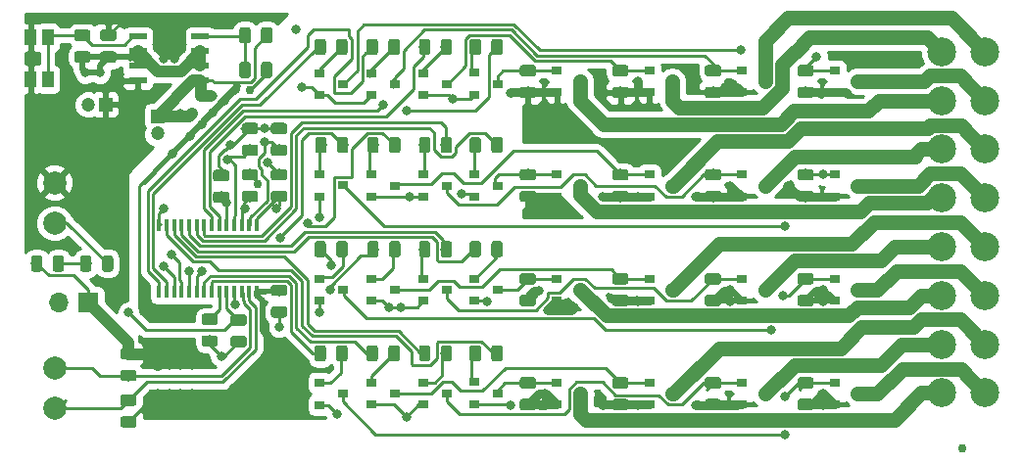
<source format=gbr>
G04 #@! TF.GenerationSoftware,KiCad,Pcbnew,5.0.0*
G04 #@! TF.CreationDate,2018-11-11T17:05:44-05:00*
G04 #@! TF.ProjectId,I2C_PWM_Driver,4932435F50574D5F4472697665722E6B,rev?*
G04 #@! TF.SameCoordinates,Original*
G04 #@! TF.FileFunction,Copper,L1,Top,Signal*
G04 #@! TF.FilePolarity,Positive*
%FSLAX46Y46*%
G04 Gerber Fmt 4.6, Leading zero omitted, Abs format (unit mm)*
G04 Created by KiCad (PCBNEW 5.0.0) date Sun Nov 11 17:05:44 2018*
%MOMM*%
%LPD*%
G01*
G04 APERTURE LIST*
G04 #@! TA.AperFunction,Conductor*
%ADD10C,0.100000*%
G04 #@! TD*
G04 #@! TA.AperFunction,SMDPad,CuDef*
%ADD11C,0.975000*%
G04 #@! TD*
G04 #@! TA.AperFunction,ComponentPad*
%ADD12C,2.000000*%
G04 #@! TD*
G04 #@! TA.AperFunction,SMDPad,CuDef*
%ADD13R,1.050000X1.400000*%
G04 #@! TD*
G04 #@! TA.AperFunction,ComponentPad*
%ADD14R,1.700000X1.700000*%
G04 #@! TD*
G04 #@! TA.AperFunction,ComponentPad*
%ADD15O,1.700000X1.700000*%
G04 #@! TD*
G04 #@! TA.AperFunction,SMDPad,CuDef*
%ADD16R,1.550000X0.600000*%
G04 #@! TD*
G04 #@! TA.AperFunction,ComponentPad*
%ADD17C,2.500000*%
G04 #@! TD*
G04 #@! TA.AperFunction,ComponentPad*
%ADD18C,1.200000*%
G04 #@! TD*
G04 #@! TA.AperFunction,ComponentPad*
%ADD19R,1.200000X1.200000*%
G04 #@! TD*
G04 #@! TA.AperFunction,SMDPad,CuDef*
%ADD20R,0.400000X1.100000*%
G04 #@! TD*
G04 #@! TA.AperFunction,SMDPad,CuDef*
%ADD21R,0.900000X0.800000*%
G04 #@! TD*
G04 #@! TA.AperFunction,BGAPad,CuDef*
%ADD22C,0.750000*%
G04 #@! TD*
G04 #@! TA.AperFunction,ViaPad*
%ADD23C,0.800000*%
G04 #@! TD*
G04 #@! TA.AperFunction,ViaPad*
%ADD24C,0.750000*%
G04 #@! TD*
G04 #@! TA.AperFunction,Conductor*
%ADD25C,1.000000*%
G04 #@! TD*
G04 #@! TA.AperFunction,Conductor*
%ADD26C,0.250000*%
G04 #@! TD*
G04 #@! TA.AperFunction,Conductor*
%ADD27C,0.500000*%
G04 #@! TD*
G04 #@! TA.AperFunction,Conductor*
%ADD28C,0.750000*%
G04 #@! TD*
G04 #@! TA.AperFunction,Conductor*
%ADD29C,1.250000*%
G04 #@! TD*
G04 #@! TA.AperFunction,Conductor*
%ADD30C,0.254000*%
G04 #@! TD*
G04 APERTURE END LIST*
D10*
G04 #@! TO.N,Net-(D1-Pad1)*
G04 #@! TO.C,D1*
G36*
X78205142Y-70051174D02*
X78228803Y-70054684D01*
X78252007Y-70060496D01*
X78274529Y-70068554D01*
X78296153Y-70078782D01*
X78316670Y-70091079D01*
X78335883Y-70105329D01*
X78353607Y-70121393D01*
X78369671Y-70139117D01*
X78383921Y-70158330D01*
X78396218Y-70178847D01*
X78406446Y-70200471D01*
X78414504Y-70222993D01*
X78420316Y-70246197D01*
X78423826Y-70269858D01*
X78425000Y-70293750D01*
X78425000Y-71206250D01*
X78423826Y-71230142D01*
X78420316Y-71253803D01*
X78414504Y-71277007D01*
X78406446Y-71299529D01*
X78396218Y-71321153D01*
X78383921Y-71341670D01*
X78369671Y-71360883D01*
X78353607Y-71378607D01*
X78335883Y-71394671D01*
X78316670Y-71408921D01*
X78296153Y-71421218D01*
X78274529Y-71431446D01*
X78252007Y-71439504D01*
X78228803Y-71445316D01*
X78205142Y-71448826D01*
X78181250Y-71450000D01*
X77693750Y-71450000D01*
X77669858Y-71448826D01*
X77646197Y-71445316D01*
X77622993Y-71439504D01*
X77600471Y-71431446D01*
X77578847Y-71421218D01*
X77558330Y-71408921D01*
X77539117Y-71394671D01*
X77521393Y-71378607D01*
X77505329Y-71360883D01*
X77491079Y-71341670D01*
X77478782Y-71321153D01*
X77468554Y-71299529D01*
X77460496Y-71277007D01*
X77454684Y-71253803D01*
X77451174Y-71230142D01*
X77450000Y-71206250D01*
X77450000Y-70293750D01*
X77451174Y-70269858D01*
X77454684Y-70246197D01*
X77460496Y-70222993D01*
X77468554Y-70200471D01*
X77478782Y-70178847D01*
X77491079Y-70158330D01*
X77505329Y-70139117D01*
X77521393Y-70121393D01*
X77539117Y-70105329D01*
X77558330Y-70091079D01*
X77578847Y-70078782D01*
X77600471Y-70068554D01*
X77622993Y-70060496D01*
X77646197Y-70054684D01*
X77669858Y-70051174D01*
X77693750Y-70050000D01*
X78181250Y-70050000D01*
X78205142Y-70051174D01*
X78205142Y-70051174D01*
G37*
D11*
G04 #@! TD*
G04 #@! TO.P,D1,1*
G04 #@! TO.N,Net-(D1-Pad1)*
X77937500Y-70750000D03*
D10*
G04 #@! TO.N,VCC*
G04 #@! TO.C,D1*
G36*
X76330142Y-70051174D02*
X76353803Y-70054684D01*
X76377007Y-70060496D01*
X76399529Y-70068554D01*
X76421153Y-70078782D01*
X76441670Y-70091079D01*
X76460883Y-70105329D01*
X76478607Y-70121393D01*
X76494671Y-70139117D01*
X76508921Y-70158330D01*
X76521218Y-70178847D01*
X76531446Y-70200471D01*
X76539504Y-70222993D01*
X76545316Y-70246197D01*
X76548826Y-70269858D01*
X76550000Y-70293750D01*
X76550000Y-71206250D01*
X76548826Y-71230142D01*
X76545316Y-71253803D01*
X76539504Y-71277007D01*
X76531446Y-71299529D01*
X76521218Y-71321153D01*
X76508921Y-71341670D01*
X76494671Y-71360883D01*
X76478607Y-71378607D01*
X76460883Y-71394671D01*
X76441670Y-71408921D01*
X76421153Y-71421218D01*
X76399529Y-71431446D01*
X76377007Y-71439504D01*
X76353803Y-71445316D01*
X76330142Y-71448826D01*
X76306250Y-71450000D01*
X75818750Y-71450000D01*
X75794858Y-71448826D01*
X75771197Y-71445316D01*
X75747993Y-71439504D01*
X75725471Y-71431446D01*
X75703847Y-71421218D01*
X75683330Y-71408921D01*
X75664117Y-71394671D01*
X75646393Y-71378607D01*
X75630329Y-71360883D01*
X75616079Y-71341670D01*
X75603782Y-71321153D01*
X75593554Y-71299529D01*
X75585496Y-71277007D01*
X75579684Y-71253803D01*
X75576174Y-71230142D01*
X75575000Y-71206250D01*
X75575000Y-70293750D01*
X75576174Y-70269858D01*
X75579684Y-70246197D01*
X75585496Y-70222993D01*
X75593554Y-70200471D01*
X75603782Y-70178847D01*
X75616079Y-70158330D01*
X75630329Y-70139117D01*
X75646393Y-70121393D01*
X75664117Y-70105329D01*
X75683330Y-70091079D01*
X75703847Y-70078782D01*
X75725471Y-70068554D01*
X75747993Y-70060496D01*
X75771197Y-70054684D01*
X75794858Y-70051174D01*
X75818750Y-70050000D01*
X76306250Y-70050000D01*
X76330142Y-70051174D01*
X76330142Y-70051174D01*
G37*
D11*
G04 #@! TD*
G04 #@! TO.P,D1,2*
G04 #@! TO.N,VCC*
X76062500Y-70750000D03*
D10*
G04 #@! TO.N,Net-(D1-Pad1)*
G04 #@! TO.C,R45*
G36*
X80580142Y-70051174D02*
X80603803Y-70054684D01*
X80627007Y-70060496D01*
X80649529Y-70068554D01*
X80671153Y-70078782D01*
X80691670Y-70091079D01*
X80710883Y-70105329D01*
X80728607Y-70121393D01*
X80744671Y-70139117D01*
X80758921Y-70158330D01*
X80771218Y-70178847D01*
X80781446Y-70200471D01*
X80789504Y-70222993D01*
X80795316Y-70246197D01*
X80798826Y-70269858D01*
X80800000Y-70293750D01*
X80800000Y-71206250D01*
X80798826Y-71230142D01*
X80795316Y-71253803D01*
X80789504Y-71277007D01*
X80781446Y-71299529D01*
X80771218Y-71321153D01*
X80758921Y-71341670D01*
X80744671Y-71360883D01*
X80728607Y-71378607D01*
X80710883Y-71394671D01*
X80691670Y-71408921D01*
X80671153Y-71421218D01*
X80649529Y-71431446D01*
X80627007Y-71439504D01*
X80603803Y-71445316D01*
X80580142Y-71448826D01*
X80556250Y-71450000D01*
X80068750Y-71450000D01*
X80044858Y-71448826D01*
X80021197Y-71445316D01*
X79997993Y-71439504D01*
X79975471Y-71431446D01*
X79953847Y-71421218D01*
X79933330Y-71408921D01*
X79914117Y-71394671D01*
X79896393Y-71378607D01*
X79880329Y-71360883D01*
X79866079Y-71341670D01*
X79853782Y-71321153D01*
X79843554Y-71299529D01*
X79835496Y-71277007D01*
X79829684Y-71253803D01*
X79826174Y-71230142D01*
X79825000Y-71206250D01*
X79825000Y-70293750D01*
X79826174Y-70269858D01*
X79829684Y-70246197D01*
X79835496Y-70222993D01*
X79843554Y-70200471D01*
X79853782Y-70178847D01*
X79866079Y-70158330D01*
X79880329Y-70139117D01*
X79896393Y-70121393D01*
X79914117Y-70105329D01*
X79933330Y-70091079D01*
X79953847Y-70078782D01*
X79975471Y-70068554D01*
X79997993Y-70060496D01*
X80021197Y-70054684D01*
X80044858Y-70051174D01*
X80068750Y-70050000D01*
X80556250Y-70050000D01*
X80580142Y-70051174D01*
X80580142Y-70051174D01*
G37*
D11*
G04 #@! TD*
G04 #@! TO.P,R45,1*
G04 #@! TO.N,Net-(D1-Pad1)*
X80312500Y-70750000D03*
D10*
G04 #@! TO.N,GND*
G04 #@! TO.C,R45*
G36*
X82455142Y-70051174D02*
X82478803Y-70054684D01*
X82502007Y-70060496D01*
X82524529Y-70068554D01*
X82546153Y-70078782D01*
X82566670Y-70091079D01*
X82585883Y-70105329D01*
X82603607Y-70121393D01*
X82619671Y-70139117D01*
X82633921Y-70158330D01*
X82646218Y-70178847D01*
X82656446Y-70200471D01*
X82664504Y-70222993D01*
X82670316Y-70246197D01*
X82673826Y-70269858D01*
X82675000Y-70293750D01*
X82675000Y-71206250D01*
X82673826Y-71230142D01*
X82670316Y-71253803D01*
X82664504Y-71277007D01*
X82656446Y-71299529D01*
X82646218Y-71321153D01*
X82633921Y-71341670D01*
X82619671Y-71360883D01*
X82603607Y-71378607D01*
X82585883Y-71394671D01*
X82566670Y-71408921D01*
X82546153Y-71421218D01*
X82524529Y-71431446D01*
X82502007Y-71439504D01*
X82478803Y-71445316D01*
X82455142Y-71448826D01*
X82431250Y-71450000D01*
X81943750Y-71450000D01*
X81919858Y-71448826D01*
X81896197Y-71445316D01*
X81872993Y-71439504D01*
X81850471Y-71431446D01*
X81828847Y-71421218D01*
X81808330Y-71408921D01*
X81789117Y-71394671D01*
X81771393Y-71378607D01*
X81755329Y-71360883D01*
X81741079Y-71341670D01*
X81728782Y-71321153D01*
X81718554Y-71299529D01*
X81710496Y-71277007D01*
X81704684Y-71253803D01*
X81701174Y-71230142D01*
X81700000Y-71206250D01*
X81700000Y-70293750D01*
X81701174Y-70269858D01*
X81704684Y-70246197D01*
X81710496Y-70222993D01*
X81718554Y-70200471D01*
X81728782Y-70178847D01*
X81741079Y-70158330D01*
X81755329Y-70139117D01*
X81771393Y-70121393D01*
X81789117Y-70105329D01*
X81808330Y-70091079D01*
X81828847Y-70078782D01*
X81850471Y-70068554D01*
X81872993Y-70060496D01*
X81896197Y-70054684D01*
X81919858Y-70051174D01*
X81943750Y-70050000D01*
X82431250Y-70050000D01*
X82455142Y-70051174D01*
X82455142Y-70051174D01*
G37*
D11*
G04 #@! TD*
G04 #@! TO.P,R45,2*
G04 #@! TO.N,GND*
X82187500Y-70750000D03*
D12*
G04 #@! TO.P,J1,1*
G04 #@! TO.N,+VDC*
X77600000Y-63750000D03*
G04 #@! TO.P,J1,2*
G04 #@! TO.N,GND*
X77600000Y-67250000D03*
G04 #@! TD*
G04 #@! TO.P,J3,1*
G04 #@! TO.N,SDA*
X77600000Y-79750000D03*
G04 #@! TO.P,J3,2*
G04 #@! TO.N,SCL*
X77600000Y-83250000D03*
G04 #@! TD*
D13*
G04 #@! TO.P,SW1,2*
G04 #@! TO.N,+VDC*
X75550000Y-54800000D03*
X75550000Y-51200000D03*
G04 #@! TO.P,SW1,1*
G04 #@! TO.N,Net-(R24-Pad1)*
X77000000Y-54800000D03*
X77000000Y-51200000D03*
G04 #@! TD*
D14*
G04 #@! TO.P,J2,1*
G04 #@! TO.N,VCC*
X80500000Y-74100000D03*
D15*
G04 #@! TO.P,J2,2*
G04 #@! TO.N,GND*
X77960000Y-74100000D03*
G04 #@! TD*
D16*
G04 #@! TO.P,U2,8*
G04 #@! TO.N,+VDC*
X84800000Y-54905000D03*
G04 #@! TO.P,U2,7*
G04 #@! TO.N,GND*
X84800000Y-53635000D03*
G04 #@! TO.P,U2,6*
X84800000Y-52365000D03*
G04 #@! TO.P,U2,5*
G04 #@! TO.N,Net-(R24-Pad1)*
X84800000Y-51095000D03*
G04 #@! TO.P,U2,4*
G04 #@! TO.N,Net-(R35-Pad2)*
X90200000Y-51095000D03*
G04 #@! TO.P,U2,3*
G04 #@! TO.N,GND*
X90200000Y-52365000D03*
G04 #@! TO.P,U2,2*
X90200000Y-53635000D03*
G04 #@! TO.P,U2,1*
G04 #@! TO.N,VCC*
X90200000Y-54905000D03*
G04 #@! TD*
D17*
G04 #@! TO.P,J4,16*
G04 #@! TO.N,Out15*
X158000000Y-81928572D03*
G04 #@! TO.P,J4,15*
G04 #@! TO.N,Out14*
X158000000Y-77714282D03*
G04 #@! TO.P,J4,14*
G04 #@! TO.N,Out13*
X158000000Y-73499997D03*
G04 #@! TO.P,J4,13*
G04 #@! TO.N,Out12*
X158000000Y-69285712D03*
G04 #@! TO.P,J4,12*
G04 #@! TO.N,Out11*
X158000000Y-65071427D03*
G04 #@! TO.P,J4,11*
G04 #@! TO.N,Out10*
X158000000Y-60857142D03*
G04 #@! TO.P,J4,10*
G04 #@! TO.N,Out9*
X158000000Y-56642857D03*
G04 #@! TO.P,J4,9*
G04 #@! TO.N,Out8*
X158000000Y-52428572D03*
G04 #@! TO.P,J4,8*
G04 #@! TO.N,Out7*
X154250000Y-81928572D03*
G04 #@! TO.P,J4,7*
G04 #@! TO.N,Out6*
X154250000Y-77714282D03*
G04 #@! TO.P,J4,6*
G04 #@! TO.N,Out5*
X154250000Y-73499997D03*
G04 #@! TO.P,J4,5*
G04 #@! TO.N,Out4*
X154250000Y-69285712D03*
G04 #@! TO.P,J4,4*
G04 #@! TO.N,Out3*
X154250000Y-65071427D03*
G04 #@! TO.P,J4,3*
G04 #@! TO.N,Out2*
X154250000Y-60857142D03*
G04 #@! TO.P,J4,2*
G04 #@! TO.N,Out1*
X154250000Y-56642857D03*
G04 #@! TO.P,J4,1*
G04 #@! TO.N,Out0*
X154250000Y-52428572D03*
G04 #@! TD*
D10*
G04 #@! TO.N,GND*
G04 #@! TO.C,C1*
G36*
X97480142Y-74451174D02*
X97503803Y-74454684D01*
X97527007Y-74460496D01*
X97549529Y-74468554D01*
X97571153Y-74478782D01*
X97591670Y-74491079D01*
X97610883Y-74505329D01*
X97628607Y-74521393D01*
X97644671Y-74539117D01*
X97658921Y-74558330D01*
X97671218Y-74578847D01*
X97681446Y-74600471D01*
X97689504Y-74622993D01*
X97695316Y-74646197D01*
X97698826Y-74669858D01*
X97700000Y-74693750D01*
X97700000Y-75181250D01*
X97698826Y-75205142D01*
X97695316Y-75228803D01*
X97689504Y-75252007D01*
X97681446Y-75274529D01*
X97671218Y-75296153D01*
X97658921Y-75316670D01*
X97644671Y-75335883D01*
X97628607Y-75353607D01*
X97610883Y-75369671D01*
X97591670Y-75383921D01*
X97571153Y-75396218D01*
X97549529Y-75406446D01*
X97527007Y-75414504D01*
X97503803Y-75420316D01*
X97480142Y-75423826D01*
X97456250Y-75425000D01*
X96543750Y-75425000D01*
X96519858Y-75423826D01*
X96496197Y-75420316D01*
X96472993Y-75414504D01*
X96450471Y-75406446D01*
X96428847Y-75396218D01*
X96408330Y-75383921D01*
X96389117Y-75369671D01*
X96371393Y-75353607D01*
X96355329Y-75335883D01*
X96341079Y-75316670D01*
X96328782Y-75296153D01*
X96318554Y-75274529D01*
X96310496Y-75252007D01*
X96304684Y-75228803D01*
X96301174Y-75205142D01*
X96300000Y-75181250D01*
X96300000Y-74693750D01*
X96301174Y-74669858D01*
X96304684Y-74646197D01*
X96310496Y-74622993D01*
X96318554Y-74600471D01*
X96328782Y-74578847D01*
X96341079Y-74558330D01*
X96355329Y-74539117D01*
X96371393Y-74521393D01*
X96389117Y-74505329D01*
X96408330Y-74491079D01*
X96428847Y-74478782D01*
X96450471Y-74468554D01*
X96472993Y-74460496D01*
X96496197Y-74454684D01*
X96519858Y-74451174D01*
X96543750Y-74450000D01*
X97456250Y-74450000D01*
X97480142Y-74451174D01*
X97480142Y-74451174D01*
G37*
D11*
G04 #@! TD*
G04 #@! TO.P,C1,2*
G04 #@! TO.N,GND*
X97000000Y-74937500D03*
D10*
G04 #@! TO.N,VCC*
G04 #@! TO.C,C1*
G36*
X97480142Y-72576174D02*
X97503803Y-72579684D01*
X97527007Y-72585496D01*
X97549529Y-72593554D01*
X97571153Y-72603782D01*
X97591670Y-72616079D01*
X97610883Y-72630329D01*
X97628607Y-72646393D01*
X97644671Y-72664117D01*
X97658921Y-72683330D01*
X97671218Y-72703847D01*
X97681446Y-72725471D01*
X97689504Y-72747993D01*
X97695316Y-72771197D01*
X97698826Y-72794858D01*
X97700000Y-72818750D01*
X97700000Y-73306250D01*
X97698826Y-73330142D01*
X97695316Y-73353803D01*
X97689504Y-73377007D01*
X97681446Y-73399529D01*
X97671218Y-73421153D01*
X97658921Y-73441670D01*
X97644671Y-73460883D01*
X97628607Y-73478607D01*
X97610883Y-73494671D01*
X97591670Y-73508921D01*
X97571153Y-73521218D01*
X97549529Y-73531446D01*
X97527007Y-73539504D01*
X97503803Y-73545316D01*
X97480142Y-73548826D01*
X97456250Y-73550000D01*
X96543750Y-73550000D01*
X96519858Y-73548826D01*
X96496197Y-73545316D01*
X96472993Y-73539504D01*
X96450471Y-73531446D01*
X96428847Y-73521218D01*
X96408330Y-73508921D01*
X96389117Y-73494671D01*
X96371393Y-73478607D01*
X96355329Y-73460883D01*
X96341079Y-73441670D01*
X96328782Y-73421153D01*
X96318554Y-73399529D01*
X96310496Y-73377007D01*
X96304684Y-73353803D01*
X96301174Y-73330142D01*
X96300000Y-73306250D01*
X96300000Y-72818750D01*
X96301174Y-72794858D01*
X96304684Y-72771197D01*
X96310496Y-72747993D01*
X96318554Y-72725471D01*
X96328782Y-72703847D01*
X96341079Y-72683330D01*
X96355329Y-72664117D01*
X96371393Y-72646393D01*
X96389117Y-72630329D01*
X96408330Y-72616079D01*
X96428847Y-72603782D01*
X96450471Y-72593554D01*
X96472993Y-72585496D01*
X96496197Y-72579684D01*
X96519858Y-72576174D01*
X96543750Y-72575000D01*
X97456250Y-72575000D01*
X97480142Y-72576174D01*
X97480142Y-72576174D01*
G37*
D11*
G04 #@! TD*
G04 #@! TO.P,C1,1*
G04 #@! TO.N,VCC*
X97000000Y-73062500D03*
D10*
G04 #@! TO.N,+VDC*
G04 #@! TO.C,C3*
G36*
X82730142Y-50513674D02*
X82753803Y-50517184D01*
X82777007Y-50522996D01*
X82799529Y-50531054D01*
X82821153Y-50541282D01*
X82841670Y-50553579D01*
X82860883Y-50567829D01*
X82878607Y-50583893D01*
X82894671Y-50601617D01*
X82908921Y-50620830D01*
X82921218Y-50641347D01*
X82931446Y-50662971D01*
X82939504Y-50685493D01*
X82945316Y-50708697D01*
X82948826Y-50732358D01*
X82950000Y-50756250D01*
X82950000Y-51243750D01*
X82948826Y-51267642D01*
X82945316Y-51291303D01*
X82939504Y-51314507D01*
X82931446Y-51337029D01*
X82921218Y-51358653D01*
X82908921Y-51379170D01*
X82894671Y-51398383D01*
X82878607Y-51416107D01*
X82860883Y-51432171D01*
X82841670Y-51446421D01*
X82821153Y-51458718D01*
X82799529Y-51468946D01*
X82777007Y-51477004D01*
X82753803Y-51482816D01*
X82730142Y-51486326D01*
X82706250Y-51487500D01*
X81793750Y-51487500D01*
X81769858Y-51486326D01*
X81746197Y-51482816D01*
X81722993Y-51477004D01*
X81700471Y-51468946D01*
X81678847Y-51458718D01*
X81658330Y-51446421D01*
X81639117Y-51432171D01*
X81621393Y-51416107D01*
X81605329Y-51398383D01*
X81591079Y-51379170D01*
X81578782Y-51358653D01*
X81568554Y-51337029D01*
X81560496Y-51314507D01*
X81554684Y-51291303D01*
X81551174Y-51267642D01*
X81550000Y-51243750D01*
X81550000Y-50756250D01*
X81551174Y-50732358D01*
X81554684Y-50708697D01*
X81560496Y-50685493D01*
X81568554Y-50662971D01*
X81578782Y-50641347D01*
X81591079Y-50620830D01*
X81605329Y-50601617D01*
X81621393Y-50583893D01*
X81639117Y-50567829D01*
X81658330Y-50553579D01*
X81678847Y-50541282D01*
X81700471Y-50531054D01*
X81722993Y-50522996D01*
X81746197Y-50517184D01*
X81769858Y-50513674D01*
X81793750Y-50512500D01*
X82706250Y-50512500D01*
X82730142Y-50513674D01*
X82730142Y-50513674D01*
G37*
D11*
G04 #@! TD*
G04 #@! TO.P,C3,1*
G04 #@! TO.N,+VDC*
X82250000Y-51000000D03*
D10*
G04 #@! TO.N,GND*
G04 #@! TO.C,C3*
G36*
X82730142Y-52388674D02*
X82753803Y-52392184D01*
X82777007Y-52397996D01*
X82799529Y-52406054D01*
X82821153Y-52416282D01*
X82841670Y-52428579D01*
X82860883Y-52442829D01*
X82878607Y-52458893D01*
X82894671Y-52476617D01*
X82908921Y-52495830D01*
X82921218Y-52516347D01*
X82931446Y-52537971D01*
X82939504Y-52560493D01*
X82945316Y-52583697D01*
X82948826Y-52607358D01*
X82950000Y-52631250D01*
X82950000Y-53118750D01*
X82948826Y-53142642D01*
X82945316Y-53166303D01*
X82939504Y-53189507D01*
X82931446Y-53212029D01*
X82921218Y-53233653D01*
X82908921Y-53254170D01*
X82894671Y-53273383D01*
X82878607Y-53291107D01*
X82860883Y-53307171D01*
X82841670Y-53321421D01*
X82821153Y-53333718D01*
X82799529Y-53343946D01*
X82777007Y-53352004D01*
X82753803Y-53357816D01*
X82730142Y-53361326D01*
X82706250Y-53362500D01*
X81793750Y-53362500D01*
X81769858Y-53361326D01*
X81746197Y-53357816D01*
X81722993Y-53352004D01*
X81700471Y-53343946D01*
X81678847Y-53333718D01*
X81658330Y-53321421D01*
X81639117Y-53307171D01*
X81621393Y-53291107D01*
X81605329Y-53273383D01*
X81591079Y-53254170D01*
X81578782Y-53233653D01*
X81568554Y-53212029D01*
X81560496Y-53189507D01*
X81554684Y-53166303D01*
X81551174Y-53142642D01*
X81550000Y-53118750D01*
X81550000Y-52631250D01*
X81551174Y-52607358D01*
X81554684Y-52583697D01*
X81560496Y-52560493D01*
X81568554Y-52537971D01*
X81578782Y-52516347D01*
X81591079Y-52495830D01*
X81605329Y-52476617D01*
X81621393Y-52458893D01*
X81639117Y-52442829D01*
X81658330Y-52428579D01*
X81678847Y-52416282D01*
X81700471Y-52406054D01*
X81722993Y-52397996D01*
X81746197Y-52392184D01*
X81769858Y-52388674D01*
X81793750Y-52387500D01*
X82706250Y-52387500D01*
X82730142Y-52388674D01*
X82730142Y-52388674D01*
G37*
D11*
G04 #@! TD*
G04 #@! TO.P,C3,2*
G04 #@! TO.N,GND*
X82250000Y-52875000D03*
D18*
G04 #@! TO.P,C2,2*
G04 #@! TO.N,GND*
X80500000Y-57000000D03*
D19*
G04 #@! TO.P,C2,1*
G04 #@! TO.N,+VDC*
X82000000Y-57000000D03*
G04 #@! TD*
G04 #@! TO.P,C4,1*
G04 #@! TO.N,VCC*
X86500000Y-58000000D03*
D18*
G04 #@! TO.P,C4,2*
G04 #@! TO.N,GND*
X86500000Y-59500000D03*
G04 #@! TD*
D20*
G04 #@! TO.P,U1,1*
G04 #@! TO.N,A0*
X95078957Y-67457857D03*
G04 #@! TO.P,U1,2*
G04 #@! TO.N,A1*
X94428957Y-67457857D03*
G04 #@! TO.P,U1,3*
G04 #@! TO.N,A2*
X93778957Y-67457857D03*
G04 #@! TO.P,U1,4*
G04 #@! TO.N,A3*
X93128957Y-67457857D03*
G04 #@! TO.P,U1,5*
G04 #@! TO.N,A4*
X92478957Y-67457857D03*
G04 #@! TO.P,U1,6*
G04 #@! TO.N,Sig0*
X91828957Y-67457857D03*
G04 #@! TO.P,U1,7*
G04 #@! TO.N,Sig1*
X91178957Y-67457857D03*
G04 #@! TO.P,U1,8*
G04 #@! TO.N,Sig2*
X90528957Y-67457857D03*
G04 #@! TO.P,U1,9*
G04 #@! TO.N,Sig3*
X89878957Y-67457857D03*
G04 #@! TO.P,U1,10*
G04 #@! TO.N,Sig4*
X89228957Y-67457857D03*
G04 #@! TO.P,U1,11*
G04 #@! TO.N,Sig5*
X88578957Y-67457857D03*
G04 #@! TO.P,U1,12*
G04 #@! TO.N,Sig6*
X87928957Y-67457857D03*
G04 #@! TO.P,U1,13*
G04 #@! TO.N,Sig7*
X87278957Y-67457857D03*
G04 #@! TO.P,U1,14*
G04 #@! TO.N,GND*
X86628957Y-67457857D03*
G04 #@! TO.P,U1,15*
G04 #@! TO.N,Sig8*
X86628957Y-73157857D03*
G04 #@! TO.P,U1,16*
G04 #@! TO.N,Sig9*
X87278957Y-73157857D03*
G04 #@! TO.P,U1,17*
G04 #@! TO.N,Sig10*
X87928957Y-73157857D03*
G04 #@! TO.P,U1,18*
G04 #@! TO.N,Sig11*
X88578957Y-73157857D03*
G04 #@! TO.P,U1,19*
G04 #@! TO.N,Sig12*
X89228957Y-73157857D03*
G04 #@! TO.P,U1,20*
G04 #@! TO.N,Sig13*
X89878957Y-73157857D03*
G04 #@! TO.P,U1,21*
G04 #@! TO.N,Sig14*
X90528957Y-73157857D03*
G04 #@! TO.P,U1,22*
G04 #@! TO.N,Sig15*
X91178957Y-73157857D03*
G04 #@! TO.P,U1,23*
G04 #@! TO.N,Net-(R9-Pad1)*
X91828957Y-73157857D03*
G04 #@! TO.P,U1,24*
G04 #@! TO.N,A5*
X92478957Y-73157857D03*
G04 #@! TO.P,U1,25*
G04 #@! TO.N,GND*
X93128957Y-73157857D03*
G04 #@! TO.P,U1,26*
G04 #@! TO.N,SDA*
X93778957Y-73157857D03*
G04 #@! TO.P,U1,27*
G04 #@! TO.N,SCL*
X94428957Y-73157857D03*
G04 #@! TO.P,U1,28*
G04 #@! TO.N,VCC*
X95078957Y-73157857D03*
G04 #@! TD*
D21*
G04 #@! TO.P,Q20,3*
G04 #@! TO.N,Net-(Q18-Pad1)*
X107000000Y-73000000D03*
G04 #@! TO.P,Q20,2*
G04 #@! TO.N,GND*
X105000000Y-73950000D03*
G04 #@! TO.P,Q20,1*
G04 #@! TO.N,Net-(Q20-Pad1)*
X105000000Y-72050000D03*
G04 #@! TD*
G04 #@! TO.P,Q7,1*
G04 #@! TO.N,Net-(Q7-Pad1)*
X113875000Y-54250000D03*
G04 #@! TO.P,Q7,2*
G04 #@! TO.N,GND*
X113875000Y-56150000D03*
G04 #@! TO.P,Q7,3*
G04 #@! TO.N,Net-(Q5-Pad1)*
X115875000Y-55200000D03*
G04 #@! TD*
G04 #@! TO.P,Q6,3*
G04 #@! TO.N,Out9*
X147000000Y-55000000D03*
G04 #@! TO.P,Q6,2*
G04 #@! TO.N,+VDC*
X145000000Y-55950000D03*
G04 #@! TO.P,Q6,1*
G04 #@! TO.N,Net-(Q6-Pad1)*
X145000000Y-54050000D03*
G04 #@! TD*
G04 #@! TO.P,Q5,1*
G04 #@! TO.N,Net-(Q5-Pad1)*
X121000000Y-54050000D03*
G04 #@! TO.P,Q5,2*
G04 #@! TO.N,+VDC*
X121000000Y-55950000D03*
G04 #@! TO.P,Q5,3*
G04 #@! TO.N,Out1*
X123000000Y-55000000D03*
G04 #@! TD*
G04 #@! TO.P,Q4,3*
G04 #@! TO.N,Net-(Q2-Pad1)*
X107000000Y-55250000D03*
G04 #@! TO.P,Q4,2*
G04 #@! TO.N,GND*
X105000000Y-56200000D03*
G04 #@! TO.P,Q4,1*
G04 #@! TO.N,Net-(Q4-Pad1)*
X105000000Y-54300000D03*
G04 #@! TD*
G04 #@! TO.P,Q3,1*
G04 #@! TO.N,Net-(Q3-Pad1)*
X109500000Y-54300000D03*
G04 #@! TO.P,Q3,2*
G04 #@! TO.N,GND*
X109500000Y-56200000D03*
G04 #@! TO.P,Q3,3*
G04 #@! TO.N,Net-(Q1-Pad1)*
X111500000Y-55250000D03*
G04 #@! TD*
G04 #@! TO.P,Q2,3*
G04 #@! TO.N,Out8*
X139000000Y-55000000D03*
G04 #@! TO.P,Q2,2*
G04 #@! TO.N,+VDC*
X137000000Y-55950000D03*
G04 #@! TO.P,Q2,1*
G04 #@! TO.N,Net-(Q2-Pad1)*
X137000000Y-54050000D03*
G04 #@! TD*
G04 #@! TO.P,Q8,1*
G04 #@! TO.N,Net-(Q8-Pad1)*
X100500000Y-54300000D03*
G04 #@! TO.P,Q8,2*
G04 #@! TO.N,GND*
X100500000Y-56200000D03*
G04 #@! TO.P,Q8,3*
G04 #@! TO.N,Net-(Q6-Pad1)*
X102500000Y-55250000D03*
G04 #@! TD*
G04 #@! TO.P,Q1,3*
G04 #@! TO.N,Out0*
X131000000Y-55000000D03*
G04 #@! TO.P,Q1,2*
G04 #@! TO.N,+VDC*
X129000000Y-55950000D03*
G04 #@! TO.P,Q1,1*
G04 #@! TO.N,Net-(Q1-Pad1)*
X129000000Y-54050000D03*
G04 #@! TD*
G04 #@! TO.P,Q17,3*
G04 #@! TO.N,Out4*
X139000000Y-73000000D03*
G04 #@! TO.P,Q17,2*
G04 #@! TO.N,+VDC*
X137000000Y-73950000D03*
G04 #@! TO.P,Q17,1*
G04 #@! TO.N,Net-(Q17-Pad1)*
X137000000Y-72050000D03*
G04 #@! TD*
G04 #@! TO.P,Q19,3*
G04 #@! TO.N,Net-(Q17-Pad1)*
X111500000Y-73000000D03*
G04 #@! TO.P,Q19,2*
G04 #@! TO.N,GND*
X109500000Y-73950000D03*
G04 #@! TO.P,Q19,1*
G04 #@! TO.N,Net-(Q19-Pad1)*
X109500000Y-72050000D03*
G04 #@! TD*
G04 #@! TO.P,Q24,3*
G04 #@! TO.N,Net-(Q22-Pad1)*
X102500000Y-73000000D03*
G04 #@! TO.P,Q24,2*
G04 #@! TO.N,GND*
X100500000Y-73950000D03*
G04 #@! TO.P,Q24,1*
G04 #@! TO.N,Net-(Q24-Pad1)*
X100500000Y-72050000D03*
G04 #@! TD*
G04 #@! TO.P,Q23,3*
G04 #@! TO.N,Net-(Q21-Pad1)*
X115875000Y-72998551D03*
G04 #@! TO.P,Q23,2*
G04 #@! TO.N,GND*
X113875000Y-73948551D03*
G04 #@! TO.P,Q23,1*
G04 #@! TO.N,Net-(Q23-Pad1)*
X113875000Y-72048551D03*
G04 #@! TD*
G04 #@! TO.P,Q22,3*
G04 #@! TO.N,Out13*
X147000000Y-73000000D03*
G04 #@! TO.P,Q22,2*
G04 #@! TO.N,+VDC*
X145000000Y-73950000D03*
G04 #@! TO.P,Q22,1*
G04 #@! TO.N,Net-(Q22-Pad1)*
X145000000Y-72050000D03*
G04 #@! TD*
G04 #@! TO.P,Q18,3*
G04 #@! TO.N,Out12*
X131000000Y-73000000D03*
G04 #@! TO.P,Q18,2*
G04 #@! TO.N,+VDC*
X129000000Y-73950000D03*
G04 #@! TO.P,Q18,1*
G04 #@! TO.N,Net-(Q18-Pad1)*
X129000000Y-72050000D03*
G04 #@! TD*
G04 #@! TO.P,Q21,3*
G04 #@! TO.N,Out5*
X123000000Y-73000000D03*
G04 #@! TO.P,Q21,2*
G04 #@! TO.N,+VDC*
X121000000Y-73950000D03*
G04 #@! TO.P,Q21,1*
G04 #@! TO.N,Net-(Q21-Pad1)*
X121000000Y-72050000D03*
G04 #@! TD*
G04 #@! TO.P,Q16,3*
G04 #@! TO.N,Net-(Q14-Pad1)*
X102500000Y-63981049D03*
G04 #@! TO.P,Q16,2*
G04 #@! TO.N,GND*
X100500000Y-64931049D03*
G04 #@! TO.P,Q16,1*
G04 #@! TO.N,Net-(Q16-Pad1)*
X100500000Y-63031049D03*
G04 #@! TD*
G04 #@! TO.P,Q10,1*
G04 #@! TO.N,Net-(Q10-Pad1)*
X129000000Y-63050000D03*
G04 #@! TO.P,Q10,2*
G04 #@! TO.N,+VDC*
X129000000Y-64950000D03*
G04 #@! TO.P,Q10,3*
G04 #@! TO.N,Out10*
X131000000Y-64000000D03*
G04 #@! TD*
G04 #@! TO.P,Q9,3*
G04 #@! TO.N,Out2*
X139000000Y-64000000D03*
G04 #@! TO.P,Q9,2*
G04 #@! TO.N,+VDC*
X137000000Y-64950000D03*
G04 #@! TO.P,Q9,1*
G04 #@! TO.N,Net-(Q11-Pad3)*
X137000000Y-63050000D03*
G04 #@! TD*
G04 #@! TO.P,Q11,1*
G04 #@! TO.N,Net-(Q11-Pad1)*
X109500000Y-63050000D03*
G04 #@! TO.P,Q11,2*
G04 #@! TO.N,GND*
X109500000Y-64950000D03*
G04 #@! TO.P,Q11,3*
G04 #@! TO.N,Net-(Q11-Pad3)*
X111500000Y-64000000D03*
G04 #@! TD*
G04 #@! TO.P,Q12,3*
G04 #@! TO.N,Net-(Q10-Pad1)*
X107000000Y-64000000D03*
G04 #@! TO.P,Q12,2*
G04 #@! TO.N,GND*
X105000000Y-64950000D03*
G04 #@! TO.P,Q12,1*
G04 #@! TO.N,Net-(Q12-Pad1)*
X105000000Y-63050000D03*
G04 #@! TD*
G04 #@! TO.P,Q13,1*
G04 #@! TO.N,Net-(Q13-Pad1)*
X121000000Y-63050000D03*
G04 #@! TO.P,Q13,2*
G04 #@! TO.N,+VDC*
X121000000Y-64950000D03*
G04 #@! TO.P,Q13,3*
G04 #@! TO.N,Out3*
X123000000Y-64000000D03*
G04 #@! TD*
G04 #@! TO.P,Q14,3*
G04 #@! TO.N,Out11*
X147000000Y-64000000D03*
G04 #@! TO.P,Q14,2*
G04 #@! TO.N,+VDC*
X145000000Y-64950000D03*
G04 #@! TO.P,Q14,1*
G04 #@! TO.N,Net-(Q14-Pad1)*
X145000000Y-63050000D03*
G04 #@! TD*
G04 #@! TO.P,Q15,3*
G04 #@! TO.N,Net-(Q13-Pad1)*
X115875000Y-64000000D03*
G04 #@! TO.P,Q15,2*
G04 #@! TO.N,GND*
X113875000Y-64950000D03*
G04 #@! TO.P,Q15,1*
G04 #@! TO.N,Net-(Q15-Pad1)*
X113875000Y-63050000D03*
G04 #@! TD*
G04 #@! TO.P,Q32,3*
G04 #@! TO.N,Net-(Q30-Pad1)*
X102500000Y-82023426D03*
G04 #@! TO.P,Q32,2*
G04 #@! TO.N,GND*
X100500000Y-82973426D03*
G04 #@! TO.P,Q32,1*
G04 #@! TO.N,Net-(Q32-Pad1)*
X100500000Y-81073426D03*
G04 #@! TD*
G04 #@! TO.P,Q31,1*
G04 #@! TO.N,Net-(Q31-Pad1)*
X113875000Y-81005372D03*
G04 #@! TO.P,Q31,2*
G04 #@! TO.N,GND*
X113875000Y-82905372D03*
G04 #@! TO.P,Q31,3*
G04 #@! TO.N,Net-(Q29-Pad1)*
X115875000Y-81955372D03*
G04 #@! TD*
G04 #@! TO.P,Q30,3*
G04 #@! TO.N,Out15*
X147000000Y-82000000D03*
G04 #@! TO.P,Q30,2*
G04 #@! TO.N,+VDC*
X145000000Y-82950000D03*
G04 #@! TO.P,Q30,1*
G04 #@! TO.N,Net-(Q30-Pad1)*
X145000000Y-81050000D03*
G04 #@! TD*
G04 #@! TO.P,Q29,1*
G04 #@! TO.N,Net-(Q29-Pad1)*
X121000000Y-81050000D03*
G04 #@! TO.P,Q29,2*
G04 #@! TO.N,+VDC*
X121000000Y-82950000D03*
G04 #@! TO.P,Q29,3*
G04 #@! TO.N,Out7*
X123000000Y-82000000D03*
G04 #@! TD*
G04 #@! TO.P,Q27,3*
G04 #@! TO.N,Net-(Q25-Pad1)*
X111500000Y-82000000D03*
G04 #@! TO.P,Q27,2*
G04 #@! TO.N,GND*
X109500000Y-82950000D03*
G04 #@! TO.P,Q27,1*
G04 #@! TO.N,Net-(Q27-Pad1)*
X109500000Y-81050000D03*
G04 #@! TD*
G04 #@! TO.P,Q26,1*
G04 #@! TO.N,Net-(Q26-Pad1)*
X129000000Y-81050000D03*
G04 #@! TO.P,Q26,2*
G04 #@! TO.N,+VDC*
X129000000Y-82950000D03*
G04 #@! TO.P,Q26,3*
G04 #@! TO.N,Out14*
X131000000Y-82000000D03*
G04 #@! TD*
G04 #@! TO.P,Q25,3*
G04 #@! TO.N,Out6*
X139000000Y-82000000D03*
G04 #@! TO.P,Q25,2*
G04 #@! TO.N,+VDC*
X137000000Y-82950000D03*
G04 #@! TO.P,Q25,1*
G04 #@! TO.N,Net-(Q25-Pad1)*
X137000000Y-81050000D03*
G04 #@! TD*
G04 #@! TO.P,Q28,1*
G04 #@! TO.N,Net-(Q28-Pad1)*
X105000000Y-81046835D03*
G04 #@! TO.P,Q28,2*
G04 #@! TO.N,GND*
X105000000Y-82946835D03*
G04 #@! TO.P,Q28,3*
G04 #@! TO.N,Net-(Q26-Pad1)*
X107000000Y-81996835D03*
G04 #@! TD*
D10*
G04 #@! TO.N,Net-(Q5-Pad1)*
G04 #@! TO.C,R5*
G36*
X118980142Y-53576174D02*
X119003803Y-53579684D01*
X119027007Y-53585496D01*
X119049529Y-53593554D01*
X119071153Y-53603782D01*
X119091670Y-53616079D01*
X119110883Y-53630329D01*
X119128607Y-53646393D01*
X119144671Y-53664117D01*
X119158921Y-53683330D01*
X119171218Y-53703847D01*
X119181446Y-53725471D01*
X119189504Y-53747993D01*
X119195316Y-53771197D01*
X119198826Y-53794858D01*
X119200000Y-53818750D01*
X119200000Y-54306250D01*
X119198826Y-54330142D01*
X119195316Y-54353803D01*
X119189504Y-54377007D01*
X119181446Y-54399529D01*
X119171218Y-54421153D01*
X119158921Y-54441670D01*
X119144671Y-54460883D01*
X119128607Y-54478607D01*
X119110883Y-54494671D01*
X119091670Y-54508921D01*
X119071153Y-54521218D01*
X119049529Y-54531446D01*
X119027007Y-54539504D01*
X119003803Y-54545316D01*
X118980142Y-54548826D01*
X118956250Y-54550000D01*
X118043750Y-54550000D01*
X118019858Y-54548826D01*
X117996197Y-54545316D01*
X117972993Y-54539504D01*
X117950471Y-54531446D01*
X117928847Y-54521218D01*
X117908330Y-54508921D01*
X117889117Y-54494671D01*
X117871393Y-54478607D01*
X117855329Y-54460883D01*
X117841079Y-54441670D01*
X117828782Y-54421153D01*
X117818554Y-54399529D01*
X117810496Y-54377007D01*
X117804684Y-54353803D01*
X117801174Y-54330142D01*
X117800000Y-54306250D01*
X117800000Y-53818750D01*
X117801174Y-53794858D01*
X117804684Y-53771197D01*
X117810496Y-53747993D01*
X117818554Y-53725471D01*
X117828782Y-53703847D01*
X117841079Y-53683330D01*
X117855329Y-53664117D01*
X117871393Y-53646393D01*
X117889117Y-53630329D01*
X117908330Y-53616079D01*
X117928847Y-53603782D01*
X117950471Y-53593554D01*
X117972993Y-53585496D01*
X117996197Y-53579684D01*
X118019858Y-53576174D01*
X118043750Y-53575000D01*
X118956250Y-53575000D01*
X118980142Y-53576174D01*
X118980142Y-53576174D01*
G37*
D11*
G04 #@! TD*
G04 #@! TO.P,R5,2*
G04 #@! TO.N,Net-(Q5-Pad1)*
X118500000Y-54062500D03*
D10*
G04 #@! TO.N,+VDC*
G04 #@! TO.C,R5*
G36*
X118980142Y-55451174D02*
X119003803Y-55454684D01*
X119027007Y-55460496D01*
X119049529Y-55468554D01*
X119071153Y-55478782D01*
X119091670Y-55491079D01*
X119110883Y-55505329D01*
X119128607Y-55521393D01*
X119144671Y-55539117D01*
X119158921Y-55558330D01*
X119171218Y-55578847D01*
X119181446Y-55600471D01*
X119189504Y-55622993D01*
X119195316Y-55646197D01*
X119198826Y-55669858D01*
X119200000Y-55693750D01*
X119200000Y-56181250D01*
X119198826Y-56205142D01*
X119195316Y-56228803D01*
X119189504Y-56252007D01*
X119181446Y-56274529D01*
X119171218Y-56296153D01*
X119158921Y-56316670D01*
X119144671Y-56335883D01*
X119128607Y-56353607D01*
X119110883Y-56369671D01*
X119091670Y-56383921D01*
X119071153Y-56396218D01*
X119049529Y-56406446D01*
X119027007Y-56414504D01*
X119003803Y-56420316D01*
X118980142Y-56423826D01*
X118956250Y-56425000D01*
X118043750Y-56425000D01*
X118019858Y-56423826D01*
X117996197Y-56420316D01*
X117972993Y-56414504D01*
X117950471Y-56406446D01*
X117928847Y-56396218D01*
X117908330Y-56383921D01*
X117889117Y-56369671D01*
X117871393Y-56353607D01*
X117855329Y-56335883D01*
X117841079Y-56316670D01*
X117828782Y-56296153D01*
X117818554Y-56274529D01*
X117810496Y-56252007D01*
X117804684Y-56228803D01*
X117801174Y-56205142D01*
X117800000Y-56181250D01*
X117800000Y-55693750D01*
X117801174Y-55669858D01*
X117804684Y-55646197D01*
X117810496Y-55622993D01*
X117818554Y-55600471D01*
X117828782Y-55578847D01*
X117841079Y-55558330D01*
X117855329Y-55539117D01*
X117871393Y-55521393D01*
X117889117Y-55505329D01*
X117908330Y-55491079D01*
X117928847Y-55478782D01*
X117950471Y-55468554D01*
X117972993Y-55460496D01*
X117996197Y-55454684D01*
X118019858Y-55451174D01*
X118043750Y-55450000D01*
X118956250Y-55450000D01*
X118980142Y-55451174D01*
X118980142Y-55451174D01*
G37*
D11*
G04 #@! TD*
G04 #@! TO.P,R5,1*
G04 #@! TO.N,+VDC*
X118500000Y-55937500D03*
D10*
G04 #@! TO.N,Sig0*
G04 #@! TO.C,R3*
G36*
X109850142Y-51301174D02*
X109873803Y-51304684D01*
X109897007Y-51310496D01*
X109919529Y-51318554D01*
X109941153Y-51328782D01*
X109961670Y-51341079D01*
X109980883Y-51355329D01*
X109998607Y-51371393D01*
X110014671Y-51389117D01*
X110028921Y-51408330D01*
X110041218Y-51428847D01*
X110051446Y-51450471D01*
X110059504Y-51472993D01*
X110065316Y-51496197D01*
X110068826Y-51519858D01*
X110070000Y-51543750D01*
X110070000Y-52456250D01*
X110068826Y-52480142D01*
X110065316Y-52503803D01*
X110059504Y-52527007D01*
X110051446Y-52549529D01*
X110041218Y-52571153D01*
X110028921Y-52591670D01*
X110014671Y-52610883D01*
X109998607Y-52628607D01*
X109980883Y-52644671D01*
X109961670Y-52658921D01*
X109941153Y-52671218D01*
X109919529Y-52681446D01*
X109897007Y-52689504D01*
X109873803Y-52695316D01*
X109850142Y-52698826D01*
X109826250Y-52700000D01*
X109338750Y-52700000D01*
X109314858Y-52698826D01*
X109291197Y-52695316D01*
X109267993Y-52689504D01*
X109245471Y-52681446D01*
X109223847Y-52671218D01*
X109203330Y-52658921D01*
X109184117Y-52644671D01*
X109166393Y-52628607D01*
X109150329Y-52610883D01*
X109136079Y-52591670D01*
X109123782Y-52571153D01*
X109113554Y-52549529D01*
X109105496Y-52527007D01*
X109099684Y-52503803D01*
X109096174Y-52480142D01*
X109095000Y-52456250D01*
X109095000Y-51543750D01*
X109096174Y-51519858D01*
X109099684Y-51496197D01*
X109105496Y-51472993D01*
X109113554Y-51450471D01*
X109123782Y-51428847D01*
X109136079Y-51408330D01*
X109150329Y-51389117D01*
X109166393Y-51371393D01*
X109184117Y-51355329D01*
X109203330Y-51341079D01*
X109223847Y-51328782D01*
X109245471Y-51318554D01*
X109267993Y-51310496D01*
X109291197Y-51304684D01*
X109314858Y-51301174D01*
X109338750Y-51300000D01*
X109826250Y-51300000D01*
X109850142Y-51301174D01*
X109850142Y-51301174D01*
G37*
D11*
G04 #@! TD*
G04 #@! TO.P,R3,1*
G04 #@! TO.N,Sig0*
X109582500Y-52000000D03*
D10*
G04 #@! TO.N,Net-(Q3-Pad1)*
G04 #@! TO.C,R3*
G36*
X111725142Y-51301174D02*
X111748803Y-51304684D01*
X111772007Y-51310496D01*
X111794529Y-51318554D01*
X111816153Y-51328782D01*
X111836670Y-51341079D01*
X111855883Y-51355329D01*
X111873607Y-51371393D01*
X111889671Y-51389117D01*
X111903921Y-51408330D01*
X111916218Y-51428847D01*
X111926446Y-51450471D01*
X111934504Y-51472993D01*
X111940316Y-51496197D01*
X111943826Y-51519858D01*
X111945000Y-51543750D01*
X111945000Y-52456250D01*
X111943826Y-52480142D01*
X111940316Y-52503803D01*
X111934504Y-52527007D01*
X111926446Y-52549529D01*
X111916218Y-52571153D01*
X111903921Y-52591670D01*
X111889671Y-52610883D01*
X111873607Y-52628607D01*
X111855883Y-52644671D01*
X111836670Y-52658921D01*
X111816153Y-52671218D01*
X111794529Y-52681446D01*
X111772007Y-52689504D01*
X111748803Y-52695316D01*
X111725142Y-52698826D01*
X111701250Y-52700000D01*
X111213750Y-52700000D01*
X111189858Y-52698826D01*
X111166197Y-52695316D01*
X111142993Y-52689504D01*
X111120471Y-52681446D01*
X111098847Y-52671218D01*
X111078330Y-52658921D01*
X111059117Y-52644671D01*
X111041393Y-52628607D01*
X111025329Y-52610883D01*
X111011079Y-52591670D01*
X110998782Y-52571153D01*
X110988554Y-52549529D01*
X110980496Y-52527007D01*
X110974684Y-52503803D01*
X110971174Y-52480142D01*
X110970000Y-52456250D01*
X110970000Y-51543750D01*
X110971174Y-51519858D01*
X110974684Y-51496197D01*
X110980496Y-51472993D01*
X110988554Y-51450471D01*
X110998782Y-51428847D01*
X111011079Y-51408330D01*
X111025329Y-51389117D01*
X111041393Y-51371393D01*
X111059117Y-51355329D01*
X111078330Y-51341079D01*
X111098847Y-51328782D01*
X111120471Y-51318554D01*
X111142993Y-51310496D01*
X111166197Y-51304684D01*
X111189858Y-51301174D01*
X111213750Y-51300000D01*
X111701250Y-51300000D01*
X111725142Y-51301174D01*
X111725142Y-51301174D01*
G37*
D11*
G04 #@! TD*
G04 #@! TO.P,R3,2*
G04 #@! TO.N,Net-(Q3-Pad1)*
X111457500Y-52000000D03*
D10*
G04 #@! TO.N,Net-(Q2-Pad1)*
G04 #@! TO.C,R2*
G36*
X134980142Y-53576174D02*
X135003803Y-53579684D01*
X135027007Y-53585496D01*
X135049529Y-53593554D01*
X135071153Y-53603782D01*
X135091670Y-53616079D01*
X135110883Y-53630329D01*
X135128607Y-53646393D01*
X135144671Y-53664117D01*
X135158921Y-53683330D01*
X135171218Y-53703847D01*
X135181446Y-53725471D01*
X135189504Y-53747993D01*
X135195316Y-53771197D01*
X135198826Y-53794858D01*
X135200000Y-53818750D01*
X135200000Y-54306250D01*
X135198826Y-54330142D01*
X135195316Y-54353803D01*
X135189504Y-54377007D01*
X135181446Y-54399529D01*
X135171218Y-54421153D01*
X135158921Y-54441670D01*
X135144671Y-54460883D01*
X135128607Y-54478607D01*
X135110883Y-54494671D01*
X135091670Y-54508921D01*
X135071153Y-54521218D01*
X135049529Y-54531446D01*
X135027007Y-54539504D01*
X135003803Y-54545316D01*
X134980142Y-54548826D01*
X134956250Y-54550000D01*
X134043750Y-54550000D01*
X134019858Y-54548826D01*
X133996197Y-54545316D01*
X133972993Y-54539504D01*
X133950471Y-54531446D01*
X133928847Y-54521218D01*
X133908330Y-54508921D01*
X133889117Y-54494671D01*
X133871393Y-54478607D01*
X133855329Y-54460883D01*
X133841079Y-54441670D01*
X133828782Y-54421153D01*
X133818554Y-54399529D01*
X133810496Y-54377007D01*
X133804684Y-54353803D01*
X133801174Y-54330142D01*
X133800000Y-54306250D01*
X133800000Y-53818750D01*
X133801174Y-53794858D01*
X133804684Y-53771197D01*
X133810496Y-53747993D01*
X133818554Y-53725471D01*
X133828782Y-53703847D01*
X133841079Y-53683330D01*
X133855329Y-53664117D01*
X133871393Y-53646393D01*
X133889117Y-53630329D01*
X133908330Y-53616079D01*
X133928847Y-53603782D01*
X133950471Y-53593554D01*
X133972993Y-53585496D01*
X133996197Y-53579684D01*
X134019858Y-53576174D01*
X134043750Y-53575000D01*
X134956250Y-53575000D01*
X134980142Y-53576174D01*
X134980142Y-53576174D01*
G37*
D11*
G04 #@! TD*
G04 #@! TO.P,R2,2*
G04 #@! TO.N,Net-(Q2-Pad1)*
X134500000Y-54062500D03*
D10*
G04 #@! TO.N,+VDC*
G04 #@! TO.C,R2*
G36*
X134980142Y-55451174D02*
X135003803Y-55454684D01*
X135027007Y-55460496D01*
X135049529Y-55468554D01*
X135071153Y-55478782D01*
X135091670Y-55491079D01*
X135110883Y-55505329D01*
X135128607Y-55521393D01*
X135144671Y-55539117D01*
X135158921Y-55558330D01*
X135171218Y-55578847D01*
X135181446Y-55600471D01*
X135189504Y-55622993D01*
X135195316Y-55646197D01*
X135198826Y-55669858D01*
X135200000Y-55693750D01*
X135200000Y-56181250D01*
X135198826Y-56205142D01*
X135195316Y-56228803D01*
X135189504Y-56252007D01*
X135181446Y-56274529D01*
X135171218Y-56296153D01*
X135158921Y-56316670D01*
X135144671Y-56335883D01*
X135128607Y-56353607D01*
X135110883Y-56369671D01*
X135091670Y-56383921D01*
X135071153Y-56396218D01*
X135049529Y-56406446D01*
X135027007Y-56414504D01*
X135003803Y-56420316D01*
X134980142Y-56423826D01*
X134956250Y-56425000D01*
X134043750Y-56425000D01*
X134019858Y-56423826D01*
X133996197Y-56420316D01*
X133972993Y-56414504D01*
X133950471Y-56406446D01*
X133928847Y-56396218D01*
X133908330Y-56383921D01*
X133889117Y-56369671D01*
X133871393Y-56353607D01*
X133855329Y-56335883D01*
X133841079Y-56316670D01*
X133828782Y-56296153D01*
X133818554Y-56274529D01*
X133810496Y-56252007D01*
X133804684Y-56228803D01*
X133801174Y-56205142D01*
X133800000Y-56181250D01*
X133800000Y-55693750D01*
X133801174Y-55669858D01*
X133804684Y-55646197D01*
X133810496Y-55622993D01*
X133818554Y-55600471D01*
X133828782Y-55578847D01*
X133841079Y-55558330D01*
X133855329Y-55539117D01*
X133871393Y-55521393D01*
X133889117Y-55505329D01*
X133908330Y-55491079D01*
X133928847Y-55478782D01*
X133950471Y-55468554D01*
X133972993Y-55460496D01*
X133996197Y-55454684D01*
X134019858Y-55451174D01*
X134043750Y-55450000D01*
X134956250Y-55450000D01*
X134980142Y-55451174D01*
X134980142Y-55451174D01*
G37*
D11*
G04 #@! TD*
G04 #@! TO.P,R2,1*
G04 #@! TO.N,+VDC*
X134500000Y-55937500D03*
D10*
G04 #@! TO.N,A5*
G04 #@! TO.C,R32*
G36*
X93980142Y-75138674D02*
X94003803Y-75142184D01*
X94027007Y-75147996D01*
X94049529Y-75156054D01*
X94071153Y-75166282D01*
X94091670Y-75178579D01*
X94110883Y-75192829D01*
X94128607Y-75208893D01*
X94144671Y-75226617D01*
X94158921Y-75245830D01*
X94171218Y-75266347D01*
X94181446Y-75287971D01*
X94189504Y-75310493D01*
X94195316Y-75333697D01*
X94198826Y-75357358D01*
X94200000Y-75381250D01*
X94200000Y-75868750D01*
X94198826Y-75892642D01*
X94195316Y-75916303D01*
X94189504Y-75939507D01*
X94181446Y-75962029D01*
X94171218Y-75983653D01*
X94158921Y-76004170D01*
X94144671Y-76023383D01*
X94128607Y-76041107D01*
X94110883Y-76057171D01*
X94091670Y-76071421D01*
X94071153Y-76083718D01*
X94049529Y-76093946D01*
X94027007Y-76102004D01*
X94003803Y-76107816D01*
X93980142Y-76111326D01*
X93956250Y-76112500D01*
X93043750Y-76112500D01*
X93019858Y-76111326D01*
X92996197Y-76107816D01*
X92972993Y-76102004D01*
X92950471Y-76093946D01*
X92928847Y-76083718D01*
X92908330Y-76071421D01*
X92889117Y-76057171D01*
X92871393Y-76041107D01*
X92855329Y-76023383D01*
X92841079Y-76004170D01*
X92828782Y-75983653D01*
X92818554Y-75962029D01*
X92810496Y-75939507D01*
X92804684Y-75916303D01*
X92801174Y-75892642D01*
X92800000Y-75868750D01*
X92800000Y-75381250D01*
X92801174Y-75357358D01*
X92804684Y-75333697D01*
X92810496Y-75310493D01*
X92818554Y-75287971D01*
X92828782Y-75266347D01*
X92841079Y-75245830D01*
X92855329Y-75226617D01*
X92871393Y-75208893D01*
X92889117Y-75192829D01*
X92908330Y-75178579D01*
X92928847Y-75166282D01*
X92950471Y-75156054D01*
X92972993Y-75147996D01*
X92996197Y-75142184D01*
X93019858Y-75138674D01*
X93043750Y-75137500D01*
X93956250Y-75137500D01*
X93980142Y-75138674D01*
X93980142Y-75138674D01*
G37*
D11*
G04 #@! TD*
G04 #@! TO.P,R32,1*
G04 #@! TO.N,A5*
X93500000Y-75625000D03*
D10*
G04 #@! TO.N,GND*
G04 #@! TO.C,R32*
G36*
X93980142Y-77013674D02*
X94003803Y-77017184D01*
X94027007Y-77022996D01*
X94049529Y-77031054D01*
X94071153Y-77041282D01*
X94091670Y-77053579D01*
X94110883Y-77067829D01*
X94128607Y-77083893D01*
X94144671Y-77101617D01*
X94158921Y-77120830D01*
X94171218Y-77141347D01*
X94181446Y-77162971D01*
X94189504Y-77185493D01*
X94195316Y-77208697D01*
X94198826Y-77232358D01*
X94200000Y-77256250D01*
X94200000Y-77743750D01*
X94198826Y-77767642D01*
X94195316Y-77791303D01*
X94189504Y-77814507D01*
X94181446Y-77837029D01*
X94171218Y-77858653D01*
X94158921Y-77879170D01*
X94144671Y-77898383D01*
X94128607Y-77916107D01*
X94110883Y-77932171D01*
X94091670Y-77946421D01*
X94071153Y-77958718D01*
X94049529Y-77968946D01*
X94027007Y-77977004D01*
X94003803Y-77982816D01*
X93980142Y-77986326D01*
X93956250Y-77987500D01*
X93043750Y-77987500D01*
X93019858Y-77986326D01*
X92996197Y-77982816D01*
X92972993Y-77977004D01*
X92950471Y-77968946D01*
X92928847Y-77958718D01*
X92908330Y-77946421D01*
X92889117Y-77932171D01*
X92871393Y-77916107D01*
X92855329Y-77898383D01*
X92841079Y-77879170D01*
X92828782Y-77858653D01*
X92818554Y-77837029D01*
X92810496Y-77814507D01*
X92804684Y-77791303D01*
X92801174Y-77767642D01*
X92800000Y-77743750D01*
X92800000Y-77256250D01*
X92801174Y-77232358D01*
X92804684Y-77208697D01*
X92810496Y-77185493D01*
X92818554Y-77162971D01*
X92828782Y-77141347D01*
X92841079Y-77120830D01*
X92855329Y-77101617D01*
X92871393Y-77083893D01*
X92889117Y-77067829D01*
X92908330Y-77053579D01*
X92928847Y-77041282D01*
X92950471Y-77031054D01*
X92972993Y-77022996D01*
X92996197Y-77017184D01*
X93019858Y-77013674D01*
X93043750Y-77012500D01*
X93956250Y-77012500D01*
X93980142Y-77013674D01*
X93980142Y-77013674D01*
G37*
D11*
G04 #@! TD*
G04 #@! TO.P,R32,2*
G04 #@! TO.N,GND*
X93500000Y-77500000D03*
D10*
G04 #@! TO.N,Net-(Q13-Pad1)*
G04 #@! TO.C,R16*
G36*
X118980142Y-62576174D02*
X119003803Y-62579684D01*
X119027007Y-62585496D01*
X119049529Y-62593554D01*
X119071153Y-62603782D01*
X119091670Y-62616079D01*
X119110883Y-62630329D01*
X119128607Y-62646393D01*
X119144671Y-62664117D01*
X119158921Y-62683330D01*
X119171218Y-62703847D01*
X119181446Y-62725471D01*
X119189504Y-62747993D01*
X119195316Y-62771197D01*
X119198826Y-62794858D01*
X119200000Y-62818750D01*
X119200000Y-63306250D01*
X119198826Y-63330142D01*
X119195316Y-63353803D01*
X119189504Y-63377007D01*
X119181446Y-63399529D01*
X119171218Y-63421153D01*
X119158921Y-63441670D01*
X119144671Y-63460883D01*
X119128607Y-63478607D01*
X119110883Y-63494671D01*
X119091670Y-63508921D01*
X119071153Y-63521218D01*
X119049529Y-63531446D01*
X119027007Y-63539504D01*
X119003803Y-63545316D01*
X118980142Y-63548826D01*
X118956250Y-63550000D01*
X118043750Y-63550000D01*
X118019858Y-63548826D01*
X117996197Y-63545316D01*
X117972993Y-63539504D01*
X117950471Y-63531446D01*
X117928847Y-63521218D01*
X117908330Y-63508921D01*
X117889117Y-63494671D01*
X117871393Y-63478607D01*
X117855329Y-63460883D01*
X117841079Y-63441670D01*
X117828782Y-63421153D01*
X117818554Y-63399529D01*
X117810496Y-63377007D01*
X117804684Y-63353803D01*
X117801174Y-63330142D01*
X117800000Y-63306250D01*
X117800000Y-62818750D01*
X117801174Y-62794858D01*
X117804684Y-62771197D01*
X117810496Y-62747993D01*
X117818554Y-62725471D01*
X117828782Y-62703847D01*
X117841079Y-62683330D01*
X117855329Y-62664117D01*
X117871393Y-62646393D01*
X117889117Y-62630329D01*
X117908330Y-62616079D01*
X117928847Y-62603782D01*
X117950471Y-62593554D01*
X117972993Y-62585496D01*
X117996197Y-62579684D01*
X118019858Y-62576174D01*
X118043750Y-62575000D01*
X118956250Y-62575000D01*
X118980142Y-62576174D01*
X118980142Y-62576174D01*
G37*
D11*
G04 #@! TD*
G04 #@! TO.P,R16,2*
G04 #@! TO.N,Net-(Q13-Pad1)*
X118500000Y-63062500D03*
D10*
G04 #@! TO.N,+VDC*
G04 #@! TO.C,R16*
G36*
X118980142Y-64451174D02*
X119003803Y-64454684D01*
X119027007Y-64460496D01*
X119049529Y-64468554D01*
X119071153Y-64478782D01*
X119091670Y-64491079D01*
X119110883Y-64505329D01*
X119128607Y-64521393D01*
X119144671Y-64539117D01*
X119158921Y-64558330D01*
X119171218Y-64578847D01*
X119181446Y-64600471D01*
X119189504Y-64622993D01*
X119195316Y-64646197D01*
X119198826Y-64669858D01*
X119200000Y-64693750D01*
X119200000Y-65181250D01*
X119198826Y-65205142D01*
X119195316Y-65228803D01*
X119189504Y-65252007D01*
X119181446Y-65274529D01*
X119171218Y-65296153D01*
X119158921Y-65316670D01*
X119144671Y-65335883D01*
X119128607Y-65353607D01*
X119110883Y-65369671D01*
X119091670Y-65383921D01*
X119071153Y-65396218D01*
X119049529Y-65406446D01*
X119027007Y-65414504D01*
X119003803Y-65420316D01*
X118980142Y-65423826D01*
X118956250Y-65425000D01*
X118043750Y-65425000D01*
X118019858Y-65423826D01*
X117996197Y-65420316D01*
X117972993Y-65414504D01*
X117950471Y-65406446D01*
X117928847Y-65396218D01*
X117908330Y-65383921D01*
X117889117Y-65369671D01*
X117871393Y-65353607D01*
X117855329Y-65335883D01*
X117841079Y-65316670D01*
X117828782Y-65296153D01*
X117818554Y-65274529D01*
X117810496Y-65252007D01*
X117804684Y-65228803D01*
X117801174Y-65205142D01*
X117800000Y-65181250D01*
X117800000Y-64693750D01*
X117801174Y-64669858D01*
X117804684Y-64646197D01*
X117810496Y-64622993D01*
X117818554Y-64600471D01*
X117828782Y-64578847D01*
X117841079Y-64558330D01*
X117855329Y-64539117D01*
X117871393Y-64521393D01*
X117889117Y-64505329D01*
X117908330Y-64491079D01*
X117928847Y-64478782D01*
X117950471Y-64468554D01*
X117972993Y-64460496D01*
X117996197Y-64454684D01*
X118019858Y-64451174D01*
X118043750Y-64450000D01*
X118956250Y-64450000D01*
X118980142Y-64451174D01*
X118980142Y-64451174D01*
G37*
D11*
G04 #@! TD*
G04 #@! TO.P,R16,1*
G04 #@! TO.N,+VDC*
X118500000Y-64937500D03*
D10*
G04 #@! TO.N,+VDC*
G04 #@! TO.C,R17*
G36*
X142980142Y-64451174D02*
X143003803Y-64454684D01*
X143027007Y-64460496D01*
X143049529Y-64468554D01*
X143071153Y-64478782D01*
X143091670Y-64491079D01*
X143110883Y-64505329D01*
X143128607Y-64521393D01*
X143144671Y-64539117D01*
X143158921Y-64558330D01*
X143171218Y-64578847D01*
X143181446Y-64600471D01*
X143189504Y-64622993D01*
X143195316Y-64646197D01*
X143198826Y-64669858D01*
X143200000Y-64693750D01*
X143200000Y-65181250D01*
X143198826Y-65205142D01*
X143195316Y-65228803D01*
X143189504Y-65252007D01*
X143181446Y-65274529D01*
X143171218Y-65296153D01*
X143158921Y-65316670D01*
X143144671Y-65335883D01*
X143128607Y-65353607D01*
X143110883Y-65369671D01*
X143091670Y-65383921D01*
X143071153Y-65396218D01*
X143049529Y-65406446D01*
X143027007Y-65414504D01*
X143003803Y-65420316D01*
X142980142Y-65423826D01*
X142956250Y-65425000D01*
X142043750Y-65425000D01*
X142019858Y-65423826D01*
X141996197Y-65420316D01*
X141972993Y-65414504D01*
X141950471Y-65406446D01*
X141928847Y-65396218D01*
X141908330Y-65383921D01*
X141889117Y-65369671D01*
X141871393Y-65353607D01*
X141855329Y-65335883D01*
X141841079Y-65316670D01*
X141828782Y-65296153D01*
X141818554Y-65274529D01*
X141810496Y-65252007D01*
X141804684Y-65228803D01*
X141801174Y-65205142D01*
X141800000Y-65181250D01*
X141800000Y-64693750D01*
X141801174Y-64669858D01*
X141804684Y-64646197D01*
X141810496Y-64622993D01*
X141818554Y-64600471D01*
X141828782Y-64578847D01*
X141841079Y-64558330D01*
X141855329Y-64539117D01*
X141871393Y-64521393D01*
X141889117Y-64505329D01*
X141908330Y-64491079D01*
X141928847Y-64478782D01*
X141950471Y-64468554D01*
X141972993Y-64460496D01*
X141996197Y-64454684D01*
X142019858Y-64451174D01*
X142043750Y-64450000D01*
X142956250Y-64450000D01*
X142980142Y-64451174D01*
X142980142Y-64451174D01*
G37*
D11*
G04 #@! TD*
G04 #@! TO.P,R17,1*
G04 #@! TO.N,+VDC*
X142500000Y-64937500D03*
D10*
G04 #@! TO.N,Net-(Q14-Pad1)*
G04 #@! TO.C,R17*
G36*
X142980142Y-62576174D02*
X143003803Y-62579684D01*
X143027007Y-62585496D01*
X143049529Y-62593554D01*
X143071153Y-62603782D01*
X143091670Y-62616079D01*
X143110883Y-62630329D01*
X143128607Y-62646393D01*
X143144671Y-62664117D01*
X143158921Y-62683330D01*
X143171218Y-62703847D01*
X143181446Y-62725471D01*
X143189504Y-62747993D01*
X143195316Y-62771197D01*
X143198826Y-62794858D01*
X143200000Y-62818750D01*
X143200000Y-63306250D01*
X143198826Y-63330142D01*
X143195316Y-63353803D01*
X143189504Y-63377007D01*
X143181446Y-63399529D01*
X143171218Y-63421153D01*
X143158921Y-63441670D01*
X143144671Y-63460883D01*
X143128607Y-63478607D01*
X143110883Y-63494671D01*
X143091670Y-63508921D01*
X143071153Y-63521218D01*
X143049529Y-63531446D01*
X143027007Y-63539504D01*
X143003803Y-63545316D01*
X142980142Y-63548826D01*
X142956250Y-63550000D01*
X142043750Y-63550000D01*
X142019858Y-63548826D01*
X141996197Y-63545316D01*
X141972993Y-63539504D01*
X141950471Y-63531446D01*
X141928847Y-63521218D01*
X141908330Y-63508921D01*
X141889117Y-63494671D01*
X141871393Y-63478607D01*
X141855329Y-63460883D01*
X141841079Y-63441670D01*
X141828782Y-63421153D01*
X141818554Y-63399529D01*
X141810496Y-63377007D01*
X141804684Y-63353803D01*
X141801174Y-63330142D01*
X141800000Y-63306250D01*
X141800000Y-62818750D01*
X141801174Y-62794858D01*
X141804684Y-62771197D01*
X141810496Y-62747993D01*
X141818554Y-62725471D01*
X141828782Y-62703847D01*
X141841079Y-62683330D01*
X141855329Y-62664117D01*
X141871393Y-62646393D01*
X141889117Y-62630329D01*
X141908330Y-62616079D01*
X141928847Y-62603782D01*
X141950471Y-62593554D01*
X141972993Y-62585496D01*
X141996197Y-62579684D01*
X142019858Y-62576174D01*
X142043750Y-62575000D01*
X142956250Y-62575000D01*
X142980142Y-62576174D01*
X142980142Y-62576174D01*
G37*
D11*
G04 #@! TD*
G04 #@! TO.P,R17,2*
G04 #@! TO.N,Net-(Q14-Pad1)*
X142500000Y-63062500D03*
D10*
G04 #@! TO.N,Net-(Q15-Pad1)*
G04 #@! TO.C,R18*
G36*
X114225142Y-59801174D02*
X114248803Y-59804684D01*
X114272007Y-59810496D01*
X114294529Y-59818554D01*
X114316153Y-59828782D01*
X114336670Y-59841079D01*
X114355883Y-59855329D01*
X114373607Y-59871393D01*
X114389671Y-59889117D01*
X114403921Y-59908330D01*
X114416218Y-59928847D01*
X114426446Y-59950471D01*
X114434504Y-59972993D01*
X114440316Y-59996197D01*
X114443826Y-60019858D01*
X114445000Y-60043750D01*
X114445000Y-60956250D01*
X114443826Y-60980142D01*
X114440316Y-61003803D01*
X114434504Y-61027007D01*
X114426446Y-61049529D01*
X114416218Y-61071153D01*
X114403921Y-61091670D01*
X114389671Y-61110883D01*
X114373607Y-61128607D01*
X114355883Y-61144671D01*
X114336670Y-61158921D01*
X114316153Y-61171218D01*
X114294529Y-61181446D01*
X114272007Y-61189504D01*
X114248803Y-61195316D01*
X114225142Y-61198826D01*
X114201250Y-61200000D01*
X113713750Y-61200000D01*
X113689858Y-61198826D01*
X113666197Y-61195316D01*
X113642993Y-61189504D01*
X113620471Y-61181446D01*
X113598847Y-61171218D01*
X113578330Y-61158921D01*
X113559117Y-61144671D01*
X113541393Y-61128607D01*
X113525329Y-61110883D01*
X113511079Y-61091670D01*
X113498782Y-61071153D01*
X113488554Y-61049529D01*
X113480496Y-61027007D01*
X113474684Y-61003803D01*
X113471174Y-60980142D01*
X113470000Y-60956250D01*
X113470000Y-60043750D01*
X113471174Y-60019858D01*
X113474684Y-59996197D01*
X113480496Y-59972993D01*
X113488554Y-59950471D01*
X113498782Y-59928847D01*
X113511079Y-59908330D01*
X113525329Y-59889117D01*
X113541393Y-59871393D01*
X113559117Y-59855329D01*
X113578330Y-59841079D01*
X113598847Y-59828782D01*
X113620471Y-59818554D01*
X113642993Y-59810496D01*
X113666197Y-59804684D01*
X113689858Y-59801174D01*
X113713750Y-59800000D01*
X114201250Y-59800000D01*
X114225142Y-59801174D01*
X114225142Y-59801174D01*
G37*
D11*
G04 #@! TD*
G04 #@! TO.P,R18,2*
G04 #@! TO.N,Net-(Q15-Pad1)*
X113957500Y-60500000D03*
D10*
G04 #@! TO.N,Sig3*
G04 #@! TO.C,R18*
G36*
X116100142Y-59801174D02*
X116123803Y-59804684D01*
X116147007Y-59810496D01*
X116169529Y-59818554D01*
X116191153Y-59828782D01*
X116211670Y-59841079D01*
X116230883Y-59855329D01*
X116248607Y-59871393D01*
X116264671Y-59889117D01*
X116278921Y-59908330D01*
X116291218Y-59928847D01*
X116301446Y-59950471D01*
X116309504Y-59972993D01*
X116315316Y-59996197D01*
X116318826Y-60019858D01*
X116320000Y-60043750D01*
X116320000Y-60956250D01*
X116318826Y-60980142D01*
X116315316Y-61003803D01*
X116309504Y-61027007D01*
X116301446Y-61049529D01*
X116291218Y-61071153D01*
X116278921Y-61091670D01*
X116264671Y-61110883D01*
X116248607Y-61128607D01*
X116230883Y-61144671D01*
X116211670Y-61158921D01*
X116191153Y-61171218D01*
X116169529Y-61181446D01*
X116147007Y-61189504D01*
X116123803Y-61195316D01*
X116100142Y-61198826D01*
X116076250Y-61200000D01*
X115588750Y-61200000D01*
X115564858Y-61198826D01*
X115541197Y-61195316D01*
X115517993Y-61189504D01*
X115495471Y-61181446D01*
X115473847Y-61171218D01*
X115453330Y-61158921D01*
X115434117Y-61144671D01*
X115416393Y-61128607D01*
X115400329Y-61110883D01*
X115386079Y-61091670D01*
X115373782Y-61071153D01*
X115363554Y-61049529D01*
X115355496Y-61027007D01*
X115349684Y-61003803D01*
X115346174Y-60980142D01*
X115345000Y-60956250D01*
X115345000Y-60043750D01*
X115346174Y-60019858D01*
X115349684Y-59996197D01*
X115355496Y-59972993D01*
X115363554Y-59950471D01*
X115373782Y-59928847D01*
X115386079Y-59908330D01*
X115400329Y-59889117D01*
X115416393Y-59871393D01*
X115434117Y-59855329D01*
X115453330Y-59841079D01*
X115473847Y-59828782D01*
X115495471Y-59818554D01*
X115517993Y-59810496D01*
X115541197Y-59804684D01*
X115564858Y-59801174D01*
X115588750Y-59800000D01*
X116076250Y-59800000D01*
X116100142Y-59801174D01*
X116100142Y-59801174D01*
G37*
D11*
G04 #@! TD*
G04 #@! TO.P,R18,1*
G04 #@! TO.N,Sig3*
X115832500Y-60500000D03*
D10*
G04 #@! TO.N,Sig11*
G04 #@! TO.C,R19*
G36*
X102767642Y-59801174D02*
X102791303Y-59804684D01*
X102814507Y-59810496D01*
X102837029Y-59818554D01*
X102858653Y-59828782D01*
X102879170Y-59841079D01*
X102898383Y-59855329D01*
X102916107Y-59871393D01*
X102932171Y-59889117D01*
X102946421Y-59908330D01*
X102958718Y-59928847D01*
X102968946Y-59950471D01*
X102977004Y-59972993D01*
X102982816Y-59996197D01*
X102986326Y-60019858D01*
X102987500Y-60043750D01*
X102987500Y-60956250D01*
X102986326Y-60980142D01*
X102982816Y-61003803D01*
X102977004Y-61027007D01*
X102968946Y-61049529D01*
X102958718Y-61071153D01*
X102946421Y-61091670D01*
X102932171Y-61110883D01*
X102916107Y-61128607D01*
X102898383Y-61144671D01*
X102879170Y-61158921D01*
X102858653Y-61171218D01*
X102837029Y-61181446D01*
X102814507Y-61189504D01*
X102791303Y-61195316D01*
X102767642Y-61198826D01*
X102743750Y-61200000D01*
X102256250Y-61200000D01*
X102232358Y-61198826D01*
X102208697Y-61195316D01*
X102185493Y-61189504D01*
X102162971Y-61181446D01*
X102141347Y-61171218D01*
X102120830Y-61158921D01*
X102101617Y-61144671D01*
X102083893Y-61128607D01*
X102067829Y-61110883D01*
X102053579Y-61091670D01*
X102041282Y-61071153D01*
X102031054Y-61049529D01*
X102022996Y-61027007D01*
X102017184Y-61003803D01*
X102013674Y-60980142D01*
X102012500Y-60956250D01*
X102012500Y-60043750D01*
X102013674Y-60019858D01*
X102017184Y-59996197D01*
X102022996Y-59972993D01*
X102031054Y-59950471D01*
X102041282Y-59928847D01*
X102053579Y-59908330D01*
X102067829Y-59889117D01*
X102083893Y-59871393D01*
X102101617Y-59855329D01*
X102120830Y-59841079D01*
X102141347Y-59828782D01*
X102162971Y-59818554D01*
X102185493Y-59810496D01*
X102208697Y-59804684D01*
X102232358Y-59801174D01*
X102256250Y-59800000D01*
X102743750Y-59800000D01*
X102767642Y-59801174D01*
X102767642Y-59801174D01*
G37*
D11*
G04 #@! TD*
G04 #@! TO.P,R19,1*
G04 #@! TO.N,Sig11*
X102500000Y-60500000D03*
D10*
G04 #@! TO.N,Net-(Q16-Pad1)*
G04 #@! TO.C,R19*
G36*
X100892642Y-59801174D02*
X100916303Y-59804684D01*
X100939507Y-59810496D01*
X100962029Y-59818554D01*
X100983653Y-59828782D01*
X101004170Y-59841079D01*
X101023383Y-59855329D01*
X101041107Y-59871393D01*
X101057171Y-59889117D01*
X101071421Y-59908330D01*
X101083718Y-59928847D01*
X101093946Y-59950471D01*
X101102004Y-59972993D01*
X101107816Y-59996197D01*
X101111326Y-60019858D01*
X101112500Y-60043750D01*
X101112500Y-60956250D01*
X101111326Y-60980142D01*
X101107816Y-61003803D01*
X101102004Y-61027007D01*
X101093946Y-61049529D01*
X101083718Y-61071153D01*
X101071421Y-61091670D01*
X101057171Y-61110883D01*
X101041107Y-61128607D01*
X101023383Y-61144671D01*
X101004170Y-61158921D01*
X100983653Y-61171218D01*
X100962029Y-61181446D01*
X100939507Y-61189504D01*
X100916303Y-61195316D01*
X100892642Y-61198826D01*
X100868750Y-61200000D01*
X100381250Y-61200000D01*
X100357358Y-61198826D01*
X100333697Y-61195316D01*
X100310493Y-61189504D01*
X100287971Y-61181446D01*
X100266347Y-61171218D01*
X100245830Y-61158921D01*
X100226617Y-61144671D01*
X100208893Y-61128607D01*
X100192829Y-61110883D01*
X100178579Y-61091670D01*
X100166282Y-61071153D01*
X100156054Y-61049529D01*
X100147996Y-61027007D01*
X100142184Y-61003803D01*
X100138674Y-60980142D01*
X100137500Y-60956250D01*
X100137500Y-60043750D01*
X100138674Y-60019858D01*
X100142184Y-59996197D01*
X100147996Y-59972993D01*
X100156054Y-59950471D01*
X100166282Y-59928847D01*
X100178579Y-59908330D01*
X100192829Y-59889117D01*
X100208893Y-59871393D01*
X100226617Y-59855329D01*
X100245830Y-59841079D01*
X100266347Y-59828782D01*
X100287971Y-59818554D01*
X100310493Y-59810496D01*
X100333697Y-59804684D01*
X100357358Y-59801174D01*
X100381250Y-59800000D01*
X100868750Y-59800000D01*
X100892642Y-59801174D01*
X100892642Y-59801174D01*
G37*
D11*
G04 #@! TD*
G04 #@! TO.P,R19,2*
G04 #@! TO.N,Net-(Q16-Pad1)*
X100625000Y-60500000D03*
D10*
G04 #@! TO.N,Net-(Q17-Pad1)*
G04 #@! TO.C,R20*
G36*
X134980142Y-71576174D02*
X135003803Y-71579684D01*
X135027007Y-71585496D01*
X135049529Y-71593554D01*
X135071153Y-71603782D01*
X135091670Y-71616079D01*
X135110883Y-71630329D01*
X135128607Y-71646393D01*
X135144671Y-71664117D01*
X135158921Y-71683330D01*
X135171218Y-71703847D01*
X135181446Y-71725471D01*
X135189504Y-71747993D01*
X135195316Y-71771197D01*
X135198826Y-71794858D01*
X135200000Y-71818750D01*
X135200000Y-72306250D01*
X135198826Y-72330142D01*
X135195316Y-72353803D01*
X135189504Y-72377007D01*
X135181446Y-72399529D01*
X135171218Y-72421153D01*
X135158921Y-72441670D01*
X135144671Y-72460883D01*
X135128607Y-72478607D01*
X135110883Y-72494671D01*
X135091670Y-72508921D01*
X135071153Y-72521218D01*
X135049529Y-72531446D01*
X135027007Y-72539504D01*
X135003803Y-72545316D01*
X134980142Y-72548826D01*
X134956250Y-72550000D01*
X134043750Y-72550000D01*
X134019858Y-72548826D01*
X133996197Y-72545316D01*
X133972993Y-72539504D01*
X133950471Y-72531446D01*
X133928847Y-72521218D01*
X133908330Y-72508921D01*
X133889117Y-72494671D01*
X133871393Y-72478607D01*
X133855329Y-72460883D01*
X133841079Y-72441670D01*
X133828782Y-72421153D01*
X133818554Y-72399529D01*
X133810496Y-72377007D01*
X133804684Y-72353803D01*
X133801174Y-72330142D01*
X133800000Y-72306250D01*
X133800000Y-71818750D01*
X133801174Y-71794858D01*
X133804684Y-71771197D01*
X133810496Y-71747993D01*
X133818554Y-71725471D01*
X133828782Y-71703847D01*
X133841079Y-71683330D01*
X133855329Y-71664117D01*
X133871393Y-71646393D01*
X133889117Y-71630329D01*
X133908330Y-71616079D01*
X133928847Y-71603782D01*
X133950471Y-71593554D01*
X133972993Y-71585496D01*
X133996197Y-71579684D01*
X134019858Y-71576174D01*
X134043750Y-71575000D01*
X134956250Y-71575000D01*
X134980142Y-71576174D01*
X134980142Y-71576174D01*
G37*
D11*
G04 #@! TD*
G04 #@! TO.P,R20,2*
G04 #@! TO.N,Net-(Q17-Pad1)*
X134500000Y-72062500D03*
D10*
G04 #@! TO.N,+VDC*
G04 #@! TO.C,R20*
G36*
X134980142Y-73451174D02*
X135003803Y-73454684D01*
X135027007Y-73460496D01*
X135049529Y-73468554D01*
X135071153Y-73478782D01*
X135091670Y-73491079D01*
X135110883Y-73505329D01*
X135128607Y-73521393D01*
X135144671Y-73539117D01*
X135158921Y-73558330D01*
X135171218Y-73578847D01*
X135181446Y-73600471D01*
X135189504Y-73622993D01*
X135195316Y-73646197D01*
X135198826Y-73669858D01*
X135200000Y-73693750D01*
X135200000Y-74181250D01*
X135198826Y-74205142D01*
X135195316Y-74228803D01*
X135189504Y-74252007D01*
X135181446Y-74274529D01*
X135171218Y-74296153D01*
X135158921Y-74316670D01*
X135144671Y-74335883D01*
X135128607Y-74353607D01*
X135110883Y-74369671D01*
X135091670Y-74383921D01*
X135071153Y-74396218D01*
X135049529Y-74406446D01*
X135027007Y-74414504D01*
X135003803Y-74420316D01*
X134980142Y-74423826D01*
X134956250Y-74425000D01*
X134043750Y-74425000D01*
X134019858Y-74423826D01*
X133996197Y-74420316D01*
X133972993Y-74414504D01*
X133950471Y-74406446D01*
X133928847Y-74396218D01*
X133908330Y-74383921D01*
X133889117Y-74369671D01*
X133871393Y-74353607D01*
X133855329Y-74335883D01*
X133841079Y-74316670D01*
X133828782Y-74296153D01*
X133818554Y-74274529D01*
X133810496Y-74252007D01*
X133804684Y-74228803D01*
X133801174Y-74205142D01*
X133800000Y-74181250D01*
X133800000Y-73693750D01*
X133801174Y-73669858D01*
X133804684Y-73646197D01*
X133810496Y-73622993D01*
X133818554Y-73600471D01*
X133828782Y-73578847D01*
X133841079Y-73558330D01*
X133855329Y-73539117D01*
X133871393Y-73521393D01*
X133889117Y-73505329D01*
X133908330Y-73491079D01*
X133928847Y-73478782D01*
X133950471Y-73468554D01*
X133972993Y-73460496D01*
X133996197Y-73454684D01*
X134019858Y-73451174D01*
X134043750Y-73450000D01*
X134956250Y-73450000D01*
X134980142Y-73451174D01*
X134980142Y-73451174D01*
G37*
D11*
G04 #@! TD*
G04 #@! TO.P,R20,1*
G04 #@! TO.N,+VDC*
X134500000Y-73937500D03*
D10*
G04 #@! TO.N,Sig4*
G04 #@! TO.C,R22*
G36*
X111725142Y-68801174D02*
X111748803Y-68804684D01*
X111772007Y-68810496D01*
X111794529Y-68818554D01*
X111816153Y-68828782D01*
X111836670Y-68841079D01*
X111855883Y-68855329D01*
X111873607Y-68871393D01*
X111889671Y-68889117D01*
X111903921Y-68908330D01*
X111916218Y-68928847D01*
X111926446Y-68950471D01*
X111934504Y-68972993D01*
X111940316Y-68996197D01*
X111943826Y-69019858D01*
X111945000Y-69043750D01*
X111945000Y-69956250D01*
X111943826Y-69980142D01*
X111940316Y-70003803D01*
X111934504Y-70027007D01*
X111926446Y-70049529D01*
X111916218Y-70071153D01*
X111903921Y-70091670D01*
X111889671Y-70110883D01*
X111873607Y-70128607D01*
X111855883Y-70144671D01*
X111836670Y-70158921D01*
X111816153Y-70171218D01*
X111794529Y-70181446D01*
X111772007Y-70189504D01*
X111748803Y-70195316D01*
X111725142Y-70198826D01*
X111701250Y-70200000D01*
X111213750Y-70200000D01*
X111189858Y-70198826D01*
X111166197Y-70195316D01*
X111142993Y-70189504D01*
X111120471Y-70181446D01*
X111098847Y-70171218D01*
X111078330Y-70158921D01*
X111059117Y-70144671D01*
X111041393Y-70128607D01*
X111025329Y-70110883D01*
X111011079Y-70091670D01*
X110998782Y-70071153D01*
X110988554Y-70049529D01*
X110980496Y-70027007D01*
X110974684Y-70003803D01*
X110971174Y-69980142D01*
X110970000Y-69956250D01*
X110970000Y-69043750D01*
X110971174Y-69019858D01*
X110974684Y-68996197D01*
X110980496Y-68972993D01*
X110988554Y-68950471D01*
X110998782Y-68928847D01*
X111011079Y-68908330D01*
X111025329Y-68889117D01*
X111041393Y-68871393D01*
X111059117Y-68855329D01*
X111078330Y-68841079D01*
X111098847Y-68828782D01*
X111120471Y-68818554D01*
X111142993Y-68810496D01*
X111166197Y-68804684D01*
X111189858Y-68801174D01*
X111213750Y-68800000D01*
X111701250Y-68800000D01*
X111725142Y-68801174D01*
X111725142Y-68801174D01*
G37*
D11*
G04 #@! TD*
G04 #@! TO.P,R22,1*
G04 #@! TO.N,Sig4*
X111457500Y-69500000D03*
D10*
G04 #@! TO.N,Net-(Q19-Pad1)*
G04 #@! TO.C,R22*
G36*
X109850142Y-68801174D02*
X109873803Y-68804684D01*
X109897007Y-68810496D01*
X109919529Y-68818554D01*
X109941153Y-68828782D01*
X109961670Y-68841079D01*
X109980883Y-68855329D01*
X109998607Y-68871393D01*
X110014671Y-68889117D01*
X110028921Y-68908330D01*
X110041218Y-68928847D01*
X110051446Y-68950471D01*
X110059504Y-68972993D01*
X110065316Y-68996197D01*
X110068826Y-69019858D01*
X110070000Y-69043750D01*
X110070000Y-69956250D01*
X110068826Y-69980142D01*
X110065316Y-70003803D01*
X110059504Y-70027007D01*
X110051446Y-70049529D01*
X110041218Y-70071153D01*
X110028921Y-70091670D01*
X110014671Y-70110883D01*
X109998607Y-70128607D01*
X109980883Y-70144671D01*
X109961670Y-70158921D01*
X109941153Y-70171218D01*
X109919529Y-70181446D01*
X109897007Y-70189504D01*
X109873803Y-70195316D01*
X109850142Y-70198826D01*
X109826250Y-70200000D01*
X109338750Y-70200000D01*
X109314858Y-70198826D01*
X109291197Y-70195316D01*
X109267993Y-70189504D01*
X109245471Y-70181446D01*
X109223847Y-70171218D01*
X109203330Y-70158921D01*
X109184117Y-70144671D01*
X109166393Y-70128607D01*
X109150329Y-70110883D01*
X109136079Y-70091670D01*
X109123782Y-70071153D01*
X109113554Y-70049529D01*
X109105496Y-70027007D01*
X109099684Y-70003803D01*
X109096174Y-69980142D01*
X109095000Y-69956250D01*
X109095000Y-69043750D01*
X109096174Y-69019858D01*
X109099684Y-68996197D01*
X109105496Y-68972993D01*
X109113554Y-68950471D01*
X109123782Y-68928847D01*
X109136079Y-68908330D01*
X109150329Y-68889117D01*
X109166393Y-68871393D01*
X109184117Y-68855329D01*
X109203330Y-68841079D01*
X109223847Y-68828782D01*
X109245471Y-68818554D01*
X109267993Y-68810496D01*
X109291197Y-68804684D01*
X109314858Y-68801174D01*
X109338750Y-68800000D01*
X109826250Y-68800000D01*
X109850142Y-68801174D01*
X109850142Y-68801174D01*
G37*
D11*
G04 #@! TD*
G04 #@! TO.P,R22,2*
G04 #@! TO.N,Net-(Q19-Pad1)*
X109582500Y-69500000D03*
D10*
G04 #@! TO.N,Net-(Q4-Pad1)*
G04 #@! TO.C,R4*
G36*
X107205142Y-51301174D02*
X107228803Y-51304684D01*
X107252007Y-51310496D01*
X107274529Y-51318554D01*
X107296153Y-51328782D01*
X107316670Y-51341079D01*
X107335883Y-51355329D01*
X107353607Y-51371393D01*
X107369671Y-51389117D01*
X107383921Y-51408330D01*
X107396218Y-51428847D01*
X107406446Y-51450471D01*
X107414504Y-51472993D01*
X107420316Y-51496197D01*
X107423826Y-51519858D01*
X107425000Y-51543750D01*
X107425000Y-52456250D01*
X107423826Y-52480142D01*
X107420316Y-52503803D01*
X107414504Y-52527007D01*
X107406446Y-52549529D01*
X107396218Y-52571153D01*
X107383921Y-52591670D01*
X107369671Y-52610883D01*
X107353607Y-52628607D01*
X107335883Y-52644671D01*
X107316670Y-52658921D01*
X107296153Y-52671218D01*
X107274529Y-52681446D01*
X107252007Y-52689504D01*
X107228803Y-52695316D01*
X107205142Y-52698826D01*
X107181250Y-52700000D01*
X106693750Y-52700000D01*
X106669858Y-52698826D01*
X106646197Y-52695316D01*
X106622993Y-52689504D01*
X106600471Y-52681446D01*
X106578847Y-52671218D01*
X106558330Y-52658921D01*
X106539117Y-52644671D01*
X106521393Y-52628607D01*
X106505329Y-52610883D01*
X106491079Y-52591670D01*
X106478782Y-52571153D01*
X106468554Y-52549529D01*
X106460496Y-52527007D01*
X106454684Y-52503803D01*
X106451174Y-52480142D01*
X106450000Y-52456250D01*
X106450000Y-51543750D01*
X106451174Y-51519858D01*
X106454684Y-51496197D01*
X106460496Y-51472993D01*
X106468554Y-51450471D01*
X106478782Y-51428847D01*
X106491079Y-51408330D01*
X106505329Y-51389117D01*
X106521393Y-51371393D01*
X106539117Y-51355329D01*
X106558330Y-51341079D01*
X106578847Y-51328782D01*
X106600471Y-51318554D01*
X106622993Y-51310496D01*
X106646197Y-51304684D01*
X106669858Y-51301174D01*
X106693750Y-51300000D01*
X107181250Y-51300000D01*
X107205142Y-51301174D01*
X107205142Y-51301174D01*
G37*
D11*
G04 #@! TD*
G04 #@! TO.P,R4,2*
G04 #@! TO.N,Net-(Q4-Pad1)*
X106937500Y-52000000D03*
D10*
G04 #@! TO.N,Sig8*
G04 #@! TO.C,R4*
G36*
X105330142Y-51301174D02*
X105353803Y-51304684D01*
X105377007Y-51310496D01*
X105399529Y-51318554D01*
X105421153Y-51328782D01*
X105441670Y-51341079D01*
X105460883Y-51355329D01*
X105478607Y-51371393D01*
X105494671Y-51389117D01*
X105508921Y-51408330D01*
X105521218Y-51428847D01*
X105531446Y-51450471D01*
X105539504Y-51472993D01*
X105545316Y-51496197D01*
X105548826Y-51519858D01*
X105550000Y-51543750D01*
X105550000Y-52456250D01*
X105548826Y-52480142D01*
X105545316Y-52503803D01*
X105539504Y-52527007D01*
X105531446Y-52549529D01*
X105521218Y-52571153D01*
X105508921Y-52591670D01*
X105494671Y-52610883D01*
X105478607Y-52628607D01*
X105460883Y-52644671D01*
X105441670Y-52658921D01*
X105421153Y-52671218D01*
X105399529Y-52681446D01*
X105377007Y-52689504D01*
X105353803Y-52695316D01*
X105330142Y-52698826D01*
X105306250Y-52700000D01*
X104818750Y-52700000D01*
X104794858Y-52698826D01*
X104771197Y-52695316D01*
X104747993Y-52689504D01*
X104725471Y-52681446D01*
X104703847Y-52671218D01*
X104683330Y-52658921D01*
X104664117Y-52644671D01*
X104646393Y-52628607D01*
X104630329Y-52610883D01*
X104616079Y-52591670D01*
X104603782Y-52571153D01*
X104593554Y-52549529D01*
X104585496Y-52527007D01*
X104579684Y-52503803D01*
X104576174Y-52480142D01*
X104575000Y-52456250D01*
X104575000Y-51543750D01*
X104576174Y-51519858D01*
X104579684Y-51496197D01*
X104585496Y-51472993D01*
X104593554Y-51450471D01*
X104603782Y-51428847D01*
X104616079Y-51408330D01*
X104630329Y-51389117D01*
X104646393Y-51371393D01*
X104664117Y-51355329D01*
X104683330Y-51341079D01*
X104703847Y-51328782D01*
X104725471Y-51318554D01*
X104747993Y-51310496D01*
X104771197Y-51304684D01*
X104794858Y-51301174D01*
X104818750Y-51300000D01*
X105306250Y-51300000D01*
X105330142Y-51301174D01*
X105330142Y-51301174D01*
G37*
D11*
G04 #@! TD*
G04 #@! TO.P,R4,1*
G04 #@! TO.N,Sig8*
X105062500Y-52000000D03*
D10*
G04 #@! TO.N,+VDC*
G04 #@! TO.C,R6*
G36*
X142980142Y-55451174D02*
X143003803Y-55454684D01*
X143027007Y-55460496D01*
X143049529Y-55468554D01*
X143071153Y-55478782D01*
X143091670Y-55491079D01*
X143110883Y-55505329D01*
X143128607Y-55521393D01*
X143144671Y-55539117D01*
X143158921Y-55558330D01*
X143171218Y-55578847D01*
X143181446Y-55600471D01*
X143189504Y-55622993D01*
X143195316Y-55646197D01*
X143198826Y-55669858D01*
X143200000Y-55693750D01*
X143200000Y-56181250D01*
X143198826Y-56205142D01*
X143195316Y-56228803D01*
X143189504Y-56252007D01*
X143181446Y-56274529D01*
X143171218Y-56296153D01*
X143158921Y-56316670D01*
X143144671Y-56335883D01*
X143128607Y-56353607D01*
X143110883Y-56369671D01*
X143091670Y-56383921D01*
X143071153Y-56396218D01*
X143049529Y-56406446D01*
X143027007Y-56414504D01*
X143003803Y-56420316D01*
X142980142Y-56423826D01*
X142956250Y-56425000D01*
X142043750Y-56425000D01*
X142019858Y-56423826D01*
X141996197Y-56420316D01*
X141972993Y-56414504D01*
X141950471Y-56406446D01*
X141928847Y-56396218D01*
X141908330Y-56383921D01*
X141889117Y-56369671D01*
X141871393Y-56353607D01*
X141855329Y-56335883D01*
X141841079Y-56316670D01*
X141828782Y-56296153D01*
X141818554Y-56274529D01*
X141810496Y-56252007D01*
X141804684Y-56228803D01*
X141801174Y-56205142D01*
X141800000Y-56181250D01*
X141800000Y-55693750D01*
X141801174Y-55669858D01*
X141804684Y-55646197D01*
X141810496Y-55622993D01*
X141818554Y-55600471D01*
X141828782Y-55578847D01*
X141841079Y-55558330D01*
X141855329Y-55539117D01*
X141871393Y-55521393D01*
X141889117Y-55505329D01*
X141908330Y-55491079D01*
X141928847Y-55478782D01*
X141950471Y-55468554D01*
X141972993Y-55460496D01*
X141996197Y-55454684D01*
X142019858Y-55451174D01*
X142043750Y-55450000D01*
X142956250Y-55450000D01*
X142980142Y-55451174D01*
X142980142Y-55451174D01*
G37*
D11*
G04 #@! TD*
G04 #@! TO.P,R6,1*
G04 #@! TO.N,+VDC*
X142500000Y-55937500D03*
D10*
G04 #@! TO.N,Net-(Q6-Pad1)*
G04 #@! TO.C,R6*
G36*
X142980142Y-53576174D02*
X143003803Y-53579684D01*
X143027007Y-53585496D01*
X143049529Y-53593554D01*
X143071153Y-53603782D01*
X143091670Y-53616079D01*
X143110883Y-53630329D01*
X143128607Y-53646393D01*
X143144671Y-53664117D01*
X143158921Y-53683330D01*
X143171218Y-53703847D01*
X143181446Y-53725471D01*
X143189504Y-53747993D01*
X143195316Y-53771197D01*
X143198826Y-53794858D01*
X143200000Y-53818750D01*
X143200000Y-54306250D01*
X143198826Y-54330142D01*
X143195316Y-54353803D01*
X143189504Y-54377007D01*
X143181446Y-54399529D01*
X143171218Y-54421153D01*
X143158921Y-54441670D01*
X143144671Y-54460883D01*
X143128607Y-54478607D01*
X143110883Y-54494671D01*
X143091670Y-54508921D01*
X143071153Y-54521218D01*
X143049529Y-54531446D01*
X143027007Y-54539504D01*
X143003803Y-54545316D01*
X142980142Y-54548826D01*
X142956250Y-54550000D01*
X142043750Y-54550000D01*
X142019858Y-54548826D01*
X141996197Y-54545316D01*
X141972993Y-54539504D01*
X141950471Y-54531446D01*
X141928847Y-54521218D01*
X141908330Y-54508921D01*
X141889117Y-54494671D01*
X141871393Y-54478607D01*
X141855329Y-54460883D01*
X141841079Y-54441670D01*
X141828782Y-54421153D01*
X141818554Y-54399529D01*
X141810496Y-54377007D01*
X141804684Y-54353803D01*
X141801174Y-54330142D01*
X141800000Y-54306250D01*
X141800000Y-53818750D01*
X141801174Y-53794858D01*
X141804684Y-53771197D01*
X141810496Y-53747993D01*
X141818554Y-53725471D01*
X141828782Y-53703847D01*
X141841079Y-53683330D01*
X141855329Y-53664117D01*
X141871393Y-53646393D01*
X141889117Y-53630329D01*
X141908330Y-53616079D01*
X141928847Y-53603782D01*
X141950471Y-53593554D01*
X141972993Y-53585496D01*
X141996197Y-53579684D01*
X142019858Y-53576174D01*
X142043750Y-53575000D01*
X142956250Y-53575000D01*
X142980142Y-53576174D01*
X142980142Y-53576174D01*
G37*
D11*
G04 #@! TD*
G04 #@! TO.P,R6,2*
G04 #@! TO.N,Net-(Q6-Pad1)*
X142500000Y-54062500D03*
D10*
G04 #@! TO.N,Net-(Q7-Pad1)*
G04 #@! TO.C,R7*
G36*
X114225142Y-51301174D02*
X114248803Y-51304684D01*
X114272007Y-51310496D01*
X114294529Y-51318554D01*
X114316153Y-51328782D01*
X114336670Y-51341079D01*
X114355883Y-51355329D01*
X114373607Y-51371393D01*
X114389671Y-51389117D01*
X114403921Y-51408330D01*
X114416218Y-51428847D01*
X114426446Y-51450471D01*
X114434504Y-51472993D01*
X114440316Y-51496197D01*
X114443826Y-51519858D01*
X114445000Y-51543750D01*
X114445000Y-52456250D01*
X114443826Y-52480142D01*
X114440316Y-52503803D01*
X114434504Y-52527007D01*
X114426446Y-52549529D01*
X114416218Y-52571153D01*
X114403921Y-52591670D01*
X114389671Y-52610883D01*
X114373607Y-52628607D01*
X114355883Y-52644671D01*
X114336670Y-52658921D01*
X114316153Y-52671218D01*
X114294529Y-52681446D01*
X114272007Y-52689504D01*
X114248803Y-52695316D01*
X114225142Y-52698826D01*
X114201250Y-52700000D01*
X113713750Y-52700000D01*
X113689858Y-52698826D01*
X113666197Y-52695316D01*
X113642993Y-52689504D01*
X113620471Y-52681446D01*
X113598847Y-52671218D01*
X113578330Y-52658921D01*
X113559117Y-52644671D01*
X113541393Y-52628607D01*
X113525329Y-52610883D01*
X113511079Y-52591670D01*
X113498782Y-52571153D01*
X113488554Y-52549529D01*
X113480496Y-52527007D01*
X113474684Y-52503803D01*
X113471174Y-52480142D01*
X113470000Y-52456250D01*
X113470000Y-51543750D01*
X113471174Y-51519858D01*
X113474684Y-51496197D01*
X113480496Y-51472993D01*
X113488554Y-51450471D01*
X113498782Y-51428847D01*
X113511079Y-51408330D01*
X113525329Y-51389117D01*
X113541393Y-51371393D01*
X113559117Y-51355329D01*
X113578330Y-51341079D01*
X113598847Y-51328782D01*
X113620471Y-51318554D01*
X113642993Y-51310496D01*
X113666197Y-51304684D01*
X113689858Y-51301174D01*
X113713750Y-51300000D01*
X114201250Y-51300000D01*
X114225142Y-51301174D01*
X114225142Y-51301174D01*
G37*
D11*
G04 #@! TD*
G04 #@! TO.P,R7,2*
G04 #@! TO.N,Net-(Q7-Pad1)*
X113957500Y-52000000D03*
D10*
G04 #@! TO.N,Sig1*
G04 #@! TO.C,R7*
G36*
X116100142Y-51301174D02*
X116123803Y-51304684D01*
X116147007Y-51310496D01*
X116169529Y-51318554D01*
X116191153Y-51328782D01*
X116211670Y-51341079D01*
X116230883Y-51355329D01*
X116248607Y-51371393D01*
X116264671Y-51389117D01*
X116278921Y-51408330D01*
X116291218Y-51428847D01*
X116301446Y-51450471D01*
X116309504Y-51472993D01*
X116315316Y-51496197D01*
X116318826Y-51519858D01*
X116320000Y-51543750D01*
X116320000Y-52456250D01*
X116318826Y-52480142D01*
X116315316Y-52503803D01*
X116309504Y-52527007D01*
X116301446Y-52549529D01*
X116291218Y-52571153D01*
X116278921Y-52591670D01*
X116264671Y-52610883D01*
X116248607Y-52628607D01*
X116230883Y-52644671D01*
X116211670Y-52658921D01*
X116191153Y-52671218D01*
X116169529Y-52681446D01*
X116147007Y-52689504D01*
X116123803Y-52695316D01*
X116100142Y-52698826D01*
X116076250Y-52700000D01*
X115588750Y-52700000D01*
X115564858Y-52698826D01*
X115541197Y-52695316D01*
X115517993Y-52689504D01*
X115495471Y-52681446D01*
X115473847Y-52671218D01*
X115453330Y-52658921D01*
X115434117Y-52644671D01*
X115416393Y-52628607D01*
X115400329Y-52610883D01*
X115386079Y-52591670D01*
X115373782Y-52571153D01*
X115363554Y-52549529D01*
X115355496Y-52527007D01*
X115349684Y-52503803D01*
X115346174Y-52480142D01*
X115345000Y-52456250D01*
X115345000Y-51543750D01*
X115346174Y-51519858D01*
X115349684Y-51496197D01*
X115355496Y-51472993D01*
X115363554Y-51450471D01*
X115373782Y-51428847D01*
X115386079Y-51408330D01*
X115400329Y-51389117D01*
X115416393Y-51371393D01*
X115434117Y-51355329D01*
X115453330Y-51341079D01*
X115473847Y-51328782D01*
X115495471Y-51318554D01*
X115517993Y-51310496D01*
X115541197Y-51304684D01*
X115564858Y-51301174D01*
X115588750Y-51300000D01*
X116076250Y-51300000D01*
X116100142Y-51301174D01*
X116100142Y-51301174D01*
G37*
D11*
G04 #@! TD*
G04 #@! TO.P,R7,1*
G04 #@! TO.N,Sig1*
X115832500Y-52000000D03*
D10*
G04 #@! TO.N,Sig9*
G04 #@! TO.C,R8*
G36*
X100830142Y-51301174D02*
X100853803Y-51304684D01*
X100877007Y-51310496D01*
X100899529Y-51318554D01*
X100921153Y-51328782D01*
X100941670Y-51341079D01*
X100960883Y-51355329D01*
X100978607Y-51371393D01*
X100994671Y-51389117D01*
X101008921Y-51408330D01*
X101021218Y-51428847D01*
X101031446Y-51450471D01*
X101039504Y-51472993D01*
X101045316Y-51496197D01*
X101048826Y-51519858D01*
X101050000Y-51543750D01*
X101050000Y-52456250D01*
X101048826Y-52480142D01*
X101045316Y-52503803D01*
X101039504Y-52527007D01*
X101031446Y-52549529D01*
X101021218Y-52571153D01*
X101008921Y-52591670D01*
X100994671Y-52610883D01*
X100978607Y-52628607D01*
X100960883Y-52644671D01*
X100941670Y-52658921D01*
X100921153Y-52671218D01*
X100899529Y-52681446D01*
X100877007Y-52689504D01*
X100853803Y-52695316D01*
X100830142Y-52698826D01*
X100806250Y-52700000D01*
X100318750Y-52700000D01*
X100294858Y-52698826D01*
X100271197Y-52695316D01*
X100247993Y-52689504D01*
X100225471Y-52681446D01*
X100203847Y-52671218D01*
X100183330Y-52658921D01*
X100164117Y-52644671D01*
X100146393Y-52628607D01*
X100130329Y-52610883D01*
X100116079Y-52591670D01*
X100103782Y-52571153D01*
X100093554Y-52549529D01*
X100085496Y-52527007D01*
X100079684Y-52503803D01*
X100076174Y-52480142D01*
X100075000Y-52456250D01*
X100075000Y-51543750D01*
X100076174Y-51519858D01*
X100079684Y-51496197D01*
X100085496Y-51472993D01*
X100093554Y-51450471D01*
X100103782Y-51428847D01*
X100116079Y-51408330D01*
X100130329Y-51389117D01*
X100146393Y-51371393D01*
X100164117Y-51355329D01*
X100183330Y-51341079D01*
X100203847Y-51328782D01*
X100225471Y-51318554D01*
X100247993Y-51310496D01*
X100271197Y-51304684D01*
X100294858Y-51301174D01*
X100318750Y-51300000D01*
X100806250Y-51300000D01*
X100830142Y-51301174D01*
X100830142Y-51301174D01*
G37*
D11*
G04 #@! TD*
G04 #@! TO.P,R8,1*
G04 #@! TO.N,Sig9*
X100562500Y-52000000D03*
D10*
G04 #@! TO.N,Net-(Q8-Pad1)*
G04 #@! TO.C,R8*
G36*
X102705142Y-51301174D02*
X102728803Y-51304684D01*
X102752007Y-51310496D01*
X102774529Y-51318554D01*
X102796153Y-51328782D01*
X102816670Y-51341079D01*
X102835883Y-51355329D01*
X102853607Y-51371393D01*
X102869671Y-51389117D01*
X102883921Y-51408330D01*
X102896218Y-51428847D01*
X102906446Y-51450471D01*
X102914504Y-51472993D01*
X102920316Y-51496197D01*
X102923826Y-51519858D01*
X102925000Y-51543750D01*
X102925000Y-52456250D01*
X102923826Y-52480142D01*
X102920316Y-52503803D01*
X102914504Y-52527007D01*
X102906446Y-52549529D01*
X102896218Y-52571153D01*
X102883921Y-52591670D01*
X102869671Y-52610883D01*
X102853607Y-52628607D01*
X102835883Y-52644671D01*
X102816670Y-52658921D01*
X102796153Y-52671218D01*
X102774529Y-52681446D01*
X102752007Y-52689504D01*
X102728803Y-52695316D01*
X102705142Y-52698826D01*
X102681250Y-52700000D01*
X102193750Y-52700000D01*
X102169858Y-52698826D01*
X102146197Y-52695316D01*
X102122993Y-52689504D01*
X102100471Y-52681446D01*
X102078847Y-52671218D01*
X102058330Y-52658921D01*
X102039117Y-52644671D01*
X102021393Y-52628607D01*
X102005329Y-52610883D01*
X101991079Y-52591670D01*
X101978782Y-52571153D01*
X101968554Y-52549529D01*
X101960496Y-52527007D01*
X101954684Y-52503803D01*
X101951174Y-52480142D01*
X101950000Y-52456250D01*
X101950000Y-51543750D01*
X101951174Y-51519858D01*
X101954684Y-51496197D01*
X101960496Y-51472993D01*
X101968554Y-51450471D01*
X101978782Y-51428847D01*
X101991079Y-51408330D01*
X102005329Y-51389117D01*
X102021393Y-51371393D01*
X102039117Y-51355329D01*
X102058330Y-51341079D01*
X102078847Y-51328782D01*
X102100471Y-51318554D01*
X102122993Y-51310496D01*
X102146197Y-51304684D01*
X102169858Y-51301174D01*
X102193750Y-51300000D01*
X102681250Y-51300000D01*
X102705142Y-51301174D01*
X102705142Y-51301174D01*
G37*
D11*
G04 #@! TD*
G04 #@! TO.P,R8,2*
G04 #@! TO.N,Net-(Q8-Pad1)*
X102437500Y-52000000D03*
D10*
G04 #@! TO.N,GND*
G04 #@! TO.C,R9*
G36*
X91480142Y-76951174D02*
X91503803Y-76954684D01*
X91527007Y-76960496D01*
X91549529Y-76968554D01*
X91571153Y-76978782D01*
X91591670Y-76991079D01*
X91610883Y-77005329D01*
X91628607Y-77021393D01*
X91644671Y-77039117D01*
X91658921Y-77058330D01*
X91671218Y-77078847D01*
X91681446Y-77100471D01*
X91689504Y-77122993D01*
X91695316Y-77146197D01*
X91698826Y-77169858D01*
X91700000Y-77193750D01*
X91700000Y-77681250D01*
X91698826Y-77705142D01*
X91695316Y-77728803D01*
X91689504Y-77752007D01*
X91681446Y-77774529D01*
X91671218Y-77796153D01*
X91658921Y-77816670D01*
X91644671Y-77835883D01*
X91628607Y-77853607D01*
X91610883Y-77869671D01*
X91591670Y-77883921D01*
X91571153Y-77896218D01*
X91549529Y-77906446D01*
X91527007Y-77914504D01*
X91503803Y-77920316D01*
X91480142Y-77923826D01*
X91456250Y-77925000D01*
X90543750Y-77925000D01*
X90519858Y-77923826D01*
X90496197Y-77920316D01*
X90472993Y-77914504D01*
X90450471Y-77906446D01*
X90428847Y-77896218D01*
X90408330Y-77883921D01*
X90389117Y-77869671D01*
X90371393Y-77853607D01*
X90355329Y-77835883D01*
X90341079Y-77816670D01*
X90328782Y-77796153D01*
X90318554Y-77774529D01*
X90310496Y-77752007D01*
X90304684Y-77728803D01*
X90301174Y-77705142D01*
X90300000Y-77681250D01*
X90300000Y-77193750D01*
X90301174Y-77169858D01*
X90304684Y-77146197D01*
X90310496Y-77122993D01*
X90318554Y-77100471D01*
X90328782Y-77078847D01*
X90341079Y-77058330D01*
X90355329Y-77039117D01*
X90371393Y-77021393D01*
X90389117Y-77005329D01*
X90408330Y-76991079D01*
X90428847Y-76978782D01*
X90450471Y-76968554D01*
X90472993Y-76960496D01*
X90496197Y-76954684D01*
X90519858Y-76951174D01*
X90543750Y-76950000D01*
X91456250Y-76950000D01*
X91480142Y-76951174D01*
X91480142Y-76951174D01*
G37*
D11*
G04 #@! TD*
G04 #@! TO.P,R9,2*
G04 #@! TO.N,GND*
X91000000Y-77437500D03*
D10*
G04 #@! TO.N,Net-(R9-Pad1)*
G04 #@! TO.C,R9*
G36*
X91480142Y-75076174D02*
X91503803Y-75079684D01*
X91527007Y-75085496D01*
X91549529Y-75093554D01*
X91571153Y-75103782D01*
X91591670Y-75116079D01*
X91610883Y-75130329D01*
X91628607Y-75146393D01*
X91644671Y-75164117D01*
X91658921Y-75183330D01*
X91671218Y-75203847D01*
X91681446Y-75225471D01*
X91689504Y-75247993D01*
X91695316Y-75271197D01*
X91698826Y-75294858D01*
X91700000Y-75318750D01*
X91700000Y-75806250D01*
X91698826Y-75830142D01*
X91695316Y-75853803D01*
X91689504Y-75877007D01*
X91681446Y-75899529D01*
X91671218Y-75921153D01*
X91658921Y-75941670D01*
X91644671Y-75960883D01*
X91628607Y-75978607D01*
X91610883Y-75994671D01*
X91591670Y-76008921D01*
X91571153Y-76021218D01*
X91549529Y-76031446D01*
X91527007Y-76039504D01*
X91503803Y-76045316D01*
X91480142Y-76048826D01*
X91456250Y-76050000D01*
X90543750Y-76050000D01*
X90519858Y-76048826D01*
X90496197Y-76045316D01*
X90472993Y-76039504D01*
X90450471Y-76031446D01*
X90428847Y-76021218D01*
X90408330Y-76008921D01*
X90389117Y-75994671D01*
X90371393Y-75978607D01*
X90355329Y-75960883D01*
X90341079Y-75941670D01*
X90328782Y-75921153D01*
X90318554Y-75899529D01*
X90310496Y-75877007D01*
X90304684Y-75853803D01*
X90301174Y-75830142D01*
X90300000Y-75806250D01*
X90300000Y-75318750D01*
X90301174Y-75294858D01*
X90304684Y-75271197D01*
X90310496Y-75247993D01*
X90318554Y-75225471D01*
X90328782Y-75203847D01*
X90341079Y-75183330D01*
X90355329Y-75164117D01*
X90371393Y-75146393D01*
X90389117Y-75130329D01*
X90408330Y-75116079D01*
X90428847Y-75103782D01*
X90450471Y-75093554D01*
X90472993Y-75085496D01*
X90496197Y-75079684D01*
X90519858Y-75076174D01*
X90543750Y-75075000D01*
X91456250Y-75075000D01*
X91480142Y-75076174D01*
X91480142Y-75076174D01*
G37*
D11*
G04 #@! TD*
G04 #@! TO.P,R9,1*
G04 #@! TO.N,Net-(R9-Pad1)*
X91000000Y-75562500D03*
D10*
G04 #@! TO.N,+VDC*
G04 #@! TO.C,R10*
G36*
X134980142Y-64451174D02*
X135003803Y-64454684D01*
X135027007Y-64460496D01*
X135049529Y-64468554D01*
X135071153Y-64478782D01*
X135091670Y-64491079D01*
X135110883Y-64505329D01*
X135128607Y-64521393D01*
X135144671Y-64539117D01*
X135158921Y-64558330D01*
X135171218Y-64578847D01*
X135181446Y-64600471D01*
X135189504Y-64622993D01*
X135195316Y-64646197D01*
X135198826Y-64669858D01*
X135200000Y-64693750D01*
X135200000Y-65181250D01*
X135198826Y-65205142D01*
X135195316Y-65228803D01*
X135189504Y-65252007D01*
X135181446Y-65274529D01*
X135171218Y-65296153D01*
X135158921Y-65316670D01*
X135144671Y-65335883D01*
X135128607Y-65353607D01*
X135110883Y-65369671D01*
X135091670Y-65383921D01*
X135071153Y-65396218D01*
X135049529Y-65406446D01*
X135027007Y-65414504D01*
X135003803Y-65420316D01*
X134980142Y-65423826D01*
X134956250Y-65425000D01*
X134043750Y-65425000D01*
X134019858Y-65423826D01*
X133996197Y-65420316D01*
X133972993Y-65414504D01*
X133950471Y-65406446D01*
X133928847Y-65396218D01*
X133908330Y-65383921D01*
X133889117Y-65369671D01*
X133871393Y-65353607D01*
X133855329Y-65335883D01*
X133841079Y-65316670D01*
X133828782Y-65296153D01*
X133818554Y-65274529D01*
X133810496Y-65252007D01*
X133804684Y-65228803D01*
X133801174Y-65205142D01*
X133800000Y-65181250D01*
X133800000Y-64693750D01*
X133801174Y-64669858D01*
X133804684Y-64646197D01*
X133810496Y-64622993D01*
X133818554Y-64600471D01*
X133828782Y-64578847D01*
X133841079Y-64558330D01*
X133855329Y-64539117D01*
X133871393Y-64521393D01*
X133889117Y-64505329D01*
X133908330Y-64491079D01*
X133928847Y-64478782D01*
X133950471Y-64468554D01*
X133972993Y-64460496D01*
X133996197Y-64454684D01*
X134019858Y-64451174D01*
X134043750Y-64450000D01*
X134956250Y-64450000D01*
X134980142Y-64451174D01*
X134980142Y-64451174D01*
G37*
D11*
G04 #@! TD*
G04 #@! TO.P,R10,1*
G04 #@! TO.N,+VDC*
X134500000Y-64937500D03*
D10*
G04 #@! TO.N,Net-(Q11-Pad3)*
G04 #@! TO.C,R10*
G36*
X134980142Y-62576174D02*
X135003803Y-62579684D01*
X135027007Y-62585496D01*
X135049529Y-62593554D01*
X135071153Y-62603782D01*
X135091670Y-62616079D01*
X135110883Y-62630329D01*
X135128607Y-62646393D01*
X135144671Y-62664117D01*
X135158921Y-62683330D01*
X135171218Y-62703847D01*
X135181446Y-62725471D01*
X135189504Y-62747993D01*
X135195316Y-62771197D01*
X135198826Y-62794858D01*
X135200000Y-62818750D01*
X135200000Y-63306250D01*
X135198826Y-63330142D01*
X135195316Y-63353803D01*
X135189504Y-63377007D01*
X135181446Y-63399529D01*
X135171218Y-63421153D01*
X135158921Y-63441670D01*
X135144671Y-63460883D01*
X135128607Y-63478607D01*
X135110883Y-63494671D01*
X135091670Y-63508921D01*
X135071153Y-63521218D01*
X135049529Y-63531446D01*
X135027007Y-63539504D01*
X135003803Y-63545316D01*
X134980142Y-63548826D01*
X134956250Y-63550000D01*
X134043750Y-63550000D01*
X134019858Y-63548826D01*
X133996197Y-63545316D01*
X133972993Y-63539504D01*
X133950471Y-63531446D01*
X133928847Y-63521218D01*
X133908330Y-63508921D01*
X133889117Y-63494671D01*
X133871393Y-63478607D01*
X133855329Y-63460883D01*
X133841079Y-63441670D01*
X133828782Y-63421153D01*
X133818554Y-63399529D01*
X133810496Y-63377007D01*
X133804684Y-63353803D01*
X133801174Y-63330142D01*
X133800000Y-63306250D01*
X133800000Y-62818750D01*
X133801174Y-62794858D01*
X133804684Y-62771197D01*
X133810496Y-62747993D01*
X133818554Y-62725471D01*
X133828782Y-62703847D01*
X133841079Y-62683330D01*
X133855329Y-62664117D01*
X133871393Y-62646393D01*
X133889117Y-62630329D01*
X133908330Y-62616079D01*
X133928847Y-62603782D01*
X133950471Y-62593554D01*
X133972993Y-62585496D01*
X133996197Y-62579684D01*
X134019858Y-62576174D01*
X134043750Y-62575000D01*
X134956250Y-62575000D01*
X134980142Y-62576174D01*
X134980142Y-62576174D01*
G37*
D11*
G04 #@! TD*
G04 #@! TO.P,R10,2*
G04 #@! TO.N,Net-(Q11-Pad3)*
X134500000Y-63062500D03*
D10*
G04 #@! TO.N,Net-(Q10-Pad1)*
G04 #@! TO.C,R11*
G36*
X126980142Y-62576174D02*
X127003803Y-62579684D01*
X127027007Y-62585496D01*
X127049529Y-62593554D01*
X127071153Y-62603782D01*
X127091670Y-62616079D01*
X127110883Y-62630329D01*
X127128607Y-62646393D01*
X127144671Y-62664117D01*
X127158921Y-62683330D01*
X127171218Y-62703847D01*
X127181446Y-62725471D01*
X127189504Y-62747993D01*
X127195316Y-62771197D01*
X127198826Y-62794858D01*
X127200000Y-62818750D01*
X127200000Y-63306250D01*
X127198826Y-63330142D01*
X127195316Y-63353803D01*
X127189504Y-63377007D01*
X127181446Y-63399529D01*
X127171218Y-63421153D01*
X127158921Y-63441670D01*
X127144671Y-63460883D01*
X127128607Y-63478607D01*
X127110883Y-63494671D01*
X127091670Y-63508921D01*
X127071153Y-63521218D01*
X127049529Y-63531446D01*
X127027007Y-63539504D01*
X127003803Y-63545316D01*
X126980142Y-63548826D01*
X126956250Y-63550000D01*
X126043750Y-63550000D01*
X126019858Y-63548826D01*
X125996197Y-63545316D01*
X125972993Y-63539504D01*
X125950471Y-63531446D01*
X125928847Y-63521218D01*
X125908330Y-63508921D01*
X125889117Y-63494671D01*
X125871393Y-63478607D01*
X125855329Y-63460883D01*
X125841079Y-63441670D01*
X125828782Y-63421153D01*
X125818554Y-63399529D01*
X125810496Y-63377007D01*
X125804684Y-63353803D01*
X125801174Y-63330142D01*
X125800000Y-63306250D01*
X125800000Y-62818750D01*
X125801174Y-62794858D01*
X125804684Y-62771197D01*
X125810496Y-62747993D01*
X125818554Y-62725471D01*
X125828782Y-62703847D01*
X125841079Y-62683330D01*
X125855329Y-62664117D01*
X125871393Y-62646393D01*
X125889117Y-62630329D01*
X125908330Y-62616079D01*
X125928847Y-62603782D01*
X125950471Y-62593554D01*
X125972993Y-62585496D01*
X125996197Y-62579684D01*
X126019858Y-62576174D01*
X126043750Y-62575000D01*
X126956250Y-62575000D01*
X126980142Y-62576174D01*
X126980142Y-62576174D01*
G37*
D11*
G04 #@! TD*
G04 #@! TO.P,R11,2*
G04 #@! TO.N,Net-(Q10-Pad1)*
X126500000Y-63062500D03*
D10*
G04 #@! TO.N,+VDC*
G04 #@! TO.C,R11*
G36*
X126980142Y-64451174D02*
X127003803Y-64454684D01*
X127027007Y-64460496D01*
X127049529Y-64468554D01*
X127071153Y-64478782D01*
X127091670Y-64491079D01*
X127110883Y-64505329D01*
X127128607Y-64521393D01*
X127144671Y-64539117D01*
X127158921Y-64558330D01*
X127171218Y-64578847D01*
X127181446Y-64600471D01*
X127189504Y-64622993D01*
X127195316Y-64646197D01*
X127198826Y-64669858D01*
X127200000Y-64693750D01*
X127200000Y-65181250D01*
X127198826Y-65205142D01*
X127195316Y-65228803D01*
X127189504Y-65252007D01*
X127181446Y-65274529D01*
X127171218Y-65296153D01*
X127158921Y-65316670D01*
X127144671Y-65335883D01*
X127128607Y-65353607D01*
X127110883Y-65369671D01*
X127091670Y-65383921D01*
X127071153Y-65396218D01*
X127049529Y-65406446D01*
X127027007Y-65414504D01*
X127003803Y-65420316D01*
X126980142Y-65423826D01*
X126956250Y-65425000D01*
X126043750Y-65425000D01*
X126019858Y-65423826D01*
X125996197Y-65420316D01*
X125972993Y-65414504D01*
X125950471Y-65406446D01*
X125928847Y-65396218D01*
X125908330Y-65383921D01*
X125889117Y-65369671D01*
X125871393Y-65353607D01*
X125855329Y-65335883D01*
X125841079Y-65316670D01*
X125828782Y-65296153D01*
X125818554Y-65274529D01*
X125810496Y-65252007D01*
X125804684Y-65228803D01*
X125801174Y-65205142D01*
X125800000Y-65181250D01*
X125800000Y-64693750D01*
X125801174Y-64669858D01*
X125804684Y-64646197D01*
X125810496Y-64622993D01*
X125818554Y-64600471D01*
X125828782Y-64578847D01*
X125841079Y-64558330D01*
X125855329Y-64539117D01*
X125871393Y-64521393D01*
X125889117Y-64505329D01*
X125908330Y-64491079D01*
X125928847Y-64478782D01*
X125950471Y-64468554D01*
X125972993Y-64460496D01*
X125996197Y-64454684D01*
X126019858Y-64451174D01*
X126043750Y-64450000D01*
X126956250Y-64450000D01*
X126980142Y-64451174D01*
X126980142Y-64451174D01*
G37*
D11*
G04 #@! TD*
G04 #@! TO.P,R11,1*
G04 #@! TO.N,+VDC*
X126500000Y-64937500D03*
D10*
G04 #@! TO.N,VCC*
G04 #@! TO.C,R12*
G36*
X84480142Y-78076174D02*
X84503803Y-78079684D01*
X84527007Y-78085496D01*
X84549529Y-78093554D01*
X84571153Y-78103782D01*
X84591670Y-78116079D01*
X84610883Y-78130329D01*
X84628607Y-78146393D01*
X84644671Y-78164117D01*
X84658921Y-78183330D01*
X84671218Y-78203847D01*
X84681446Y-78225471D01*
X84689504Y-78247993D01*
X84695316Y-78271197D01*
X84698826Y-78294858D01*
X84700000Y-78318750D01*
X84700000Y-78806250D01*
X84698826Y-78830142D01*
X84695316Y-78853803D01*
X84689504Y-78877007D01*
X84681446Y-78899529D01*
X84671218Y-78921153D01*
X84658921Y-78941670D01*
X84644671Y-78960883D01*
X84628607Y-78978607D01*
X84610883Y-78994671D01*
X84591670Y-79008921D01*
X84571153Y-79021218D01*
X84549529Y-79031446D01*
X84527007Y-79039504D01*
X84503803Y-79045316D01*
X84480142Y-79048826D01*
X84456250Y-79050000D01*
X83543750Y-79050000D01*
X83519858Y-79048826D01*
X83496197Y-79045316D01*
X83472993Y-79039504D01*
X83450471Y-79031446D01*
X83428847Y-79021218D01*
X83408330Y-79008921D01*
X83389117Y-78994671D01*
X83371393Y-78978607D01*
X83355329Y-78960883D01*
X83341079Y-78941670D01*
X83328782Y-78921153D01*
X83318554Y-78899529D01*
X83310496Y-78877007D01*
X83304684Y-78853803D01*
X83301174Y-78830142D01*
X83300000Y-78806250D01*
X83300000Y-78318750D01*
X83301174Y-78294858D01*
X83304684Y-78271197D01*
X83310496Y-78247993D01*
X83318554Y-78225471D01*
X83328782Y-78203847D01*
X83341079Y-78183330D01*
X83355329Y-78164117D01*
X83371393Y-78146393D01*
X83389117Y-78130329D01*
X83408330Y-78116079D01*
X83428847Y-78103782D01*
X83450471Y-78093554D01*
X83472993Y-78085496D01*
X83496197Y-78079684D01*
X83519858Y-78076174D01*
X83543750Y-78075000D01*
X84456250Y-78075000D01*
X84480142Y-78076174D01*
X84480142Y-78076174D01*
G37*
D11*
G04 #@! TD*
G04 #@! TO.P,R12,1*
G04 #@! TO.N,VCC*
X84000000Y-78562500D03*
D10*
G04 #@! TO.N,SDA*
G04 #@! TO.C,R12*
G36*
X84480142Y-79951174D02*
X84503803Y-79954684D01*
X84527007Y-79960496D01*
X84549529Y-79968554D01*
X84571153Y-79978782D01*
X84591670Y-79991079D01*
X84610883Y-80005329D01*
X84628607Y-80021393D01*
X84644671Y-80039117D01*
X84658921Y-80058330D01*
X84671218Y-80078847D01*
X84681446Y-80100471D01*
X84689504Y-80122993D01*
X84695316Y-80146197D01*
X84698826Y-80169858D01*
X84700000Y-80193750D01*
X84700000Y-80681250D01*
X84698826Y-80705142D01*
X84695316Y-80728803D01*
X84689504Y-80752007D01*
X84681446Y-80774529D01*
X84671218Y-80796153D01*
X84658921Y-80816670D01*
X84644671Y-80835883D01*
X84628607Y-80853607D01*
X84610883Y-80869671D01*
X84591670Y-80883921D01*
X84571153Y-80896218D01*
X84549529Y-80906446D01*
X84527007Y-80914504D01*
X84503803Y-80920316D01*
X84480142Y-80923826D01*
X84456250Y-80925000D01*
X83543750Y-80925000D01*
X83519858Y-80923826D01*
X83496197Y-80920316D01*
X83472993Y-80914504D01*
X83450471Y-80906446D01*
X83428847Y-80896218D01*
X83408330Y-80883921D01*
X83389117Y-80869671D01*
X83371393Y-80853607D01*
X83355329Y-80835883D01*
X83341079Y-80816670D01*
X83328782Y-80796153D01*
X83318554Y-80774529D01*
X83310496Y-80752007D01*
X83304684Y-80728803D01*
X83301174Y-80705142D01*
X83300000Y-80681250D01*
X83300000Y-80193750D01*
X83301174Y-80169858D01*
X83304684Y-80146197D01*
X83310496Y-80122993D01*
X83318554Y-80100471D01*
X83328782Y-80078847D01*
X83341079Y-80058330D01*
X83355329Y-80039117D01*
X83371393Y-80021393D01*
X83389117Y-80005329D01*
X83408330Y-79991079D01*
X83428847Y-79978782D01*
X83450471Y-79968554D01*
X83472993Y-79960496D01*
X83496197Y-79954684D01*
X83519858Y-79951174D01*
X83543750Y-79950000D01*
X84456250Y-79950000D01*
X84480142Y-79951174D01*
X84480142Y-79951174D01*
G37*
D11*
G04 #@! TD*
G04 #@! TO.P,R12,2*
G04 #@! TO.N,SDA*
X84000000Y-80437500D03*
D10*
G04 #@! TO.N,SCL*
G04 #@! TO.C,R13*
G36*
X84480142Y-82076174D02*
X84503803Y-82079684D01*
X84527007Y-82085496D01*
X84549529Y-82093554D01*
X84571153Y-82103782D01*
X84591670Y-82116079D01*
X84610883Y-82130329D01*
X84628607Y-82146393D01*
X84644671Y-82164117D01*
X84658921Y-82183330D01*
X84671218Y-82203847D01*
X84681446Y-82225471D01*
X84689504Y-82247993D01*
X84695316Y-82271197D01*
X84698826Y-82294858D01*
X84700000Y-82318750D01*
X84700000Y-82806250D01*
X84698826Y-82830142D01*
X84695316Y-82853803D01*
X84689504Y-82877007D01*
X84681446Y-82899529D01*
X84671218Y-82921153D01*
X84658921Y-82941670D01*
X84644671Y-82960883D01*
X84628607Y-82978607D01*
X84610883Y-82994671D01*
X84591670Y-83008921D01*
X84571153Y-83021218D01*
X84549529Y-83031446D01*
X84527007Y-83039504D01*
X84503803Y-83045316D01*
X84480142Y-83048826D01*
X84456250Y-83050000D01*
X83543750Y-83050000D01*
X83519858Y-83048826D01*
X83496197Y-83045316D01*
X83472993Y-83039504D01*
X83450471Y-83031446D01*
X83428847Y-83021218D01*
X83408330Y-83008921D01*
X83389117Y-82994671D01*
X83371393Y-82978607D01*
X83355329Y-82960883D01*
X83341079Y-82941670D01*
X83328782Y-82921153D01*
X83318554Y-82899529D01*
X83310496Y-82877007D01*
X83304684Y-82853803D01*
X83301174Y-82830142D01*
X83300000Y-82806250D01*
X83300000Y-82318750D01*
X83301174Y-82294858D01*
X83304684Y-82271197D01*
X83310496Y-82247993D01*
X83318554Y-82225471D01*
X83328782Y-82203847D01*
X83341079Y-82183330D01*
X83355329Y-82164117D01*
X83371393Y-82146393D01*
X83389117Y-82130329D01*
X83408330Y-82116079D01*
X83428847Y-82103782D01*
X83450471Y-82093554D01*
X83472993Y-82085496D01*
X83496197Y-82079684D01*
X83519858Y-82076174D01*
X83543750Y-82075000D01*
X84456250Y-82075000D01*
X84480142Y-82076174D01*
X84480142Y-82076174D01*
G37*
D11*
G04 #@! TD*
G04 #@! TO.P,R13,2*
G04 #@! TO.N,SCL*
X84000000Y-82562500D03*
D10*
G04 #@! TO.N,VCC*
G04 #@! TO.C,R13*
G36*
X84480142Y-83951174D02*
X84503803Y-83954684D01*
X84527007Y-83960496D01*
X84549529Y-83968554D01*
X84571153Y-83978782D01*
X84591670Y-83991079D01*
X84610883Y-84005329D01*
X84628607Y-84021393D01*
X84644671Y-84039117D01*
X84658921Y-84058330D01*
X84671218Y-84078847D01*
X84681446Y-84100471D01*
X84689504Y-84122993D01*
X84695316Y-84146197D01*
X84698826Y-84169858D01*
X84700000Y-84193750D01*
X84700000Y-84681250D01*
X84698826Y-84705142D01*
X84695316Y-84728803D01*
X84689504Y-84752007D01*
X84681446Y-84774529D01*
X84671218Y-84796153D01*
X84658921Y-84816670D01*
X84644671Y-84835883D01*
X84628607Y-84853607D01*
X84610883Y-84869671D01*
X84591670Y-84883921D01*
X84571153Y-84896218D01*
X84549529Y-84906446D01*
X84527007Y-84914504D01*
X84503803Y-84920316D01*
X84480142Y-84923826D01*
X84456250Y-84925000D01*
X83543750Y-84925000D01*
X83519858Y-84923826D01*
X83496197Y-84920316D01*
X83472993Y-84914504D01*
X83450471Y-84906446D01*
X83428847Y-84896218D01*
X83408330Y-84883921D01*
X83389117Y-84869671D01*
X83371393Y-84853607D01*
X83355329Y-84835883D01*
X83341079Y-84816670D01*
X83328782Y-84796153D01*
X83318554Y-84774529D01*
X83310496Y-84752007D01*
X83304684Y-84728803D01*
X83301174Y-84705142D01*
X83300000Y-84681250D01*
X83300000Y-84193750D01*
X83301174Y-84169858D01*
X83304684Y-84146197D01*
X83310496Y-84122993D01*
X83318554Y-84100471D01*
X83328782Y-84078847D01*
X83341079Y-84058330D01*
X83355329Y-84039117D01*
X83371393Y-84021393D01*
X83389117Y-84005329D01*
X83408330Y-83991079D01*
X83428847Y-83978782D01*
X83450471Y-83968554D01*
X83472993Y-83960496D01*
X83496197Y-83954684D01*
X83519858Y-83951174D01*
X83543750Y-83950000D01*
X84456250Y-83950000D01*
X84480142Y-83951174D01*
X84480142Y-83951174D01*
G37*
D11*
G04 #@! TD*
G04 #@! TO.P,R13,1*
G04 #@! TO.N,VCC*
X84000000Y-84437500D03*
D10*
G04 #@! TO.N,Sig2*
G04 #@! TO.C,R14*
G36*
X111725142Y-59801174D02*
X111748803Y-59804684D01*
X111772007Y-59810496D01*
X111794529Y-59818554D01*
X111816153Y-59828782D01*
X111836670Y-59841079D01*
X111855883Y-59855329D01*
X111873607Y-59871393D01*
X111889671Y-59889117D01*
X111903921Y-59908330D01*
X111916218Y-59928847D01*
X111926446Y-59950471D01*
X111934504Y-59972993D01*
X111940316Y-59996197D01*
X111943826Y-60019858D01*
X111945000Y-60043750D01*
X111945000Y-60956250D01*
X111943826Y-60980142D01*
X111940316Y-61003803D01*
X111934504Y-61027007D01*
X111926446Y-61049529D01*
X111916218Y-61071153D01*
X111903921Y-61091670D01*
X111889671Y-61110883D01*
X111873607Y-61128607D01*
X111855883Y-61144671D01*
X111836670Y-61158921D01*
X111816153Y-61171218D01*
X111794529Y-61181446D01*
X111772007Y-61189504D01*
X111748803Y-61195316D01*
X111725142Y-61198826D01*
X111701250Y-61200000D01*
X111213750Y-61200000D01*
X111189858Y-61198826D01*
X111166197Y-61195316D01*
X111142993Y-61189504D01*
X111120471Y-61181446D01*
X111098847Y-61171218D01*
X111078330Y-61158921D01*
X111059117Y-61144671D01*
X111041393Y-61128607D01*
X111025329Y-61110883D01*
X111011079Y-61091670D01*
X110998782Y-61071153D01*
X110988554Y-61049529D01*
X110980496Y-61027007D01*
X110974684Y-61003803D01*
X110971174Y-60980142D01*
X110970000Y-60956250D01*
X110970000Y-60043750D01*
X110971174Y-60019858D01*
X110974684Y-59996197D01*
X110980496Y-59972993D01*
X110988554Y-59950471D01*
X110998782Y-59928847D01*
X111011079Y-59908330D01*
X111025329Y-59889117D01*
X111041393Y-59871393D01*
X111059117Y-59855329D01*
X111078330Y-59841079D01*
X111098847Y-59828782D01*
X111120471Y-59818554D01*
X111142993Y-59810496D01*
X111166197Y-59804684D01*
X111189858Y-59801174D01*
X111213750Y-59800000D01*
X111701250Y-59800000D01*
X111725142Y-59801174D01*
X111725142Y-59801174D01*
G37*
D11*
G04 #@! TD*
G04 #@! TO.P,R14,1*
G04 #@! TO.N,Sig2*
X111457500Y-60500000D03*
D10*
G04 #@! TO.N,Net-(Q11-Pad1)*
G04 #@! TO.C,R14*
G36*
X109850142Y-59801174D02*
X109873803Y-59804684D01*
X109897007Y-59810496D01*
X109919529Y-59818554D01*
X109941153Y-59828782D01*
X109961670Y-59841079D01*
X109980883Y-59855329D01*
X109998607Y-59871393D01*
X110014671Y-59889117D01*
X110028921Y-59908330D01*
X110041218Y-59928847D01*
X110051446Y-59950471D01*
X110059504Y-59972993D01*
X110065316Y-59996197D01*
X110068826Y-60019858D01*
X110070000Y-60043750D01*
X110070000Y-60956250D01*
X110068826Y-60980142D01*
X110065316Y-61003803D01*
X110059504Y-61027007D01*
X110051446Y-61049529D01*
X110041218Y-61071153D01*
X110028921Y-61091670D01*
X110014671Y-61110883D01*
X109998607Y-61128607D01*
X109980883Y-61144671D01*
X109961670Y-61158921D01*
X109941153Y-61171218D01*
X109919529Y-61181446D01*
X109897007Y-61189504D01*
X109873803Y-61195316D01*
X109850142Y-61198826D01*
X109826250Y-61200000D01*
X109338750Y-61200000D01*
X109314858Y-61198826D01*
X109291197Y-61195316D01*
X109267993Y-61189504D01*
X109245471Y-61181446D01*
X109223847Y-61171218D01*
X109203330Y-61158921D01*
X109184117Y-61144671D01*
X109166393Y-61128607D01*
X109150329Y-61110883D01*
X109136079Y-61091670D01*
X109123782Y-61071153D01*
X109113554Y-61049529D01*
X109105496Y-61027007D01*
X109099684Y-61003803D01*
X109096174Y-60980142D01*
X109095000Y-60956250D01*
X109095000Y-60043750D01*
X109096174Y-60019858D01*
X109099684Y-59996197D01*
X109105496Y-59972993D01*
X109113554Y-59950471D01*
X109123782Y-59928847D01*
X109136079Y-59908330D01*
X109150329Y-59889117D01*
X109166393Y-59871393D01*
X109184117Y-59855329D01*
X109203330Y-59841079D01*
X109223847Y-59828782D01*
X109245471Y-59818554D01*
X109267993Y-59810496D01*
X109291197Y-59804684D01*
X109314858Y-59801174D01*
X109338750Y-59800000D01*
X109826250Y-59800000D01*
X109850142Y-59801174D01*
X109850142Y-59801174D01*
G37*
D11*
G04 #@! TD*
G04 #@! TO.P,R14,2*
G04 #@! TO.N,Net-(Q11-Pad1)*
X109582500Y-60500000D03*
D10*
G04 #@! TO.N,Net-(Q1-Pad1)*
G04 #@! TO.C,R1*
G36*
X126980142Y-53576174D02*
X127003803Y-53579684D01*
X127027007Y-53585496D01*
X127049529Y-53593554D01*
X127071153Y-53603782D01*
X127091670Y-53616079D01*
X127110883Y-53630329D01*
X127128607Y-53646393D01*
X127144671Y-53664117D01*
X127158921Y-53683330D01*
X127171218Y-53703847D01*
X127181446Y-53725471D01*
X127189504Y-53747993D01*
X127195316Y-53771197D01*
X127198826Y-53794858D01*
X127200000Y-53818750D01*
X127200000Y-54306250D01*
X127198826Y-54330142D01*
X127195316Y-54353803D01*
X127189504Y-54377007D01*
X127181446Y-54399529D01*
X127171218Y-54421153D01*
X127158921Y-54441670D01*
X127144671Y-54460883D01*
X127128607Y-54478607D01*
X127110883Y-54494671D01*
X127091670Y-54508921D01*
X127071153Y-54521218D01*
X127049529Y-54531446D01*
X127027007Y-54539504D01*
X127003803Y-54545316D01*
X126980142Y-54548826D01*
X126956250Y-54550000D01*
X126043750Y-54550000D01*
X126019858Y-54548826D01*
X125996197Y-54545316D01*
X125972993Y-54539504D01*
X125950471Y-54531446D01*
X125928847Y-54521218D01*
X125908330Y-54508921D01*
X125889117Y-54494671D01*
X125871393Y-54478607D01*
X125855329Y-54460883D01*
X125841079Y-54441670D01*
X125828782Y-54421153D01*
X125818554Y-54399529D01*
X125810496Y-54377007D01*
X125804684Y-54353803D01*
X125801174Y-54330142D01*
X125800000Y-54306250D01*
X125800000Y-53818750D01*
X125801174Y-53794858D01*
X125804684Y-53771197D01*
X125810496Y-53747993D01*
X125818554Y-53725471D01*
X125828782Y-53703847D01*
X125841079Y-53683330D01*
X125855329Y-53664117D01*
X125871393Y-53646393D01*
X125889117Y-53630329D01*
X125908330Y-53616079D01*
X125928847Y-53603782D01*
X125950471Y-53593554D01*
X125972993Y-53585496D01*
X125996197Y-53579684D01*
X126019858Y-53576174D01*
X126043750Y-53575000D01*
X126956250Y-53575000D01*
X126980142Y-53576174D01*
X126980142Y-53576174D01*
G37*
D11*
G04 #@! TD*
G04 #@! TO.P,R1,2*
G04 #@! TO.N,Net-(Q1-Pad1)*
X126500000Y-54062500D03*
D10*
G04 #@! TO.N,+VDC*
G04 #@! TO.C,R1*
G36*
X126980142Y-55451174D02*
X127003803Y-55454684D01*
X127027007Y-55460496D01*
X127049529Y-55468554D01*
X127071153Y-55478782D01*
X127091670Y-55491079D01*
X127110883Y-55505329D01*
X127128607Y-55521393D01*
X127144671Y-55539117D01*
X127158921Y-55558330D01*
X127171218Y-55578847D01*
X127181446Y-55600471D01*
X127189504Y-55622993D01*
X127195316Y-55646197D01*
X127198826Y-55669858D01*
X127200000Y-55693750D01*
X127200000Y-56181250D01*
X127198826Y-56205142D01*
X127195316Y-56228803D01*
X127189504Y-56252007D01*
X127181446Y-56274529D01*
X127171218Y-56296153D01*
X127158921Y-56316670D01*
X127144671Y-56335883D01*
X127128607Y-56353607D01*
X127110883Y-56369671D01*
X127091670Y-56383921D01*
X127071153Y-56396218D01*
X127049529Y-56406446D01*
X127027007Y-56414504D01*
X127003803Y-56420316D01*
X126980142Y-56423826D01*
X126956250Y-56425000D01*
X126043750Y-56425000D01*
X126019858Y-56423826D01*
X125996197Y-56420316D01*
X125972993Y-56414504D01*
X125950471Y-56406446D01*
X125928847Y-56396218D01*
X125908330Y-56383921D01*
X125889117Y-56369671D01*
X125871393Y-56353607D01*
X125855329Y-56335883D01*
X125841079Y-56316670D01*
X125828782Y-56296153D01*
X125818554Y-56274529D01*
X125810496Y-56252007D01*
X125804684Y-56228803D01*
X125801174Y-56205142D01*
X125800000Y-56181250D01*
X125800000Y-55693750D01*
X125801174Y-55669858D01*
X125804684Y-55646197D01*
X125810496Y-55622993D01*
X125818554Y-55600471D01*
X125828782Y-55578847D01*
X125841079Y-55558330D01*
X125855329Y-55539117D01*
X125871393Y-55521393D01*
X125889117Y-55505329D01*
X125908330Y-55491079D01*
X125928847Y-55478782D01*
X125950471Y-55468554D01*
X125972993Y-55460496D01*
X125996197Y-55454684D01*
X126019858Y-55451174D01*
X126043750Y-55450000D01*
X126956250Y-55450000D01*
X126980142Y-55451174D01*
X126980142Y-55451174D01*
G37*
D11*
G04 #@! TD*
G04 #@! TO.P,R1,1*
G04 #@! TO.N,+VDC*
X126500000Y-55937500D03*
D10*
G04 #@! TO.N,+VDC*
G04 #@! TO.C,R21*
G36*
X126980142Y-73451174D02*
X127003803Y-73454684D01*
X127027007Y-73460496D01*
X127049529Y-73468554D01*
X127071153Y-73478782D01*
X127091670Y-73491079D01*
X127110883Y-73505329D01*
X127128607Y-73521393D01*
X127144671Y-73539117D01*
X127158921Y-73558330D01*
X127171218Y-73578847D01*
X127181446Y-73600471D01*
X127189504Y-73622993D01*
X127195316Y-73646197D01*
X127198826Y-73669858D01*
X127200000Y-73693750D01*
X127200000Y-74181250D01*
X127198826Y-74205142D01*
X127195316Y-74228803D01*
X127189504Y-74252007D01*
X127181446Y-74274529D01*
X127171218Y-74296153D01*
X127158921Y-74316670D01*
X127144671Y-74335883D01*
X127128607Y-74353607D01*
X127110883Y-74369671D01*
X127091670Y-74383921D01*
X127071153Y-74396218D01*
X127049529Y-74406446D01*
X127027007Y-74414504D01*
X127003803Y-74420316D01*
X126980142Y-74423826D01*
X126956250Y-74425000D01*
X126043750Y-74425000D01*
X126019858Y-74423826D01*
X125996197Y-74420316D01*
X125972993Y-74414504D01*
X125950471Y-74406446D01*
X125928847Y-74396218D01*
X125908330Y-74383921D01*
X125889117Y-74369671D01*
X125871393Y-74353607D01*
X125855329Y-74335883D01*
X125841079Y-74316670D01*
X125828782Y-74296153D01*
X125818554Y-74274529D01*
X125810496Y-74252007D01*
X125804684Y-74228803D01*
X125801174Y-74205142D01*
X125800000Y-74181250D01*
X125800000Y-73693750D01*
X125801174Y-73669858D01*
X125804684Y-73646197D01*
X125810496Y-73622993D01*
X125818554Y-73600471D01*
X125828782Y-73578847D01*
X125841079Y-73558330D01*
X125855329Y-73539117D01*
X125871393Y-73521393D01*
X125889117Y-73505329D01*
X125908330Y-73491079D01*
X125928847Y-73478782D01*
X125950471Y-73468554D01*
X125972993Y-73460496D01*
X125996197Y-73454684D01*
X126019858Y-73451174D01*
X126043750Y-73450000D01*
X126956250Y-73450000D01*
X126980142Y-73451174D01*
X126980142Y-73451174D01*
G37*
D11*
G04 #@! TD*
G04 #@! TO.P,R21,1*
G04 #@! TO.N,+VDC*
X126500000Y-73937500D03*
D10*
G04 #@! TO.N,Net-(Q18-Pad1)*
G04 #@! TO.C,R21*
G36*
X126980142Y-71576174D02*
X127003803Y-71579684D01*
X127027007Y-71585496D01*
X127049529Y-71593554D01*
X127071153Y-71603782D01*
X127091670Y-71616079D01*
X127110883Y-71630329D01*
X127128607Y-71646393D01*
X127144671Y-71664117D01*
X127158921Y-71683330D01*
X127171218Y-71703847D01*
X127181446Y-71725471D01*
X127189504Y-71747993D01*
X127195316Y-71771197D01*
X127198826Y-71794858D01*
X127200000Y-71818750D01*
X127200000Y-72306250D01*
X127198826Y-72330142D01*
X127195316Y-72353803D01*
X127189504Y-72377007D01*
X127181446Y-72399529D01*
X127171218Y-72421153D01*
X127158921Y-72441670D01*
X127144671Y-72460883D01*
X127128607Y-72478607D01*
X127110883Y-72494671D01*
X127091670Y-72508921D01*
X127071153Y-72521218D01*
X127049529Y-72531446D01*
X127027007Y-72539504D01*
X127003803Y-72545316D01*
X126980142Y-72548826D01*
X126956250Y-72550000D01*
X126043750Y-72550000D01*
X126019858Y-72548826D01*
X125996197Y-72545316D01*
X125972993Y-72539504D01*
X125950471Y-72531446D01*
X125928847Y-72521218D01*
X125908330Y-72508921D01*
X125889117Y-72494671D01*
X125871393Y-72478607D01*
X125855329Y-72460883D01*
X125841079Y-72441670D01*
X125828782Y-72421153D01*
X125818554Y-72399529D01*
X125810496Y-72377007D01*
X125804684Y-72353803D01*
X125801174Y-72330142D01*
X125800000Y-72306250D01*
X125800000Y-71818750D01*
X125801174Y-71794858D01*
X125804684Y-71771197D01*
X125810496Y-71747993D01*
X125818554Y-71725471D01*
X125828782Y-71703847D01*
X125841079Y-71683330D01*
X125855329Y-71664117D01*
X125871393Y-71646393D01*
X125889117Y-71630329D01*
X125908330Y-71616079D01*
X125928847Y-71603782D01*
X125950471Y-71593554D01*
X125972993Y-71585496D01*
X125996197Y-71579684D01*
X126019858Y-71576174D01*
X126043750Y-71575000D01*
X126956250Y-71575000D01*
X126980142Y-71576174D01*
X126980142Y-71576174D01*
G37*
D11*
G04 #@! TD*
G04 #@! TO.P,R21,2*
G04 #@! TO.N,Net-(Q18-Pad1)*
X126500000Y-72062500D03*
D10*
G04 #@! TO.N,Net-(Q25-Pad1)*
G04 #@! TO.C,R36*
G36*
X134980142Y-80576174D02*
X135003803Y-80579684D01*
X135027007Y-80585496D01*
X135049529Y-80593554D01*
X135071153Y-80603782D01*
X135091670Y-80616079D01*
X135110883Y-80630329D01*
X135128607Y-80646393D01*
X135144671Y-80664117D01*
X135158921Y-80683330D01*
X135171218Y-80703847D01*
X135181446Y-80725471D01*
X135189504Y-80747993D01*
X135195316Y-80771197D01*
X135198826Y-80794858D01*
X135200000Y-80818750D01*
X135200000Y-81306250D01*
X135198826Y-81330142D01*
X135195316Y-81353803D01*
X135189504Y-81377007D01*
X135181446Y-81399529D01*
X135171218Y-81421153D01*
X135158921Y-81441670D01*
X135144671Y-81460883D01*
X135128607Y-81478607D01*
X135110883Y-81494671D01*
X135091670Y-81508921D01*
X135071153Y-81521218D01*
X135049529Y-81531446D01*
X135027007Y-81539504D01*
X135003803Y-81545316D01*
X134980142Y-81548826D01*
X134956250Y-81550000D01*
X134043750Y-81550000D01*
X134019858Y-81548826D01*
X133996197Y-81545316D01*
X133972993Y-81539504D01*
X133950471Y-81531446D01*
X133928847Y-81521218D01*
X133908330Y-81508921D01*
X133889117Y-81494671D01*
X133871393Y-81478607D01*
X133855329Y-81460883D01*
X133841079Y-81441670D01*
X133828782Y-81421153D01*
X133818554Y-81399529D01*
X133810496Y-81377007D01*
X133804684Y-81353803D01*
X133801174Y-81330142D01*
X133800000Y-81306250D01*
X133800000Y-80818750D01*
X133801174Y-80794858D01*
X133804684Y-80771197D01*
X133810496Y-80747993D01*
X133818554Y-80725471D01*
X133828782Y-80703847D01*
X133841079Y-80683330D01*
X133855329Y-80664117D01*
X133871393Y-80646393D01*
X133889117Y-80630329D01*
X133908330Y-80616079D01*
X133928847Y-80603782D01*
X133950471Y-80593554D01*
X133972993Y-80585496D01*
X133996197Y-80579684D01*
X134019858Y-80576174D01*
X134043750Y-80575000D01*
X134956250Y-80575000D01*
X134980142Y-80576174D01*
X134980142Y-80576174D01*
G37*
D11*
G04 #@! TD*
G04 #@! TO.P,R36,2*
G04 #@! TO.N,Net-(Q25-Pad1)*
X134500000Y-81062500D03*
D10*
G04 #@! TO.N,+VDC*
G04 #@! TO.C,R36*
G36*
X134980142Y-82451174D02*
X135003803Y-82454684D01*
X135027007Y-82460496D01*
X135049529Y-82468554D01*
X135071153Y-82478782D01*
X135091670Y-82491079D01*
X135110883Y-82505329D01*
X135128607Y-82521393D01*
X135144671Y-82539117D01*
X135158921Y-82558330D01*
X135171218Y-82578847D01*
X135181446Y-82600471D01*
X135189504Y-82622993D01*
X135195316Y-82646197D01*
X135198826Y-82669858D01*
X135200000Y-82693750D01*
X135200000Y-83181250D01*
X135198826Y-83205142D01*
X135195316Y-83228803D01*
X135189504Y-83252007D01*
X135181446Y-83274529D01*
X135171218Y-83296153D01*
X135158921Y-83316670D01*
X135144671Y-83335883D01*
X135128607Y-83353607D01*
X135110883Y-83369671D01*
X135091670Y-83383921D01*
X135071153Y-83396218D01*
X135049529Y-83406446D01*
X135027007Y-83414504D01*
X135003803Y-83420316D01*
X134980142Y-83423826D01*
X134956250Y-83425000D01*
X134043750Y-83425000D01*
X134019858Y-83423826D01*
X133996197Y-83420316D01*
X133972993Y-83414504D01*
X133950471Y-83406446D01*
X133928847Y-83396218D01*
X133908330Y-83383921D01*
X133889117Y-83369671D01*
X133871393Y-83353607D01*
X133855329Y-83335883D01*
X133841079Y-83316670D01*
X133828782Y-83296153D01*
X133818554Y-83274529D01*
X133810496Y-83252007D01*
X133804684Y-83228803D01*
X133801174Y-83205142D01*
X133800000Y-83181250D01*
X133800000Y-82693750D01*
X133801174Y-82669858D01*
X133804684Y-82646197D01*
X133810496Y-82622993D01*
X133818554Y-82600471D01*
X133828782Y-82578847D01*
X133841079Y-82558330D01*
X133855329Y-82539117D01*
X133871393Y-82521393D01*
X133889117Y-82505329D01*
X133908330Y-82491079D01*
X133928847Y-82478782D01*
X133950471Y-82468554D01*
X133972993Y-82460496D01*
X133996197Y-82454684D01*
X134019858Y-82451174D01*
X134043750Y-82450000D01*
X134956250Y-82450000D01*
X134980142Y-82451174D01*
X134980142Y-82451174D01*
G37*
D11*
G04 #@! TD*
G04 #@! TO.P,R36,1*
G04 #@! TO.N,+VDC*
X134500000Y-82937500D03*
D10*
G04 #@! TO.N,+VDC*
G04 #@! TO.C,R37*
G36*
X126980142Y-82451174D02*
X127003803Y-82454684D01*
X127027007Y-82460496D01*
X127049529Y-82468554D01*
X127071153Y-82478782D01*
X127091670Y-82491079D01*
X127110883Y-82505329D01*
X127128607Y-82521393D01*
X127144671Y-82539117D01*
X127158921Y-82558330D01*
X127171218Y-82578847D01*
X127181446Y-82600471D01*
X127189504Y-82622993D01*
X127195316Y-82646197D01*
X127198826Y-82669858D01*
X127200000Y-82693750D01*
X127200000Y-83181250D01*
X127198826Y-83205142D01*
X127195316Y-83228803D01*
X127189504Y-83252007D01*
X127181446Y-83274529D01*
X127171218Y-83296153D01*
X127158921Y-83316670D01*
X127144671Y-83335883D01*
X127128607Y-83353607D01*
X127110883Y-83369671D01*
X127091670Y-83383921D01*
X127071153Y-83396218D01*
X127049529Y-83406446D01*
X127027007Y-83414504D01*
X127003803Y-83420316D01*
X126980142Y-83423826D01*
X126956250Y-83425000D01*
X126043750Y-83425000D01*
X126019858Y-83423826D01*
X125996197Y-83420316D01*
X125972993Y-83414504D01*
X125950471Y-83406446D01*
X125928847Y-83396218D01*
X125908330Y-83383921D01*
X125889117Y-83369671D01*
X125871393Y-83353607D01*
X125855329Y-83335883D01*
X125841079Y-83316670D01*
X125828782Y-83296153D01*
X125818554Y-83274529D01*
X125810496Y-83252007D01*
X125804684Y-83228803D01*
X125801174Y-83205142D01*
X125800000Y-83181250D01*
X125800000Y-82693750D01*
X125801174Y-82669858D01*
X125804684Y-82646197D01*
X125810496Y-82622993D01*
X125818554Y-82600471D01*
X125828782Y-82578847D01*
X125841079Y-82558330D01*
X125855329Y-82539117D01*
X125871393Y-82521393D01*
X125889117Y-82505329D01*
X125908330Y-82491079D01*
X125928847Y-82478782D01*
X125950471Y-82468554D01*
X125972993Y-82460496D01*
X125996197Y-82454684D01*
X126019858Y-82451174D01*
X126043750Y-82450000D01*
X126956250Y-82450000D01*
X126980142Y-82451174D01*
X126980142Y-82451174D01*
G37*
D11*
G04 #@! TD*
G04 #@! TO.P,R37,1*
G04 #@! TO.N,+VDC*
X126500000Y-82937500D03*
D10*
G04 #@! TO.N,Net-(Q26-Pad1)*
G04 #@! TO.C,R37*
G36*
X126980142Y-80576174D02*
X127003803Y-80579684D01*
X127027007Y-80585496D01*
X127049529Y-80593554D01*
X127071153Y-80603782D01*
X127091670Y-80616079D01*
X127110883Y-80630329D01*
X127128607Y-80646393D01*
X127144671Y-80664117D01*
X127158921Y-80683330D01*
X127171218Y-80703847D01*
X127181446Y-80725471D01*
X127189504Y-80747993D01*
X127195316Y-80771197D01*
X127198826Y-80794858D01*
X127200000Y-80818750D01*
X127200000Y-81306250D01*
X127198826Y-81330142D01*
X127195316Y-81353803D01*
X127189504Y-81377007D01*
X127181446Y-81399529D01*
X127171218Y-81421153D01*
X127158921Y-81441670D01*
X127144671Y-81460883D01*
X127128607Y-81478607D01*
X127110883Y-81494671D01*
X127091670Y-81508921D01*
X127071153Y-81521218D01*
X127049529Y-81531446D01*
X127027007Y-81539504D01*
X127003803Y-81545316D01*
X126980142Y-81548826D01*
X126956250Y-81550000D01*
X126043750Y-81550000D01*
X126019858Y-81548826D01*
X125996197Y-81545316D01*
X125972993Y-81539504D01*
X125950471Y-81531446D01*
X125928847Y-81521218D01*
X125908330Y-81508921D01*
X125889117Y-81494671D01*
X125871393Y-81478607D01*
X125855329Y-81460883D01*
X125841079Y-81441670D01*
X125828782Y-81421153D01*
X125818554Y-81399529D01*
X125810496Y-81377007D01*
X125804684Y-81353803D01*
X125801174Y-81330142D01*
X125800000Y-81306250D01*
X125800000Y-80818750D01*
X125801174Y-80794858D01*
X125804684Y-80771197D01*
X125810496Y-80747993D01*
X125818554Y-80725471D01*
X125828782Y-80703847D01*
X125841079Y-80683330D01*
X125855329Y-80664117D01*
X125871393Y-80646393D01*
X125889117Y-80630329D01*
X125908330Y-80616079D01*
X125928847Y-80603782D01*
X125950471Y-80593554D01*
X125972993Y-80585496D01*
X125996197Y-80579684D01*
X126019858Y-80576174D01*
X126043750Y-80575000D01*
X126956250Y-80575000D01*
X126980142Y-80576174D01*
X126980142Y-80576174D01*
G37*
D11*
G04 #@! TD*
G04 #@! TO.P,R37,2*
G04 #@! TO.N,Net-(Q26-Pad1)*
X126500000Y-81062500D03*
D10*
G04 #@! TO.N,Net-(R35-Pad2)*
G04 #@! TO.C,R38*
G36*
X94330142Y-53301174D02*
X94353803Y-53304684D01*
X94377007Y-53310496D01*
X94399529Y-53318554D01*
X94421153Y-53328782D01*
X94441670Y-53341079D01*
X94460883Y-53355329D01*
X94478607Y-53371393D01*
X94494671Y-53389117D01*
X94508921Y-53408330D01*
X94521218Y-53428847D01*
X94531446Y-53450471D01*
X94539504Y-53472993D01*
X94545316Y-53496197D01*
X94548826Y-53519858D01*
X94550000Y-53543750D01*
X94550000Y-54456250D01*
X94548826Y-54480142D01*
X94545316Y-54503803D01*
X94539504Y-54527007D01*
X94531446Y-54549529D01*
X94521218Y-54571153D01*
X94508921Y-54591670D01*
X94494671Y-54610883D01*
X94478607Y-54628607D01*
X94460883Y-54644671D01*
X94441670Y-54658921D01*
X94421153Y-54671218D01*
X94399529Y-54681446D01*
X94377007Y-54689504D01*
X94353803Y-54695316D01*
X94330142Y-54698826D01*
X94306250Y-54700000D01*
X93818750Y-54700000D01*
X93794858Y-54698826D01*
X93771197Y-54695316D01*
X93747993Y-54689504D01*
X93725471Y-54681446D01*
X93703847Y-54671218D01*
X93683330Y-54658921D01*
X93664117Y-54644671D01*
X93646393Y-54628607D01*
X93630329Y-54610883D01*
X93616079Y-54591670D01*
X93603782Y-54571153D01*
X93593554Y-54549529D01*
X93585496Y-54527007D01*
X93579684Y-54503803D01*
X93576174Y-54480142D01*
X93575000Y-54456250D01*
X93575000Y-53543750D01*
X93576174Y-53519858D01*
X93579684Y-53496197D01*
X93585496Y-53472993D01*
X93593554Y-53450471D01*
X93603782Y-53428847D01*
X93616079Y-53408330D01*
X93630329Y-53389117D01*
X93646393Y-53371393D01*
X93664117Y-53355329D01*
X93683330Y-53341079D01*
X93703847Y-53328782D01*
X93725471Y-53318554D01*
X93747993Y-53310496D01*
X93771197Y-53304684D01*
X93794858Y-53301174D01*
X93818750Y-53300000D01*
X94306250Y-53300000D01*
X94330142Y-53301174D01*
X94330142Y-53301174D01*
G37*
D11*
G04 #@! TD*
G04 #@! TO.P,R38,2*
G04 #@! TO.N,Net-(R35-Pad2)*
X94062500Y-54000000D03*
D10*
G04 #@! TO.N,GND*
G04 #@! TO.C,R38*
G36*
X96205142Y-53301174D02*
X96228803Y-53304684D01*
X96252007Y-53310496D01*
X96274529Y-53318554D01*
X96296153Y-53328782D01*
X96316670Y-53341079D01*
X96335883Y-53355329D01*
X96353607Y-53371393D01*
X96369671Y-53389117D01*
X96383921Y-53408330D01*
X96396218Y-53428847D01*
X96406446Y-53450471D01*
X96414504Y-53472993D01*
X96420316Y-53496197D01*
X96423826Y-53519858D01*
X96425000Y-53543750D01*
X96425000Y-54456250D01*
X96423826Y-54480142D01*
X96420316Y-54503803D01*
X96414504Y-54527007D01*
X96406446Y-54549529D01*
X96396218Y-54571153D01*
X96383921Y-54591670D01*
X96369671Y-54610883D01*
X96353607Y-54628607D01*
X96335883Y-54644671D01*
X96316670Y-54658921D01*
X96296153Y-54671218D01*
X96274529Y-54681446D01*
X96252007Y-54689504D01*
X96228803Y-54695316D01*
X96205142Y-54698826D01*
X96181250Y-54700000D01*
X95693750Y-54700000D01*
X95669858Y-54698826D01*
X95646197Y-54695316D01*
X95622993Y-54689504D01*
X95600471Y-54681446D01*
X95578847Y-54671218D01*
X95558330Y-54658921D01*
X95539117Y-54644671D01*
X95521393Y-54628607D01*
X95505329Y-54610883D01*
X95491079Y-54591670D01*
X95478782Y-54571153D01*
X95468554Y-54549529D01*
X95460496Y-54527007D01*
X95454684Y-54503803D01*
X95451174Y-54480142D01*
X95450000Y-54456250D01*
X95450000Y-53543750D01*
X95451174Y-53519858D01*
X95454684Y-53496197D01*
X95460496Y-53472993D01*
X95468554Y-53450471D01*
X95478782Y-53428847D01*
X95491079Y-53408330D01*
X95505329Y-53389117D01*
X95521393Y-53371393D01*
X95539117Y-53355329D01*
X95558330Y-53341079D01*
X95578847Y-53328782D01*
X95600471Y-53318554D01*
X95622993Y-53310496D01*
X95646197Y-53304684D01*
X95669858Y-53301174D01*
X95693750Y-53300000D01*
X96181250Y-53300000D01*
X96205142Y-53301174D01*
X96205142Y-53301174D01*
G37*
D11*
G04 #@! TD*
G04 #@! TO.P,R38,1*
G04 #@! TO.N,GND*
X95937500Y-54000000D03*
D10*
G04 #@! TO.N,Sig6*
G04 #@! TO.C,R39*
G36*
X109850142Y-77801174D02*
X109873803Y-77804684D01*
X109897007Y-77810496D01*
X109919529Y-77818554D01*
X109941153Y-77828782D01*
X109961670Y-77841079D01*
X109980883Y-77855329D01*
X109998607Y-77871393D01*
X110014671Y-77889117D01*
X110028921Y-77908330D01*
X110041218Y-77928847D01*
X110051446Y-77950471D01*
X110059504Y-77972993D01*
X110065316Y-77996197D01*
X110068826Y-78019858D01*
X110070000Y-78043750D01*
X110070000Y-78956250D01*
X110068826Y-78980142D01*
X110065316Y-79003803D01*
X110059504Y-79027007D01*
X110051446Y-79049529D01*
X110041218Y-79071153D01*
X110028921Y-79091670D01*
X110014671Y-79110883D01*
X109998607Y-79128607D01*
X109980883Y-79144671D01*
X109961670Y-79158921D01*
X109941153Y-79171218D01*
X109919529Y-79181446D01*
X109897007Y-79189504D01*
X109873803Y-79195316D01*
X109850142Y-79198826D01*
X109826250Y-79200000D01*
X109338750Y-79200000D01*
X109314858Y-79198826D01*
X109291197Y-79195316D01*
X109267993Y-79189504D01*
X109245471Y-79181446D01*
X109223847Y-79171218D01*
X109203330Y-79158921D01*
X109184117Y-79144671D01*
X109166393Y-79128607D01*
X109150329Y-79110883D01*
X109136079Y-79091670D01*
X109123782Y-79071153D01*
X109113554Y-79049529D01*
X109105496Y-79027007D01*
X109099684Y-79003803D01*
X109096174Y-78980142D01*
X109095000Y-78956250D01*
X109095000Y-78043750D01*
X109096174Y-78019858D01*
X109099684Y-77996197D01*
X109105496Y-77972993D01*
X109113554Y-77950471D01*
X109123782Y-77928847D01*
X109136079Y-77908330D01*
X109150329Y-77889117D01*
X109166393Y-77871393D01*
X109184117Y-77855329D01*
X109203330Y-77841079D01*
X109223847Y-77828782D01*
X109245471Y-77818554D01*
X109267993Y-77810496D01*
X109291197Y-77804684D01*
X109314858Y-77801174D01*
X109338750Y-77800000D01*
X109826250Y-77800000D01*
X109850142Y-77801174D01*
X109850142Y-77801174D01*
G37*
D11*
G04 #@! TD*
G04 #@! TO.P,R39,1*
G04 #@! TO.N,Sig6*
X109582500Y-78500000D03*
D10*
G04 #@! TO.N,Net-(Q27-Pad1)*
G04 #@! TO.C,R39*
G36*
X111725142Y-77801174D02*
X111748803Y-77804684D01*
X111772007Y-77810496D01*
X111794529Y-77818554D01*
X111816153Y-77828782D01*
X111836670Y-77841079D01*
X111855883Y-77855329D01*
X111873607Y-77871393D01*
X111889671Y-77889117D01*
X111903921Y-77908330D01*
X111916218Y-77928847D01*
X111926446Y-77950471D01*
X111934504Y-77972993D01*
X111940316Y-77996197D01*
X111943826Y-78019858D01*
X111945000Y-78043750D01*
X111945000Y-78956250D01*
X111943826Y-78980142D01*
X111940316Y-79003803D01*
X111934504Y-79027007D01*
X111926446Y-79049529D01*
X111916218Y-79071153D01*
X111903921Y-79091670D01*
X111889671Y-79110883D01*
X111873607Y-79128607D01*
X111855883Y-79144671D01*
X111836670Y-79158921D01*
X111816153Y-79171218D01*
X111794529Y-79181446D01*
X111772007Y-79189504D01*
X111748803Y-79195316D01*
X111725142Y-79198826D01*
X111701250Y-79200000D01*
X111213750Y-79200000D01*
X111189858Y-79198826D01*
X111166197Y-79195316D01*
X111142993Y-79189504D01*
X111120471Y-79181446D01*
X111098847Y-79171218D01*
X111078330Y-79158921D01*
X111059117Y-79144671D01*
X111041393Y-79128607D01*
X111025329Y-79110883D01*
X111011079Y-79091670D01*
X110998782Y-79071153D01*
X110988554Y-79049529D01*
X110980496Y-79027007D01*
X110974684Y-79003803D01*
X110971174Y-78980142D01*
X110970000Y-78956250D01*
X110970000Y-78043750D01*
X110971174Y-78019858D01*
X110974684Y-77996197D01*
X110980496Y-77972993D01*
X110988554Y-77950471D01*
X110998782Y-77928847D01*
X111011079Y-77908330D01*
X111025329Y-77889117D01*
X111041393Y-77871393D01*
X111059117Y-77855329D01*
X111078330Y-77841079D01*
X111098847Y-77828782D01*
X111120471Y-77818554D01*
X111142993Y-77810496D01*
X111166197Y-77804684D01*
X111189858Y-77801174D01*
X111213750Y-77800000D01*
X111701250Y-77800000D01*
X111725142Y-77801174D01*
X111725142Y-77801174D01*
G37*
D11*
G04 #@! TD*
G04 #@! TO.P,R39,2*
G04 #@! TO.N,Net-(Q27-Pad1)*
X111457500Y-78500000D03*
D10*
G04 #@! TO.N,Net-(Q28-Pad1)*
G04 #@! TO.C,R40*
G36*
X107205142Y-77801174D02*
X107228803Y-77804684D01*
X107252007Y-77810496D01*
X107274529Y-77818554D01*
X107296153Y-77828782D01*
X107316670Y-77841079D01*
X107335883Y-77855329D01*
X107353607Y-77871393D01*
X107369671Y-77889117D01*
X107383921Y-77908330D01*
X107396218Y-77928847D01*
X107406446Y-77950471D01*
X107414504Y-77972993D01*
X107420316Y-77996197D01*
X107423826Y-78019858D01*
X107425000Y-78043750D01*
X107425000Y-78956250D01*
X107423826Y-78980142D01*
X107420316Y-79003803D01*
X107414504Y-79027007D01*
X107406446Y-79049529D01*
X107396218Y-79071153D01*
X107383921Y-79091670D01*
X107369671Y-79110883D01*
X107353607Y-79128607D01*
X107335883Y-79144671D01*
X107316670Y-79158921D01*
X107296153Y-79171218D01*
X107274529Y-79181446D01*
X107252007Y-79189504D01*
X107228803Y-79195316D01*
X107205142Y-79198826D01*
X107181250Y-79200000D01*
X106693750Y-79200000D01*
X106669858Y-79198826D01*
X106646197Y-79195316D01*
X106622993Y-79189504D01*
X106600471Y-79181446D01*
X106578847Y-79171218D01*
X106558330Y-79158921D01*
X106539117Y-79144671D01*
X106521393Y-79128607D01*
X106505329Y-79110883D01*
X106491079Y-79091670D01*
X106478782Y-79071153D01*
X106468554Y-79049529D01*
X106460496Y-79027007D01*
X106454684Y-79003803D01*
X106451174Y-78980142D01*
X106450000Y-78956250D01*
X106450000Y-78043750D01*
X106451174Y-78019858D01*
X106454684Y-77996197D01*
X106460496Y-77972993D01*
X106468554Y-77950471D01*
X106478782Y-77928847D01*
X106491079Y-77908330D01*
X106505329Y-77889117D01*
X106521393Y-77871393D01*
X106539117Y-77855329D01*
X106558330Y-77841079D01*
X106578847Y-77828782D01*
X106600471Y-77818554D01*
X106622993Y-77810496D01*
X106646197Y-77804684D01*
X106669858Y-77801174D01*
X106693750Y-77800000D01*
X107181250Y-77800000D01*
X107205142Y-77801174D01*
X107205142Y-77801174D01*
G37*
D11*
G04 #@! TD*
G04 #@! TO.P,R40,2*
G04 #@! TO.N,Net-(Q28-Pad1)*
X106937500Y-78500000D03*
D10*
G04 #@! TO.N,Sig14*
G04 #@! TO.C,R40*
G36*
X105330142Y-77801174D02*
X105353803Y-77804684D01*
X105377007Y-77810496D01*
X105399529Y-77818554D01*
X105421153Y-77828782D01*
X105441670Y-77841079D01*
X105460883Y-77855329D01*
X105478607Y-77871393D01*
X105494671Y-77889117D01*
X105508921Y-77908330D01*
X105521218Y-77928847D01*
X105531446Y-77950471D01*
X105539504Y-77972993D01*
X105545316Y-77996197D01*
X105548826Y-78019858D01*
X105550000Y-78043750D01*
X105550000Y-78956250D01*
X105548826Y-78980142D01*
X105545316Y-79003803D01*
X105539504Y-79027007D01*
X105531446Y-79049529D01*
X105521218Y-79071153D01*
X105508921Y-79091670D01*
X105494671Y-79110883D01*
X105478607Y-79128607D01*
X105460883Y-79144671D01*
X105441670Y-79158921D01*
X105421153Y-79171218D01*
X105399529Y-79181446D01*
X105377007Y-79189504D01*
X105353803Y-79195316D01*
X105330142Y-79198826D01*
X105306250Y-79200000D01*
X104818750Y-79200000D01*
X104794858Y-79198826D01*
X104771197Y-79195316D01*
X104747993Y-79189504D01*
X104725471Y-79181446D01*
X104703847Y-79171218D01*
X104683330Y-79158921D01*
X104664117Y-79144671D01*
X104646393Y-79128607D01*
X104630329Y-79110883D01*
X104616079Y-79091670D01*
X104603782Y-79071153D01*
X104593554Y-79049529D01*
X104585496Y-79027007D01*
X104579684Y-79003803D01*
X104576174Y-78980142D01*
X104575000Y-78956250D01*
X104575000Y-78043750D01*
X104576174Y-78019858D01*
X104579684Y-77996197D01*
X104585496Y-77972993D01*
X104593554Y-77950471D01*
X104603782Y-77928847D01*
X104616079Y-77908330D01*
X104630329Y-77889117D01*
X104646393Y-77871393D01*
X104664117Y-77855329D01*
X104683330Y-77841079D01*
X104703847Y-77828782D01*
X104725471Y-77818554D01*
X104747993Y-77810496D01*
X104771197Y-77804684D01*
X104794858Y-77801174D01*
X104818750Y-77800000D01*
X105306250Y-77800000D01*
X105330142Y-77801174D01*
X105330142Y-77801174D01*
G37*
D11*
G04 #@! TD*
G04 #@! TO.P,R40,1*
G04 #@! TO.N,Sig14*
X105062500Y-78500000D03*
D10*
G04 #@! TO.N,+VDC*
G04 #@! TO.C,R41*
G36*
X118980142Y-82451174D02*
X119003803Y-82454684D01*
X119027007Y-82460496D01*
X119049529Y-82468554D01*
X119071153Y-82478782D01*
X119091670Y-82491079D01*
X119110883Y-82505329D01*
X119128607Y-82521393D01*
X119144671Y-82539117D01*
X119158921Y-82558330D01*
X119171218Y-82578847D01*
X119181446Y-82600471D01*
X119189504Y-82622993D01*
X119195316Y-82646197D01*
X119198826Y-82669858D01*
X119200000Y-82693750D01*
X119200000Y-83181250D01*
X119198826Y-83205142D01*
X119195316Y-83228803D01*
X119189504Y-83252007D01*
X119181446Y-83274529D01*
X119171218Y-83296153D01*
X119158921Y-83316670D01*
X119144671Y-83335883D01*
X119128607Y-83353607D01*
X119110883Y-83369671D01*
X119091670Y-83383921D01*
X119071153Y-83396218D01*
X119049529Y-83406446D01*
X119027007Y-83414504D01*
X119003803Y-83420316D01*
X118980142Y-83423826D01*
X118956250Y-83425000D01*
X118043750Y-83425000D01*
X118019858Y-83423826D01*
X117996197Y-83420316D01*
X117972993Y-83414504D01*
X117950471Y-83406446D01*
X117928847Y-83396218D01*
X117908330Y-83383921D01*
X117889117Y-83369671D01*
X117871393Y-83353607D01*
X117855329Y-83335883D01*
X117841079Y-83316670D01*
X117828782Y-83296153D01*
X117818554Y-83274529D01*
X117810496Y-83252007D01*
X117804684Y-83228803D01*
X117801174Y-83205142D01*
X117800000Y-83181250D01*
X117800000Y-82693750D01*
X117801174Y-82669858D01*
X117804684Y-82646197D01*
X117810496Y-82622993D01*
X117818554Y-82600471D01*
X117828782Y-82578847D01*
X117841079Y-82558330D01*
X117855329Y-82539117D01*
X117871393Y-82521393D01*
X117889117Y-82505329D01*
X117908330Y-82491079D01*
X117928847Y-82478782D01*
X117950471Y-82468554D01*
X117972993Y-82460496D01*
X117996197Y-82454684D01*
X118019858Y-82451174D01*
X118043750Y-82450000D01*
X118956250Y-82450000D01*
X118980142Y-82451174D01*
X118980142Y-82451174D01*
G37*
D11*
G04 #@! TD*
G04 #@! TO.P,R41,1*
G04 #@! TO.N,+VDC*
X118500000Y-82937500D03*
D10*
G04 #@! TO.N,Net-(Q29-Pad1)*
G04 #@! TO.C,R41*
G36*
X118980142Y-80576174D02*
X119003803Y-80579684D01*
X119027007Y-80585496D01*
X119049529Y-80593554D01*
X119071153Y-80603782D01*
X119091670Y-80616079D01*
X119110883Y-80630329D01*
X119128607Y-80646393D01*
X119144671Y-80664117D01*
X119158921Y-80683330D01*
X119171218Y-80703847D01*
X119181446Y-80725471D01*
X119189504Y-80747993D01*
X119195316Y-80771197D01*
X119198826Y-80794858D01*
X119200000Y-80818750D01*
X119200000Y-81306250D01*
X119198826Y-81330142D01*
X119195316Y-81353803D01*
X119189504Y-81377007D01*
X119181446Y-81399529D01*
X119171218Y-81421153D01*
X119158921Y-81441670D01*
X119144671Y-81460883D01*
X119128607Y-81478607D01*
X119110883Y-81494671D01*
X119091670Y-81508921D01*
X119071153Y-81521218D01*
X119049529Y-81531446D01*
X119027007Y-81539504D01*
X119003803Y-81545316D01*
X118980142Y-81548826D01*
X118956250Y-81550000D01*
X118043750Y-81550000D01*
X118019858Y-81548826D01*
X117996197Y-81545316D01*
X117972993Y-81539504D01*
X117950471Y-81531446D01*
X117928847Y-81521218D01*
X117908330Y-81508921D01*
X117889117Y-81494671D01*
X117871393Y-81478607D01*
X117855329Y-81460883D01*
X117841079Y-81441670D01*
X117828782Y-81421153D01*
X117818554Y-81399529D01*
X117810496Y-81377007D01*
X117804684Y-81353803D01*
X117801174Y-81330142D01*
X117800000Y-81306250D01*
X117800000Y-80818750D01*
X117801174Y-80794858D01*
X117804684Y-80771197D01*
X117810496Y-80747993D01*
X117818554Y-80725471D01*
X117828782Y-80703847D01*
X117841079Y-80683330D01*
X117855329Y-80664117D01*
X117871393Y-80646393D01*
X117889117Y-80630329D01*
X117908330Y-80616079D01*
X117928847Y-80603782D01*
X117950471Y-80593554D01*
X117972993Y-80585496D01*
X117996197Y-80579684D01*
X118019858Y-80576174D01*
X118043750Y-80575000D01*
X118956250Y-80575000D01*
X118980142Y-80576174D01*
X118980142Y-80576174D01*
G37*
D11*
G04 #@! TD*
G04 #@! TO.P,R41,2*
G04 #@! TO.N,Net-(Q29-Pad1)*
X118500000Y-81062500D03*
D10*
G04 #@! TO.N,Net-(Q30-Pad1)*
G04 #@! TO.C,R42*
G36*
X142980142Y-80576174D02*
X143003803Y-80579684D01*
X143027007Y-80585496D01*
X143049529Y-80593554D01*
X143071153Y-80603782D01*
X143091670Y-80616079D01*
X143110883Y-80630329D01*
X143128607Y-80646393D01*
X143144671Y-80664117D01*
X143158921Y-80683330D01*
X143171218Y-80703847D01*
X143181446Y-80725471D01*
X143189504Y-80747993D01*
X143195316Y-80771197D01*
X143198826Y-80794858D01*
X143200000Y-80818750D01*
X143200000Y-81306250D01*
X143198826Y-81330142D01*
X143195316Y-81353803D01*
X143189504Y-81377007D01*
X143181446Y-81399529D01*
X143171218Y-81421153D01*
X143158921Y-81441670D01*
X143144671Y-81460883D01*
X143128607Y-81478607D01*
X143110883Y-81494671D01*
X143091670Y-81508921D01*
X143071153Y-81521218D01*
X143049529Y-81531446D01*
X143027007Y-81539504D01*
X143003803Y-81545316D01*
X142980142Y-81548826D01*
X142956250Y-81550000D01*
X142043750Y-81550000D01*
X142019858Y-81548826D01*
X141996197Y-81545316D01*
X141972993Y-81539504D01*
X141950471Y-81531446D01*
X141928847Y-81521218D01*
X141908330Y-81508921D01*
X141889117Y-81494671D01*
X141871393Y-81478607D01*
X141855329Y-81460883D01*
X141841079Y-81441670D01*
X141828782Y-81421153D01*
X141818554Y-81399529D01*
X141810496Y-81377007D01*
X141804684Y-81353803D01*
X141801174Y-81330142D01*
X141800000Y-81306250D01*
X141800000Y-80818750D01*
X141801174Y-80794858D01*
X141804684Y-80771197D01*
X141810496Y-80747993D01*
X141818554Y-80725471D01*
X141828782Y-80703847D01*
X141841079Y-80683330D01*
X141855329Y-80664117D01*
X141871393Y-80646393D01*
X141889117Y-80630329D01*
X141908330Y-80616079D01*
X141928847Y-80603782D01*
X141950471Y-80593554D01*
X141972993Y-80585496D01*
X141996197Y-80579684D01*
X142019858Y-80576174D01*
X142043750Y-80575000D01*
X142956250Y-80575000D01*
X142980142Y-80576174D01*
X142980142Y-80576174D01*
G37*
D11*
G04 #@! TD*
G04 #@! TO.P,R42,2*
G04 #@! TO.N,Net-(Q30-Pad1)*
X142500000Y-81062500D03*
D10*
G04 #@! TO.N,+VDC*
G04 #@! TO.C,R42*
G36*
X142980142Y-82451174D02*
X143003803Y-82454684D01*
X143027007Y-82460496D01*
X143049529Y-82468554D01*
X143071153Y-82478782D01*
X143091670Y-82491079D01*
X143110883Y-82505329D01*
X143128607Y-82521393D01*
X143144671Y-82539117D01*
X143158921Y-82558330D01*
X143171218Y-82578847D01*
X143181446Y-82600471D01*
X143189504Y-82622993D01*
X143195316Y-82646197D01*
X143198826Y-82669858D01*
X143200000Y-82693750D01*
X143200000Y-83181250D01*
X143198826Y-83205142D01*
X143195316Y-83228803D01*
X143189504Y-83252007D01*
X143181446Y-83274529D01*
X143171218Y-83296153D01*
X143158921Y-83316670D01*
X143144671Y-83335883D01*
X143128607Y-83353607D01*
X143110883Y-83369671D01*
X143091670Y-83383921D01*
X143071153Y-83396218D01*
X143049529Y-83406446D01*
X143027007Y-83414504D01*
X143003803Y-83420316D01*
X142980142Y-83423826D01*
X142956250Y-83425000D01*
X142043750Y-83425000D01*
X142019858Y-83423826D01*
X141996197Y-83420316D01*
X141972993Y-83414504D01*
X141950471Y-83406446D01*
X141928847Y-83396218D01*
X141908330Y-83383921D01*
X141889117Y-83369671D01*
X141871393Y-83353607D01*
X141855329Y-83335883D01*
X141841079Y-83316670D01*
X141828782Y-83296153D01*
X141818554Y-83274529D01*
X141810496Y-83252007D01*
X141804684Y-83228803D01*
X141801174Y-83205142D01*
X141800000Y-83181250D01*
X141800000Y-82693750D01*
X141801174Y-82669858D01*
X141804684Y-82646197D01*
X141810496Y-82622993D01*
X141818554Y-82600471D01*
X141828782Y-82578847D01*
X141841079Y-82558330D01*
X141855329Y-82539117D01*
X141871393Y-82521393D01*
X141889117Y-82505329D01*
X141908330Y-82491079D01*
X141928847Y-82478782D01*
X141950471Y-82468554D01*
X141972993Y-82460496D01*
X141996197Y-82454684D01*
X142019858Y-82451174D01*
X142043750Y-82450000D01*
X142956250Y-82450000D01*
X142980142Y-82451174D01*
X142980142Y-82451174D01*
G37*
D11*
G04 #@! TD*
G04 #@! TO.P,R42,1*
G04 #@! TO.N,+VDC*
X142500000Y-82937500D03*
D10*
G04 #@! TO.N,Sig7*
G04 #@! TO.C,R43*
G36*
X116100142Y-77801174D02*
X116123803Y-77804684D01*
X116147007Y-77810496D01*
X116169529Y-77818554D01*
X116191153Y-77828782D01*
X116211670Y-77841079D01*
X116230883Y-77855329D01*
X116248607Y-77871393D01*
X116264671Y-77889117D01*
X116278921Y-77908330D01*
X116291218Y-77928847D01*
X116301446Y-77950471D01*
X116309504Y-77972993D01*
X116315316Y-77996197D01*
X116318826Y-78019858D01*
X116320000Y-78043750D01*
X116320000Y-78956250D01*
X116318826Y-78980142D01*
X116315316Y-79003803D01*
X116309504Y-79027007D01*
X116301446Y-79049529D01*
X116291218Y-79071153D01*
X116278921Y-79091670D01*
X116264671Y-79110883D01*
X116248607Y-79128607D01*
X116230883Y-79144671D01*
X116211670Y-79158921D01*
X116191153Y-79171218D01*
X116169529Y-79181446D01*
X116147007Y-79189504D01*
X116123803Y-79195316D01*
X116100142Y-79198826D01*
X116076250Y-79200000D01*
X115588750Y-79200000D01*
X115564858Y-79198826D01*
X115541197Y-79195316D01*
X115517993Y-79189504D01*
X115495471Y-79181446D01*
X115473847Y-79171218D01*
X115453330Y-79158921D01*
X115434117Y-79144671D01*
X115416393Y-79128607D01*
X115400329Y-79110883D01*
X115386079Y-79091670D01*
X115373782Y-79071153D01*
X115363554Y-79049529D01*
X115355496Y-79027007D01*
X115349684Y-79003803D01*
X115346174Y-78980142D01*
X115345000Y-78956250D01*
X115345000Y-78043750D01*
X115346174Y-78019858D01*
X115349684Y-77996197D01*
X115355496Y-77972993D01*
X115363554Y-77950471D01*
X115373782Y-77928847D01*
X115386079Y-77908330D01*
X115400329Y-77889117D01*
X115416393Y-77871393D01*
X115434117Y-77855329D01*
X115453330Y-77841079D01*
X115473847Y-77828782D01*
X115495471Y-77818554D01*
X115517993Y-77810496D01*
X115541197Y-77804684D01*
X115564858Y-77801174D01*
X115588750Y-77800000D01*
X116076250Y-77800000D01*
X116100142Y-77801174D01*
X116100142Y-77801174D01*
G37*
D11*
G04 #@! TD*
G04 #@! TO.P,R43,1*
G04 #@! TO.N,Sig7*
X115832500Y-78500000D03*
D10*
G04 #@! TO.N,Net-(Q31-Pad1)*
G04 #@! TO.C,R43*
G36*
X114225142Y-77801174D02*
X114248803Y-77804684D01*
X114272007Y-77810496D01*
X114294529Y-77818554D01*
X114316153Y-77828782D01*
X114336670Y-77841079D01*
X114355883Y-77855329D01*
X114373607Y-77871393D01*
X114389671Y-77889117D01*
X114403921Y-77908330D01*
X114416218Y-77928847D01*
X114426446Y-77950471D01*
X114434504Y-77972993D01*
X114440316Y-77996197D01*
X114443826Y-78019858D01*
X114445000Y-78043750D01*
X114445000Y-78956250D01*
X114443826Y-78980142D01*
X114440316Y-79003803D01*
X114434504Y-79027007D01*
X114426446Y-79049529D01*
X114416218Y-79071153D01*
X114403921Y-79091670D01*
X114389671Y-79110883D01*
X114373607Y-79128607D01*
X114355883Y-79144671D01*
X114336670Y-79158921D01*
X114316153Y-79171218D01*
X114294529Y-79181446D01*
X114272007Y-79189504D01*
X114248803Y-79195316D01*
X114225142Y-79198826D01*
X114201250Y-79200000D01*
X113713750Y-79200000D01*
X113689858Y-79198826D01*
X113666197Y-79195316D01*
X113642993Y-79189504D01*
X113620471Y-79181446D01*
X113598847Y-79171218D01*
X113578330Y-79158921D01*
X113559117Y-79144671D01*
X113541393Y-79128607D01*
X113525329Y-79110883D01*
X113511079Y-79091670D01*
X113498782Y-79071153D01*
X113488554Y-79049529D01*
X113480496Y-79027007D01*
X113474684Y-79003803D01*
X113471174Y-78980142D01*
X113470000Y-78956250D01*
X113470000Y-78043750D01*
X113471174Y-78019858D01*
X113474684Y-77996197D01*
X113480496Y-77972993D01*
X113488554Y-77950471D01*
X113498782Y-77928847D01*
X113511079Y-77908330D01*
X113525329Y-77889117D01*
X113541393Y-77871393D01*
X113559117Y-77855329D01*
X113578330Y-77841079D01*
X113598847Y-77828782D01*
X113620471Y-77818554D01*
X113642993Y-77810496D01*
X113666197Y-77804684D01*
X113689858Y-77801174D01*
X113713750Y-77800000D01*
X114201250Y-77800000D01*
X114225142Y-77801174D01*
X114225142Y-77801174D01*
G37*
D11*
G04 #@! TD*
G04 #@! TO.P,R43,2*
G04 #@! TO.N,Net-(Q31-Pad1)*
X113957500Y-78500000D03*
D10*
G04 #@! TO.N,Net-(Q32-Pad1)*
G04 #@! TO.C,R44*
G36*
X102705142Y-77801174D02*
X102728803Y-77804684D01*
X102752007Y-77810496D01*
X102774529Y-77818554D01*
X102796153Y-77828782D01*
X102816670Y-77841079D01*
X102835883Y-77855329D01*
X102853607Y-77871393D01*
X102869671Y-77889117D01*
X102883921Y-77908330D01*
X102896218Y-77928847D01*
X102906446Y-77950471D01*
X102914504Y-77972993D01*
X102920316Y-77996197D01*
X102923826Y-78019858D01*
X102925000Y-78043750D01*
X102925000Y-78956250D01*
X102923826Y-78980142D01*
X102920316Y-79003803D01*
X102914504Y-79027007D01*
X102906446Y-79049529D01*
X102896218Y-79071153D01*
X102883921Y-79091670D01*
X102869671Y-79110883D01*
X102853607Y-79128607D01*
X102835883Y-79144671D01*
X102816670Y-79158921D01*
X102796153Y-79171218D01*
X102774529Y-79181446D01*
X102752007Y-79189504D01*
X102728803Y-79195316D01*
X102705142Y-79198826D01*
X102681250Y-79200000D01*
X102193750Y-79200000D01*
X102169858Y-79198826D01*
X102146197Y-79195316D01*
X102122993Y-79189504D01*
X102100471Y-79181446D01*
X102078847Y-79171218D01*
X102058330Y-79158921D01*
X102039117Y-79144671D01*
X102021393Y-79128607D01*
X102005329Y-79110883D01*
X101991079Y-79091670D01*
X101978782Y-79071153D01*
X101968554Y-79049529D01*
X101960496Y-79027007D01*
X101954684Y-79003803D01*
X101951174Y-78980142D01*
X101950000Y-78956250D01*
X101950000Y-78043750D01*
X101951174Y-78019858D01*
X101954684Y-77996197D01*
X101960496Y-77972993D01*
X101968554Y-77950471D01*
X101978782Y-77928847D01*
X101991079Y-77908330D01*
X102005329Y-77889117D01*
X102021393Y-77871393D01*
X102039117Y-77855329D01*
X102058330Y-77841079D01*
X102078847Y-77828782D01*
X102100471Y-77818554D01*
X102122993Y-77810496D01*
X102146197Y-77804684D01*
X102169858Y-77801174D01*
X102193750Y-77800000D01*
X102681250Y-77800000D01*
X102705142Y-77801174D01*
X102705142Y-77801174D01*
G37*
D11*
G04 #@! TD*
G04 #@! TO.P,R44,2*
G04 #@! TO.N,Net-(Q32-Pad1)*
X102437500Y-78500000D03*
D10*
G04 #@! TO.N,Sig15*
G04 #@! TO.C,R44*
G36*
X100830142Y-77801174D02*
X100853803Y-77804684D01*
X100877007Y-77810496D01*
X100899529Y-77818554D01*
X100921153Y-77828782D01*
X100941670Y-77841079D01*
X100960883Y-77855329D01*
X100978607Y-77871393D01*
X100994671Y-77889117D01*
X101008921Y-77908330D01*
X101021218Y-77928847D01*
X101031446Y-77950471D01*
X101039504Y-77972993D01*
X101045316Y-77996197D01*
X101048826Y-78019858D01*
X101050000Y-78043750D01*
X101050000Y-78956250D01*
X101048826Y-78980142D01*
X101045316Y-79003803D01*
X101039504Y-79027007D01*
X101031446Y-79049529D01*
X101021218Y-79071153D01*
X101008921Y-79091670D01*
X100994671Y-79110883D01*
X100978607Y-79128607D01*
X100960883Y-79144671D01*
X100941670Y-79158921D01*
X100921153Y-79171218D01*
X100899529Y-79181446D01*
X100877007Y-79189504D01*
X100853803Y-79195316D01*
X100830142Y-79198826D01*
X100806250Y-79200000D01*
X100318750Y-79200000D01*
X100294858Y-79198826D01*
X100271197Y-79195316D01*
X100247993Y-79189504D01*
X100225471Y-79181446D01*
X100203847Y-79171218D01*
X100183330Y-79158921D01*
X100164117Y-79144671D01*
X100146393Y-79128607D01*
X100130329Y-79110883D01*
X100116079Y-79091670D01*
X100103782Y-79071153D01*
X100093554Y-79049529D01*
X100085496Y-79027007D01*
X100079684Y-79003803D01*
X100076174Y-78980142D01*
X100075000Y-78956250D01*
X100075000Y-78043750D01*
X100076174Y-78019858D01*
X100079684Y-77996197D01*
X100085496Y-77972993D01*
X100093554Y-77950471D01*
X100103782Y-77928847D01*
X100116079Y-77908330D01*
X100130329Y-77889117D01*
X100146393Y-77871393D01*
X100164117Y-77855329D01*
X100183330Y-77841079D01*
X100203847Y-77828782D01*
X100225471Y-77818554D01*
X100247993Y-77810496D01*
X100271197Y-77804684D01*
X100294858Y-77801174D01*
X100318750Y-77800000D01*
X100806250Y-77800000D01*
X100830142Y-77801174D01*
X100830142Y-77801174D01*
G37*
D11*
G04 #@! TD*
G04 #@! TO.P,R44,1*
G04 #@! TO.N,Sig15*
X100562500Y-78500000D03*
D10*
G04 #@! TO.N,VCC*
G04 #@! TO.C,R35*
G36*
X96205142Y-50301174D02*
X96228803Y-50304684D01*
X96252007Y-50310496D01*
X96274529Y-50318554D01*
X96296153Y-50328782D01*
X96316670Y-50341079D01*
X96335883Y-50355329D01*
X96353607Y-50371393D01*
X96369671Y-50389117D01*
X96383921Y-50408330D01*
X96396218Y-50428847D01*
X96406446Y-50450471D01*
X96414504Y-50472993D01*
X96420316Y-50496197D01*
X96423826Y-50519858D01*
X96425000Y-50543750D01*
X96425000Y-51456250D01*
X96423826Y-51480142D01*
X96420316Y-51503803D01*
X96414504Y-51527007D01*
X96406446Y-51549529D01*
X96396218Y-51571153D01*
X96383921Y-51591670D01*
X96369671Y-51610883D01*
X96353607Y-51628607D01*
X96335883Y-51644671D01*
X96316670Y-51658921D01*
X96296153Y-51671218D01*
X96274529Y-51681446D01*
X96252007Y-51689504D01*
X96228803Y-51695316D01*
X96205142Y-51698826D01*
X96181250Y-51700000D01*
X95693750Y-51700000D01*
X95669858Y-51698826D01*
X95646197Y-51695316D01*
X95622993Y-51689504D01*
X95600471Y-51681446D01*
X95578847Y-51671218D01*
X95558330Y-51658921D01*
X95539117Y-51644671D01*
X95521393Y-51628607D01*
X95505329Y-51610883D01*
X95491079Y-51591670D01*
X95478782Y-51571153D01*
X95468554Y-51549529D01*
X95460496Y-51527007D01*
X95454684Y-51503803D01*
X95451174Y-51480142D01*
X95450000Y-51456250D01*
X95450000Y-50543750D01*
X95451174Y-50519858D01*
X95454684Y-50496197D01*
X95460496Y-50472993D01*
X95468554Y-50450471D01*
X95478782Y-50428847D01*
X95491079Y-50408330D01*
X95505329Y-50389117D01*
X95521393Y-50371393D01*
X95539117Y-50355329D01*
X95558330Y-50341079D01*
X95578847Y-50328782D01*
X95600471Y-50318554D01*
X95622993Y-50310496D01*
X95646197Y-50304684D01*
X95669858Y-50301174D01*
X95693750Y-50300000D01*
X96181250Y-50300000D01*
X96205142Y-50301174D01*
X96205142Y-50301174D01*
G37*
D11*
G04 #@! TD*
G04 #@! TO.P,R35,1*
G04 #@! TO.N,VCC*
X95937500Y-51000000D03*
D10*
G04 #@! TO.N,Net-(R35-Pad2)*
G04 #@! TO.C,R35*
G36*
X94330142Y-50301174D02*
X94353803Y-50304684D01*
X94377007Y-50310496D01*
X94399529Y-50318554D01*
X94421153Y-50328782D01*
X94441670Y-50341079D01*
X94460883Y-50355329D01*
X94478607Y-50371393D01*
X94494671Y-50389117D01*
X94508921Y-50408330D01*
X94521218Y-50428847D01*
X94531446Y-50450471D01*
X94539504Y-50472993D01*
X94545316Y-50496197D01*
X94548826Y-50519858D01*
X94550000Y-50543750D01*
X94550000Y-51456250D01*
X94548826Y-51480142D01*
X94545316Y-51503803D01*
X94539504Y-51527007D01*
X94531446Y-51549529D01*
X94521218Y-51571153D01*
X94508921Y-51591670D01*
X94494671Y-51610883D01*
X94478607Y-51628607D01*
X94460883Y-51644671D01*
X94441670Y-51658921D01*
X94421153Y-51671218D01*
X94399529Y-51681446D01*
X94377007Y-51689504D01*
X94353803Y-51695316D01*
X94330142Y-51698826D01*
X94306250Y-51700000D01*
X93818750Y-51700000D01*
X93794858Y-51698826D01*
X93771197Y-51695316D01*
X93747993Y-51689504D01*
X93725471Y-51681446D01*
X93703847Y-51671218D01*
X93683330Y-51658921D01*
X93664117Y-51644671D01*
X93646393Y-51628607D01*
X93630329Y-51610883D01*
X93616079Y-51591670D01*
X93603782Y-51571153D01*
X93593554Y-51549529D01*
X93585496Y-51527007D01*
X93579684Y-51503803D01*
X93576174Y-51480142D01*
X93575000Y-51456250D01*
X93575000Y-50543750D01*
X93576174Y-50519858D01*
X93579684Y-50496197D01*
X93585496Y-50472993D01*
X93593554Y-50450471D01*
X93603782Y-50428847D01*
X93616079Y-50408330D01*
X93630329Y-50389117D01*
X93646393Y-50371393D01*
X93664117Y-50355329D01*
X93683330Y-50341079D01*
X93703847Y-50328782D01*
X93725471Y-50318554D01*
X93747993Y-50310496D01*
X93771197Y-50304684D01*
X93794858Y-50301174D01*
X93818750Y-50300000D01*
X94306250Y-50300000D01*
X94330142Y-50301174D01*
X94330142Y-50301174D01*
G37*
D11*
G04 #@! TD*
G04 #@! TO.P,R35,2*
G04 #@! TO.N,Net-(R35-Pad2)*
X94062500Y-51000000D03*
D10*
G04 #@! TO.N,Net-(Q24-Pad1)*
G04 #@! TO.C,R34*
G36*
X102705142Y-68801174D02*
X102728803Y-68804684D01*
X102752007Y-68810496D01*
X102774529Y-68818554D01*
X102796153Y-68828782D01*
X102816670Y-68841079D01*
X102835883Y-68855329D01*
X102853607Y-68871393D01*
X102869671Y-68889117D01*
X102883921Y-68908330D01*
X102896218Y-68928847D01*
X102906446Y-68950471D01*
X102914504Y-68972993D01*
X102920316Y-68996197D01*
X102923826Y-69019858D01*
X102925000Y-69043750D01*
X102925000Y-69956250D01*
X102923826Y-69980142D01*
X102920316Y-70003803D01*
X102914504Y-70027007D01*
X102906446Y-70049529D01*
X102896218Y-70071153D01*
X102883921Y-70091670D01*
X102869671Y-70110883D01*
X102853607Y-70128607D01*
X102835883Y-70144671D01*
X102816670Y-70158921D01*
X102796153Y-70171218D01*
X102774529Y-70181446D01*
X102752007Y-70189504D01*
X102728803Y-70195316D01*
X102705142Y-70198826D01*
X102681250Y-70200000D01*
X102193750Y-70200000D01*
X102169858Y-70198826D01*
X102146197Y-70195316D01*
X102122993Y-70189504D01*
X102100471Y-70181446D01*
X102078847Y-70171218D01*
X102058330Y-70158921D01*
X102039117Y-70144671D01*
X102021393Y-70128607D01*
X102005329Y-70110883D01*
X101991079Y-70091670D01*
X101978782Y-70071153D01*
X101968554Y-70049529D01*
X101960496Y-70027007D01*
X101954684Y-70003803D01*
X101951174Y-69980142D01*
X101950000Y-69956250D01*
X101950000Y-69043750D01*
X101951174Y-69019858D01*
X101954684Y-68996197D01*
X101960496Y-68972993D01*
X101968554Y-68950471D01*
X101978782Y-68928847D01*
X101991079Y-68908330D01*
X102005329Y-68889117D01*
X102021393Y-68871393D01*
X102039117Y-68855329D01*
X102058330Y-68841079D01*
X102078847Y-68828782D01*
X102100471Y-68818554D01*
X102122993Y-68810496D01*
X102146197Y-68804684D01*
X102169858Y-68801174D01*
X102193750Y-68800000D01*
X102681250Y-68800000D01*
X102705142Y-68801174D01*
X102705142Y-68801174D01*
G37*
D11*
G04 #@! TD*
G04 #@! TO.P,R34,2*
G04 #@! TO.N,Net-(Q24-Pad1)*
X102437500Y-69500000D03*
D10*
G04 #@! TO.N,Sig13*
G04 #@! TO.C,R34*
G36*
X100830142Y-68801174D02*
X100853803Y-68804684D01*
X100877007Y-68810496D01*
X100899529Y-68818554D01*
X100921153Y-68828782D01*
X100941670Y-68841079D01*
X100960883Y-68855329D01*
X100978607Y-68871393D01*
X100994671Y-68889117D01*
X101008921Y-68908330D01*
X101021218Y-68928847D01*
X101031446Y-68950471D01*
X101039504Y-68972993D01*
X101045316Y-68996197D01*
X101048826Y-69019858D01*
X101050000Y-69043750D01*
X101050000Y-69956250D01*
X101048826Y-69980142D01*
X101045316Y-70003803D01*
X101039504Y-70027007D01*
X101031446Y-70049529D01*
X101021218Y-70071153D01*
X101008921Y-70091670D01*
X100994671Y-70110883D01*
X100978607Y-70128607D01*
X100960883Y-70144671D01*
X100941670Y-70158921D01*
X100921153Y-70171218D01*
X100899529Y-70181446D01*
X100877007Y-70189504D01*
X100853803Y-70195316D01*
X100830142Y-70198826D01*
X100806250Y-70200000D01*
X100318750Y-70200000D01*
X100294858Y-70198826D01*
X100271197Y-70195316D01*
X100247993Y-70189504D01*
X100225471Y-70181446D01*
X100203847Y-70171218D01*
X100183330Y-70158921D01*
X100164117Y-70144671D01*
X100146393Y-70128607D01*
X100130329Y-70110883D01*
X100116079Y-70091670D01*
X100103782Y-70071153D01*
X100093554Y-70049529D01*
X100085496Y-70027007D01*
X100079684Y-70003803D01*
X100076174Y-69980142D01*
X100075000Y-69956250D01*
X100075000Y-69043750D01*
X100076174Y-69019858D01*
X100079684Y-68996197D01*
X100085496Y-68972993D01*
X100093554Y-68950471D01*
X100103782Y-68928847D01*
X100116079Y-68908330D01*
X100130329Y-68889117D01*
X100146393Y-68871393D01*
X100164117Y-68855329D01*
X100183330Y-68841079D01*
X100203847Y-68828782D01*
X100225471Y-68818554D01*
X100247993Y-68810496D01*
X100271197Y-68804684D01*
X100294858Y-68801174D01*
X100318750Y-68800000D01*
X100806250Y-68800000D01*
X100830142Y-68801174D01*
X100830142Y-68801174D01*
G37*
D11*
G04 #@! TD*
G04 #@! TO.P,R34,1*
G04 #@! TO.N,Sig13*
X100562500Y-69500000D03*
D10*
G04 #@! TO.N,Sig5*
G04 #@! TO.C,R33*
G36*
X114225142Y-68801174D02*
X114248803Y-68804684D01*
X114272007Y-68810496D01*
X114294529Y-68818554D01*
X114316153Y-68828782D01*
X114336670Y-68841079D01*
X114355883Y-68855329D01*
X114373607Y-68871393D01*
X114389671Y-68889117D01*
X114403921Y-68908330D01*
X114416218Y-68928847D01*
X114426446Y-68950471D01*
X114434504Y-68972993D01*
X114440316Y-68996197D01*
X114443826Y-69019858D01*
X114445000Y-69043750D01*
X114445000Y-69956250D01*
X114443826Y-69980142D01*
X114440316Y-70003803D01*
X114434504Y-70027007D01*
X114426446Y-70049529D01*
X114416218Y-70071153D01*
X114403921Y-70091670D01*
X114389671Y-70110883D01*
X114373607Y-70128607D01*
X114355883Y-70144671D01*
X114336670Y-70158921D01*
X114316153Y-70171218D01*
X114294529Y-70181446D01*
X114272007Y-70189504D01*
X114248803Y-70195316D01*
X114225142Y-70198826D01*
X114201250Y-70200000D01*
X113713750Y-70200000D01*
X113689858Y-70198826D01*
X113666197Y-70195316D01*
X113642993Y-70189504D01*
X113620471Y-70181446D01*
X113598847Y-70171218D01*
X113578330Y-70158921D01*
X113559117Y-70144671D01*
X113541393Y-70128607D01*
X113525329Y-70110883D01*
X113511079Y-70091670D01*
X113498782Y-70071153D01*
X113488554Y-70049529D01*
X113480496Y-70027007D01*
X113474684Y-70003803D01*
X113471174Y-69980142D01*
X113470000Y-69956250D01*
X113470000Y-69043750D01*
X113471174Y-69019858D01*
X113474684Y-68996197D01*
X113480496Y-68972993D01*
X113488554Y-68950471D01*
X113498782Y-68928847D01*
X113511079Y-68908330D01*
X113525329Y-68889117D01*
X113541393Y-68871393D01*
X113559117Y-68855329D01*
X113578330Y-68841079D01*
X113598847Y-68828782D01*
X113620471Y-68818554D01*
X113642993Y-68810496D01*
X113666197Y-68804684D01*
X113689858Y-68801174D01*
X113713750Y-68800000D01*
X114201250Y-68800000D01*
X114225142Y-68801174D01*
X114225142Y-68801174D01*
G37*
D11*
G04 #@! TD*
G04 #@! TO.P,R33,1*
G04 #@! TO.N,Sig5*
X113957500Y-69500000D03*
D10*
G04 #@! TO.N,Net-(Q23-Pad1)*
G04 #@! TO.C,R33*
G36*
X116100142Y-68801174D02*
X116123803Y-68804684D01*
X116147007Y-68810496D01*
X116169529Y-68818554D01*
X116191153Y-68828782D01*
X116211670Y-68841079D01*
X116230883Y-68855329D01*
X116248607Y-68871393D01*
X116264671Y-68889117D01*
X116278921Y-68908330D01*
X116291218Y-68928847D01*
X116301446Y-68950471D01*
X116309504Y-68972993D01*
X116315316Y-68996197D01*
X116318826Y-69019858D01*
X116320000Y-69043750D01*
X116320000Y-69956250D01*
X116318826Y-69980142D01*
X116315316Y-70003803D01*
X116309504Y-70027007D01*
X116301446Y-70049529D01*
X116291218Y-70071153D01*
X116278921Y-70091670D01*
X116264671Y-70110883D01*
X116248607Y-70128607D01*
X116230883Y-70144671D01*
X116211670Y-70158921D01*
X116191153Y-70171218D01*
X116169529Y-70181446D01*
X116147007Y-70189504D01*
X116123803Y-70195316D01*
X116100142Y-70198826D01*
X116076250Y-70200000D01*
X115588750Y-70200000D01*
X115564858Y-70198826D01*
X115541197Y-70195316D01*
X115517993Y-70189504D01*
X115495471Y-70181446D01*
X115473847Y-70171218D01*
X115453330Y-70158921D01*
X115434117Y-70144671D01*
X115416393Y-70128607D01*
X115400329Y-70110883D01*
X115386079Y-70091670D01*
X115373782Y-70071153D01*
X115363554Y-70049529D01*
X115355496Y-70027007D01*
X115349684Y-70003803D01*
X115346174Y-69980142D01*
X115345000Y-69956250D01*
X115345000Y-69043750D01*
X115346174Y-69019858D01*
X115349684Y-68996197D01*
X115355496Y-68972993D01*
X115363554Y-68950471D01*
X115373782Y-68928847D01*
X115386079Y-68908330D01*
X115400329Y-68889117D01*
X115416393Y-68871393D01*
X115434117Y-68855329D01*
X115453330Y-68841079D01*
X115473847Y-68828782D01*
X115495471Y-68818554D01*
X115517993Y-68810496D01*
X115541197Y-68804684D01*
X115564858Y-68801174D01*
X115588750Y-68800000D01*
X116076250Y-68800000D01*
X116100142Y-68801174D01*
X116100142Y-68801174D01*
G37*
D11*
G04 #@! TD*
G04 #@! TO.P,R33,2*
G04 #@! TO.N,Net-(Q23-Pad1)*
X115832500Y-69500000D03*
D10*
G04 #@! TO.N,GND*
G04 #@! TO.C,R31*
G36*
X92480142Y-62638674D02*
X92503803Y-62642184D01*
X92527007Y-62647996D01*
X92549529Y-62656054D01*
X92571153Y-62666282D01*
X92591670Y-62678579D01*
X92610883Y-62692829D01*
X92628607Y-62708893D01*
X92644671Y-62726617D01*
X92658921Y-62745830D01*
X92671218Y-62766347D01*
X92681446Y-62787971D01*
X92689504Y-62810493D01*
X92695316Y-62833697D01*
X92698826Y-62857358D01*
X92700000Y-62881250D01*
X92700000Y-63368750D01*
X92698826Y-63392642D01*
X92695316Y-63416303D01*
X92689504Y-63439507D01*
X92681446Y-63462029D01*
X92671218Y-63483653D01*
X92658921Y-63504170D01*
X92644671Y-63523383D01*
X92628607Y-63541107D01*
X92610883Y-63557171D01*
X92591670Y-63571421D01*
X92571153Y-63583718D01*
X92549529Y-63593946D01*
X92527007Y-63602004D01*
X92503803Y-63607816D01*
X92480142Y-63611326D01*
X92456250Y-63612500D01*
X91543750Y-63612500D01*
X91519858Y-63611326D01*
X91496197Y-63607816D01*
X91472993Y-63602004D01*
X91450471Y-63593946D01*
X91428847Y-63583718D01*
X91408330Y-63571421D01*
X91389117Y-63557171D01*
X91371393Y-63541107D01*
X91355329Y-63523383D01*
X91341079Y-63504170D01*
X91328782Y-63483653D01*
X91318554Y-63462029D01*
X91310496Y-63439507D01*
X91304684Y-63416303D01*
X91301174Y-63392642D01*
X91300000Y-63368750D01*
X91300000Y-62881250D01*
X91301174Y-62857358D01*
X91304684Y-62833697D01*
X91310496Y-62810493D01*
X91318554Y-62787971D01*
X91328782Y-62766347D01*
X91341079Y-62745830D01*
X91355329Y-62726617D01*
X91371393Y-62708893D01*
X91389117Y-62692829D01*
X91408330Y-62678579D01*
X91428847Y-62666282D01*
X91450471Y-62656054D01*
X91472993Y-62647996D01*
X91496197Y-62642184D01*
X91519858Y-62638674D01*
X91543750Y-62637500D01*
X92456250Y-62637500D01*
X92480142Y-62638674D01*
X92480142Y-62638674D01*
G37*
D11*
G04 #@! TD*
G04 #@! TO.P,R31,2*
G04 #@! TO.N,GND*
X92000000Y-63125000D03*
D10*
G04 #@! TO.N,A4*
G04 #@! TO.C,R31*
G36*
X92480142Y-64513674D02*
X92503803Y-64517184D01*
X92527007Y-64522996D01*
X92549529Y-64531054D01*
X92571153Y-64541282D01*
X92591670Y-64553579D01*
X92610883Y-64567829D01*
X92628607Y-64583893D01*
X92644671Y-64601617D01*
X92658921Y-64620830D01*
X92671218Y-64641347D01*
X92681446Y-64662971D01*
X92689504Y-64685493D01*
X92695316Y-64708697D01*
X92698826Y-64732358D01*
X92700000Y-64756250D01*
X92700000Y-65243750D01*
X92698826Y-65267642D01*
X92695316Y-65291303D01*
X92689504Y-65314507D01*
X92681446Y-65337029D01*
X92671218Y-65358653D01*
X92658921Y-65379170D01*
X92644671Y-65398383D01*
X92628607Y-65416107D01*
X92610883Y-65432171D01*
X92591670Y-65446421D01*
X92571153Y-65458718D01*
X92549529Y-65468946D01*
X92527007Y-65477004D01*
X92503803Y-65482816D01*
X92480142Y-65486326D01*
X92456250Y-65487500D01*
X91543750Y-65487500D01*
X91519858Y-65486326D01*
X91496197Y-65482816D01*
X91472993Y-65477004D01*
X91450471Y-65468946D01*
X91428847Y-65458718D01*
X91408330Y-65446421D01*
X91389117Y-65432171D01*
X91371393Y-65416107D01*
X91355329Y-65398383D01*
X91341079Y-65379170D01*
X91328782Y-65358653D01*
X91318554Y-65337029D01*
X91310496Y-65314507D01*
X91304684Y-65291303D01*
X91301174Y-65267642D01*
X91300000Y-65243750D01*
X91300000Y-64756250D01*
X91301174Y-64732358D01*
X91304684Y-64708697D01*
X91310496Y-64685493D01*
X91318554Y-64662971D01*
X91328782Y-64641347D01*
X91341079Y-64620830D01*
X91355329Y-64601617D01*
X91371393Y-64583893D01*
X91389117Y-64567829D01*
X91408330Y-64553579D01*
X91428847Y-64541282D01*
X91450471Y-64531054D01*
X91472993Y-64522996D01*
X91496197Y-64517184D01*
X91519858Y-64513674D01*
X91543750Y-64512500D01*
X92456250Y-64512500D01*
X92480142Y-64513674D01*
X92480142Y-64513674D01*
G37*
D11*
G04 #@! TD*
G04 #@! TO.P,R31,1*
G04 #@! TO.N,A4*
X92000000Y-65000000D03*
D10*
G04 #@! TO.N,A3*
G04 #@! TO.C,R30*
G36*
X94980142Y-60451174D02*
X95003803Y-60454684D01*
X95027007Y-60460496D01*
X95049529Y-60468554D01*
X95071153Y-60478782D01*
X95091670Y-60491079D01*
X95110883Y-60505329D01*
X95128607Y-60521393D01*
X95144671Y-60539117D01*
X95158921Y-60558330D01*
X95171218Y-60578847D01*
X95181446Y-60600471D01*
X95189504Y-60622993D01*
X95195316Y-60646197D01*
X95198826Y-60669858D01*
X95200000Y-60693750D01*
X95200000Y-61181250D01*
X95198826Y-61205142D01*
X95195316Y-61228803D01*
X95189504Y-61252007D01*
X95181446Y-61274529D01*
X95171218Y-61296153D01*
X95158921Y-61316670D01*
X95144671Y-61335883D01*
X95128607Y-61353607D01*
X95110883Y-61369671D01*
X95091670Y-61383921D01*
X95071153Y-61396218D01*
X95049529Y-61406446D01*
X95027007Y-61414504D01*
X95003803Y-61420316D01*
X94980142Y-61423826D01*
X94956250Y-61425000D01*
X94043750Y-61425000D01*
X94019858Y-61423826D01*
X93996197Y-61420316D01*
X93972993Y-61414504D01*
X93950471Y-61406446D01*
X93928847Y-61396218D01*
X93908330Y-61383921D01*
X93889117Y-61369671D01*
X93871393Y-61353607D01*
X93855329Y-61335883D01*
X93841079Y-61316670D01*
X93828782Y-61296153D01*
X93818554Y-61274529D01*
X93810496Y-61252007D01*
X93804684Y-61228803D01*
X93801174Y-61205142D01*
X93800000Y-61181250D01*
X93800000Y-60693750D01*
X93801174Y-60669858D01*
X93804684Y-60646197D01*
X93810496Y-60622993D01*
X93818554Y-60600471D01*
X93828782Y-60578847D01*
X93841079Y-60558330D01*
X93855329Y-60539117D01*
X93871393Y-60521393D01*
X93889117Y-60505329D01*
X93908330Y-60491079D01*
X93928847Y-60478782D01*
X93950471Y-60468554D01*
X93972993Y-60460496D01*
X93996197Y-60454684D01*
X94019858Y-60451174D01*
X94043750Y-60450000D01*
X94956250Y-60450000D01*
X94980142Y-60451174D01*
X94980142Y-60451174D01*
G37*
D11*
G04 #@! TD*
G04 #@! TO.P,R30,1*
G04 #@! TO.N,A3*
X94500000Y-60937500D03*
D10*
G04 #@! TO.N,GND*
G04 #@! TO.C,R30*
G36*
X94980142Y-58576174D02*
X95003803Y-58579684D01*
X95027007Y-58585496D01*
X95049529Y-58593554D01*
X95071153Y-58603782D01*
X95091670Y-58616079D01*
X95110883Y-58630329D01*
X95128607Y-58646393D01*
X95144671Y-58664117D01*
X95158921Y-58683330D01*
X95171218Y-58703847D01*
X95181446Y-58725471D01*
X95189504Y-58747993D01*
X95195316Y-58771197D01*
X95198826Y-58794858D01*
X95200000Y-58818750D01*
X95200000Y-59306250D01*
X95198826Y-59330142D01*
X95195316Y-59353803D01*
X95189504Y-59377007D01*
X95181446Y-59399529D01*
X95171218Y-59421153D01*
X95158921Y-59441670D01*
X95144671Y-59460883D01*
X95128607Y-59478607D01*
X95110883Y-59494671D01*
X95091670Y-59508921D01*
X95071153Y-59521218D01*
X95049529Y-59531446D01*
X95027007Y-59539504D01*
X95003803Y-59545316D01*
X94980142Y-59548826D01*
X94956250Y-59550000D01*
X94043750Y-59550000D01*
X94019858Y-59548826D01*
X93996197Y-59545316D01*
X93972993Y-59539504D01*
X93950471Y-59531446D01*
X93928847Y-59521218D01*
X93908330Y-59508921D01*
X93889117Y-59494671D01*
X93871393Y-59478607D01*
X93855329Y-59460883D01*
X93841079Y-59441670D01*
X93828782Y-59421153D01*
X93818554Y-59399529D01*
X93810496Y-59377007D01*
X93804684Y-59353803D01*
X93801174Y-59330142D01*
X93800000Y-59306250D01*
X93800000Y-58818750D01*
X93801174Y-58794858D01*
X93804684Y-58771197D01*
X93810496Y-58747993D01*
X93818554Y-58725471D01*
X93828782Y-58703847D01*
X93841079Y-58683330D01*
X93855329Y-58664117D01*
X93871393Y-58646393D01*
X93889117Y-58630329D01*
X93908330Y-58616079D01*
X93928847Y-58603782D01*
X93950471Y-58593554D01*
X93972993Y-58585496D01*
X93996197Y-58579684D01*
X94019858Y-58576174D01*
X94043750Y-58575000D01*
X94956250Y-58575000D01*
X94980142Y-58576174D01*
X94980142Y-58576174D01*
G37*
D11*
G04 #@! TD*
G04 #@! TO.P,R30,2*
G04 #@! TO.N,GND*
X94500000Y-59062500D03*
D10*
G04 #@! TO.N,GND*
G04 #@! TO.C,R29*
G36*
X94980142Y-62576174D02*
X95003803Y-62579684D01*
X95027007Y-62585496D01*
X95049529Y-62593554D01*
X95071153Y-62603782D01*
X95091670Y-62616079D01*
X95110883Y-62630329D01*
X95128607Y-62646393D01*
X95144671Y-62664117D01*
X95158921Y-62683330D01*
X95171218Y-62703847D01*
X95181446Y-62725471D01*
X95189504Y-62747993D01*
X95195316Y-62771197D01*
X95198826Y-62794858D01*
X95200000Y-62818750D01*
X95200000Y-63306250D01*
X95198826Y-63330142D01*
X95195316Y-63353803D01*
X95189504Y-63377007D01*
X95181446Y-63399529D01*
X95171218Y-63421153D01*
X95158921Y-63441670D01*
X95144671Y-63460883D01*
X95128607Y-63478607D01*
X95110883Y-63494671D01*
X95091670Y-63508921D01*
X95071153Y-63521218D01*
X95049529Y-63531446D01*
X95027007Y-63539504D01*
X95003803Y-63545316D01*
X94980142Y-63548826D01*
X94956250Y-63550000D01*
X94043750Y-63550000D01*
X94019858Y-63548826D01*
X93996197Y-63545316D01*
X93972993Y-63539504D01*
X93950471Y-63531446D01*
X93928847Y-63521218D01*
X93908330Y-63508921D01*
X93889117Y-63494671D01*
X93871393Y-63478607D01*
X93855329Y-63460883D01*
X93841079Y-63441670D01*
X93828782Y-63421153D01*
X93818554Y-63399529D01*
X93810496Y-63377007D01*
X93804684Y-63353803D01*
X93801174Y-63330142D01*
X93800000Y-63306250D01*
X93800000Y-62818750D01*
X93801174Y-62794858D01*
X93804684Y-62771197D01*
X93810496Y-62747993D01*
X93818554Y-62725471D01*
X93828782Y-62703847D01*
X93841079Y-62683330D01*
X93855329Y-62664117D01*
X93871393Y-62646393D01*
X93889117Y-62630329D01*
X93908330Y-62616079D01*
X93928847Y-62603782D01*
X93950471Y-62593554D01*
X93972993Y-62585496D01*
X93996197Y-62579684D01*
X94019858Y-62576174D01*
X94043750Y-62575000D01*
X94956250Y-62575000D01*
X94980142Y-62576174D01*
X94980142Y-62576174D01*
G37*
D11*
G04 #@! TD*
G04 #@! TO.P,R29,2*
G04 #@! TO.N,GND*
X94500000Y-63062500D03*
D10*
G04 #@! TO.N,A2*
G04 #@! TO.C,R29*
G36*
X94980142Y-64451174D02*
X95003803Y-64454684D01*
X95027007Y-64460496D01*
X95049529Y-64468554D01*
X95071153Y-64478782D01*
X95091670Y-64491079D01*
X95110883Y-64505329D01*
X95128607Y-64521393D01*
X95144671Y-64539117D01*
X95158921Y-64558330D01*
X95171218Y-64578847D01*
X95181446Y-64600471D01*
X95189504Y-64622993D01*
X95195316Y-64646197D01*
X95198826Y-64669858D01*
X95200000Y-64693750D01*
X95200000Y-65181250D01*
X95198826Y-65205142D01*
X95195316Y-65228803D01*
X95189504Y-65252007D01*
X95181446Y-65274529D01*
X95171218Y-65296153D01*
X95158921Y-65316670D01*
X95144671Y-65335883D01*
X95128607Y-65353607D01*
X95110883Y-65369671D01*
X95091670Y-65383921D01*
X95071153Y-65396218D01*
X95049529Y-65406446D01*
X95027007Y-65414504D01*
X95003803Y-65420316D01*
X94980142Y-65423826D01*
X94956250Y-65425000D01*
X94043750Y-65425000D01*
X94019858Y-65423826D01*
X93996197Y-65420316D01*
X93972993Y-65414504D01*
X93950471Y-65406446D01*
X93928847Y-65396218D01*
X93908330Y-65383921D01*
X93889117Y-65369671D01*
X93871393Y-65353607D01*
X93855329Y-65335883D01*
X93841079Y-65316670D01*
X93828782Y-65296153D01*
X93818554Y-65274529D01*
X93810496Y-65252007D01*
X93804684Y-65228803D01*
X93801174Y-65205142D01*
X93800000Y-65181250D01*
X93800000Y-64693750D01*
X93801174Y-64669858D01*
X93804684Y-64646197D01*
X93810496Y-64622993D01*
X93818554Y-64600471D01*
X93828782Y-64578847D01*
X93841079Y-64558330D01*
X93855329Y-64539117D01*
X93871393Y-64521393D01*
X93889117Y-64505329D01*
X93908330Y-64491079D01*
X93928847Y-64478782D01*
X93950471Y-64468554D01*
X93972993Y-64460496D01*
X93996197Y-64454684D01*
X94019858Y-64451174D01*
X94043750Y-64450000D01*
X94956250Y-64450000D01*
X94980142Y-64451174D01*
X94980142Y-64451174D01*
G37*
D11*
G04 #@! TD*
G04 #@! TO.P,R29,1*
G04 #@! TO.N,A2*
X94500000Y-64937500D03*
D10*
G04 #@! TO.N,A1*
G04 #@! TO.C,R28*
G36*
X97480142Y-60451174D02*
X97503803Y-60454684D01*
X97527007Y-60460496D01*
X97549529Y-60468554D01*
X97571153Y-60478782D01*
X97591670Y-60491079D01*
X97610883Y-60505329D01*
X97628607Y-60521393D01*
X97644671Y-60539117D01*
X97658921Y-60558330D01*
X97671218Y-60578847D01*
X97681446Y-60600471D01*
X97689504Y-60622993D01*
X97695316Y-60646197D01*
X97698826Y-60669858D01*
X97700000Y-60693750D01*
X97700000Y-61181250D01*
X97698826Y-61205142D01*
X97695316Y-61228803D01*
X97689504Y-61252007D01*
X97681446Y-61274529D01*
X97671218Y-61296153D01*
X97658921Y-61316670D01*
X97644671Y-61335883D01*
X97628607Y-61353607D01*
X97610883Y-61369671D01*
X97591670Y-61383921D01*
X97571153Y-61396218D01*
X97549529Y-61406446D01*
X97527007Y-61414504D01*
X97503803Y-61420316D01*
X97480142Y-61423826D01*
X97456250Y-61425000D01*
X96543750Y-61425000D01*
X96519858Y-61423826D01*
X96496197Y-61420316D01*
X96472993Y-61414504D01*
X96450471Y-61406446D01*
X96428847Y-61396218D01*
X96408330Y-61383921D01*
X96389117Y-61369671D01*
X96371393Y-61353607D01*
X96355329Y-61335883D01*
X96341079Y-61316670D01*
X96328782Y-61296153D01*
X96318554Y-61274529D01*
X96310496Y-61252007D01*
X96304684Y-61228803D01*
X96301174Y-61205142D01*
X96300000Y-61181250D01*
X96300000Y-60693750D01*
X96301174Y-60669858D01*
X96304684Y-60646197D01*
X96310496Y-60622993D01*
X96318554Y-60600471D01*
X96328782Y-60578847D01*
X96341079Y-60558330D01*
X96355329Y-60539117D01*
X96371393Y-60521393D01*
X96389117Y-60505329D01*
X96408330Y-60491079D01*
X96428847Y-60478782D01*
X96450471Y-60468554D01*
X96472993Y-60460496D01*
X96496197Y-60454684D01*
X96519858Y-60451174D01*
X96543750Y-60450000D01*
X97456250Y-60450000D01*
X97480142Y-60451174D01*
X97480142Y-60451174D01*
G37*
D11*
G04 #@! TD*
G04 #@! TO.P,R28,1*
G04 #@! TO.N,A1*
X97000000Y-60937500D03*
D10*
G04 #@! TO.N,GND*
G04 #@! TO.C,R28*
G36*
X97480142Y-58576174D02*
X97503803Y-58579684D01*
X97527007Y-58585496D01*
X97549529Y-58593554D01*
X97571153Y-58603782D01*
X97591670Y-58616079D01*
X97610883Y-58630329D01*
X97628607Y-58646393D01*
X97644671Y-58664117D01*
X97658921Y-58683330D01*
X97671218Y-58703847D01*
X97681446Y-58725471D01*
X97689504Y-58747993D01*
X97695316Y-58771197D01*
X97698826Y-58794858D01*
X97700000Y-58818750D01*
X97700000Y-59306250D01*
X97698826Y-59330142D01*
X97695316Y-59353803D01*
X97689504Y-59377007D01*
X97681446Y-59399529D01*
X97671218Y-59421153D01*
X97658921Y-59441670D01*
X97644671Y-59460883D01*
X97628607Y-59478607D01*
X97610883Y-59494671D01*
X97591670Y-59508921D01*
X97571153Y-59521218D01*
X97549529Y-59531446D01*
X97527007Y-59539504D01*
X97503803Y-59545316D01*
X97480142Y-59548826D01*
X97456250Y-59550000D01*
X96543750Y-59550000D01*
X96519858Y-59548826D01*
X96496197Y-59545316D01*
X96472993Y-59539504D01*
X96450471Y-59531446D01*
X96428847Y-59521218D01*
X96408330Y-59508921D01*
X96389117Y-59494671D01*
X96371393Y-59478607D01*
X96355329Y-59460883D01*
X96341079Y-59441670D01*
X96328782Y-59421153D01*
X96318554Y-59399529D01*
X96310496Y-59377007D01*
X96304684Y-59353803D01*
X96301174Y-59330142D01*
X96300000Y-59306250D01*
X96300000Y-58818750D01*
X96301174Y-58794858D01*
X96304684Y-58771197D01*
X96310496Y-58747993D01*
X96318554Y-58725471D01*
X96328782Y-58703847D01*
X96341079Y-58683330D01*
X96355329Y-58664117D01*
X96371393Y-58646393D01*
X96389117Y-58630329D01*
X96408330Y-58616079D01*
X96428847Y-58603782D01*
X96450471Y-58593554D01*
X96472993Y-58585496D01*
X96496197Y-58579684D01*
X96519858Y-58576174D01*
X96543750Y-58575000D01*
X97456250Y-58575000D01*
X97480142Y-58576174D01*
X97480142Y-58576174D01*
G37*
D11*
G04 #@! TD*
G04 #@! TO.P,R28,2*
G04 #@! TO.N,GND*
X97000000Y-59062500D03*
D10*
G04 #@! TO.N,GND*
G04 #@! TO.C,R27*
G36*
X97480142Y-62576174D02*
X97503803Y-62579684D01*
X97527007Y-62585496D01*
X97549529Y-62593554D01*
X97571153Y-62603782D01*
X97591670Y-62616079D01*
X97610883Y-62630329D01*
X97628607Y-62646393D01*
X97644671Y-62664117D01*
X97658921Y-62683330D01*
X97671218Y-62703847D01*
X97681446Y-62725471D01*
X97689504Y-62747993D01*
X97695316Y-62771197D01*
X97698826Y-62794858D01*
X97700000Y-62818750D01*
X97700000Y-63306250D01*
X97698826Y-63330142D01*
X97695316Y-63353803D01*
X97689504Y-63377007D01*
X97681446Y-63399529D01*
X97671218Y-63421153D01*
X97658921Y-63441670D01*
X97644671Y-63460883D01*
X97628607Y-63478607D01*
X97610883Y-63494671D01*
X97591670Y-63508921D01*
X97571153Y-63521218D01*
X97549529Y-63531446D01*
X97527007Y-63539504D01*
X97503803Y-63545316D01*
X97480142Y-63548826D01*
X97456250Y-63550000D01*
X96543750Y-63550000D01*
X96519858Y-63548826D01*
X96496197Y-63545316D01*
X96472993Y-63539504D01*
X96450471Y-63531446D01*
X96428847Y-63521218D01*
X96408330Y-63508921D01*
X96389117Y-63494671D01*
X96371393Y-63478607D01*
X96355329Y-63460883D01*
X96341079Y-63441670D01*
X96328782Y-63421153D01*
X96318554Y-63399529D01*
X96310496Y-63377007D01*
X96304684Y-63353803D01*
X96301174Y-63330142D01*
X96300000Y-63306250D01*
X96300000Y-62818750D01*
X96301174Y-62794858D01*
X96304684Y-62771197D01*
X96310496Y-62747993D01*
X96318554Y-62725471D01*
X96328782Y-62703847D01*
X96341079Y-62683330D01*
X96355329Y-62664117D01*
X96371393Y-62646393D01*
X96389117Y-62630329D01*
X96408330Y-62616079D01*
X96428847Y-62603782D01*
X96450471Y-62593554D01*
X96472993Y-62585496D01*
X96496197Y-62579684D01*
X96519858Y-62576174D01*
X96543750Y-62575000D01*
X97456250Y-62575000D01*
X97480142Y-62576174D01*
X97480142Y-62576174D01*
G37*
D11*
G04 #@! TD*
G04 #@! TO.P,R27,2*
G04 #@! TO.N,GND*
X97000000Y-63062500D03*
D10*
G04 #@! TO.N,A0*
G04 #@! TO.C,R27*
G36*
X97480142Y-64451174D02*
X97503803Y-64454684D01*
X97527007Y-64460496D01*
X97549529Y-64468554D01*
X97571153Y-64478782D01*
X97591670Y-64491079D01*
X97610883Y-64505329D01*
X97628607Y-64521393D01*
X97644671Y-64539117D01*
X97658921Y-64558330D01*
X97671218Y-64578847D01*
X97681446Y-64600471D01*
X97689504Y-64622993D01*
X97695316Y-64646197D01*
X97698826Y-64669858D01*
X97700000Y-64693750D01*
X97700000Y-65181250D01*
X97698826Y-65205142D01*
X97695316Y-65228803D01*
X97689504Y-65252007D01*
X97681446Y-65274529D01*
X97671218Y-65296153D01*
X97658921Y-65316670D01*
X97644671Y-65335883D01*
X97628607Y-65353607D01*
X97610883Y-65369671D01*
X97591670Y-65383921D01*
X97571153Y-65396218D01*
X97549529Y-65406446D01*
X97527007Y-65414504D01*
X97503803Y-65420316D01*
X97480142Y-65423826D01*
X97456250Y-65425000D01*
X96543750Y-65425000D01*
X96519858Y-65423826D01*
X96496197Y-65420316D01*
X96472993Y-65414504D01*
X96450471Y-65406446D01*
X96428847Y-65396218D01*
X96408330Y-65383921D01*
X96389117Y-65369671D01*
X96371393Y-65353607D01*
X96355329Y-65335883D01*
X96341079Y-65316670D01*
X96328782Y-65296153D01*
X96318554Y-65274529D01*
X96310496Y-65252007D01*
X96304684Y-65228803D01*
X96301174Y-65205142D01*
X96300000Y-65181250D01*
X96300000Y-64693750D01*
X96301174Y-64669858D01*
X96304684Y-64646197D01*
X96310496Y-64622993D01*
X96318554Y-64600471D01*
X96328782Y-64578847D01*
X96341079Y-64558330D01*
X96355329Y-64539117D01*
X96371393Y-64521393D01*
X96389117Y-64505329D01*
X96408330Y-64491079D01*
X96428847Y-64478782D01*
X96450471Y-64468554D01*
X96472993Y-64460496D01*
X96496197Y-64454684D01*
X96519858Y-64451174D01*
X96543750Y-64450000D01*
X97456250Y-64450000D01*
X97480142Y-64451174D01*
X97480142Y-64451174D01*
G37*
D11*
G04 #@! TD*
G04 #@! TO.P,R27,1*
G04 #@! TO.N,A0*
X97000000Y-64937500D03*
D10*
G04 #@! TO.N,+VDC*
G04 #@! TO.C,R26*
G36*
X142980142Y-73451174D02*
X143003803Y-73454684D01*
X143027007Y-73460496D01*
X143049529Y-73468554D01*
X143071153Y-73478782D01*
X143091670Y-73491079D01*
X143110883Y-73505329D01*
X143128607Y-73521393D01*
X143144671Y-73539117D01*
X143158921Y-73558330D01*
X143171218Y-73578847D01*
X143181446Y-73600471D01*
X143189504Y-73622993D01*
X143195316Y-73646197D01*
X143198826Y-73669858D01*
X143200000Y-73693750D01*
X143200000Y-74181250D01*
X143198826Y-74205142D01*
X143195316Y-74228803D01*
X143189504Y-74252007D01*
X143181446Y-74274529D01*
X143171218Y-74296153D01*
X143158921Y-74316670D01*
X143144671Y-74335883D01*
X143128607Y-74353607D01*
X143110883Y-74369671D01*
X143091670Y-74383921D01*
X143071153Y-74396218D01*
X143049529Y-74406446D01*
X143027007Y-74414504D01*
X143003803Y-74420316D01*
X142980142Y-74423826D01*
X142956250Y-74425000D01*
X142043750Y-74425000D01*
X142019858Y-74423826D01*
X141996197Y-74420316D01*
X141972993Y-74414504D01*
X141950471Y-74406446D01*
X141928847Y-74396218D01*
X141908330Y-74383921D01*
X141889117Y-74369671D01*
X141871393Y-74353607D01*
X141855329Y-74335883D01*
X141841079Y-74316670D01*
X141828782Y-74296153D01*
X141818554Y-74274529D01*
X141810496Y-74252007D01*
X141804684Y-74228803D01*
X141801174Y-74205142D01*
X141800000Y-74181250D01*
X141800000Y-73693750D01*
X141801174Y-73669858D01*
X141804684Y-73646197D01*
X141810496Y-73622993D01*
X141818554Y-73600471D01*
X141828782Y-73578847D01*
X141841079Y-73558330D01*
X141855329Y-73539117D01*
X141871393Y-73521393D01*
X141889117Y-73505329D01*
X141908330Y-73491079D01*
X141928847Y-73478782D01*
X141950471Y-73468554D01*
X141972993Y-73460496D01*
X141996197Y-73454684D01*
X142019858Y-73451174D01*
X142043750Y-73450000D01*
X142956250Y-73450000D01*
X142980142Y-73451174D01*
X142980142Y-73451174D01*
G37*
D11*
G04 #@! TD*
G04 #@! TO.P,R26,1*
G04 #@! TO.N,+VDC*
X142500000Y-73937500D03*
D10*
G04 #@! TO.N,Net-(Q22-Pad1)*
G04 #@! TO.C,R26*
G36*
X142980142Y-71576174D02*
X143003803Y-71579684D01*
X143027007Y-71585496D01*
X143049529Y-71593554D01*
X143071153Y-71603782D01*
X143091670Y-71616079D01*
X143110883Y-71630329D01*
X143128607Y-71646393D01*
X143144671Y-71664117D01*
X143158921Y-71683330D01*
X143171218Y-71703847D01*
X143181446Y-71725471D01*
X143189504Y-71747993D01*
X143195316Y-71771197D01*
X143198826Y-71794858D01*
X143200000Y-71818750D01*
X143200000Y-72306250D01*
X143198826Y-72330142D01*
X143195316Y-72353803D01*
X143189504Y-72377007D01*
X143181446Y-72399529D01*
X143171218Y-72421153D01*
X143158921Y-72441670D01*
X143144671Y-72460883D01*
X143128607Y-72478607D01*
X143110883Y-72494671D01*
X143091670Y-72508921D01*
X143071153Y-72521218D01*
X143049529Y-72531446D01*
X143027007Y-72539504D01*
X143003803Y-72545316D01*
X142980142Y-72548826D01*
X142956250Y-72550000D01*
X142043750Y-72550000D01*
X142019858Y-72548826D01*
X141996197Y-72545316D01*
X141972993Y-72539504D01*
X141950471Y-72531446D01*
X141928847Y-72521218D01*
X141908330Y-72508921D01*
X141889117Y-72494671D01*
X141871393Y-72478607D01*
X141855329Y-72460883D01*
X141841079Y-72441670D01*
X141828782Y-72421153D01*
X141818554Y-72399529D01*
X141810496Y-72377007D01*
X141804684Y-72353803D01*
X141801174Y-72330142D01*
X141800000Y-72306250D01*
X141800000Y-71818750D01*
X141801174Y-71794858D01*
X141804684Y-71771197D01*
X141810496Y-71747993D01*
X141818554Y-71725471D01*
X141828782Y-71703847D01*
X141841079Y-71683330D01*
X141855329Y-71664117D01*
X141871393Y-71646393D01*
X141889117Y-71630329D01*
X141908330Y-71616079D01*
X141928847Y-71603782D01*
X141950471Y-71593554D01*
X141972993Y-71585496D01*
X141996197Y-71579684D01*
X142019858Y-71576174D01*
X142043750Y-71575000D01*
X142956250Y-71575000D01*
X142980142Y-71576174D01*
X142980142Y-71576174D01*
G37*
D11*
G04 #@! TD*
G04 #@! TO.P,R26,2*
G04 #@! TO.N,Net-(Q22-Pad1)*
X142500000Y-72062500D03*
D10*
G04 #@! TO.N,Net-(Q21-Pad1)*
G04 #@! TO.C,R25*
G36*
X118980142Y-71576174D02*
X119003803Y-71579684D01*
X119027007Y-71585496D01*
X119049529Y-71593554D01*
X119071153Y-71603782D01*
X119091670Y-71616079D01*
X119110883Y-71630329D01*
X119128607Y-71646393D01*
X119144671Y-71664117D01*
X119158921Y-71683330D01*
X119171218Y-71703847D01*
X119181446Y-71725471D01*
X119189504Y-71747993D01*
X119195316Y-71771197D01*
X119198826Y-71794858D01*
X119200000Y-71818750D01*
X119200000Y-72306250D01*
X119198826Y-72330142D01*
X119195316Y-72353803D01*
X119189504Y-72377007D01*
X119181446Y-72399529D01*
X119171218Y-72421153D01*
X119158921Y-72441670D01*
X119144671Y-72460883D01*
X119128607Y-72478607D01*
X119110883Y-72494671D01*
X119091670Y-72508921D01*
X119071153Y-72521218D01*
X119049529Y-72531446D01*
X119027007Y-72539504D01*
X119003803Y-72545316D01*
X118980142Y-72548826D01*
X118956250Y-72550000D01*
X118043750Y-72550000D01*
X118019858Y-72548826D01*
X117996197Y-72545316D01*
X117972993Y-72539504D01*
X117950471Y-72531446D01*
X117928847Y-72521218D01*
X117908330Y-72508921D01*
X117889117Y-72494671D01*
X117871393Y-72478607D01*
X117855329Y-72460883D01*
X117841079Y-72441670D01*
X117828782Y-72421153D01*
X117818554Y-72399529D01*
X117810496Y-72377007D01*
X117804684Y-72353803D01*
X117801174Y-72330142D01*
X117800000Y-72306250D01*
X117800000Y-71818750D01*
X117801174Y-71794858D01*
X117804684Y-71771197D01*
X117810496Y-71747993D01*
X117818554Y-71725471D01*
X117828782Y-71703847D01*
X117841079Y-71683330D01*
X117855329Y-71664117D01*
X117871393Y-71646393D01*
X117889117Y-71630329D01*
X117908330Y-71616079D01*
X117928847Y-71603782D01*
X117950471Y-71593554D01*
X117972993Y-71585496D01*
X117996197Y-71579684D01*
X118019858Y-71576174D01*
X118043750Y-71575000D01*
X118956250Y-71575000D01*
X118980142Y-71576174D01*
X118980142Y-71576174D01*
G37*
D11*
G04 #@! TD*
G04 #@! TO.P,R25,2*
G04 #@! TO.N,Net-(Q21-Pad1)*
X118500000Y-72062500D03*
D10*
G04 #@! TO.N,+VDC*
G04 #@! TO.C,R25*
G36*
X118980142Y-73451174D02*
X119003803Y-73454684D01*
X119027007Y-73460496D01*
X119049529Y-73468554D01*
X119071153Y-73478782D01*
X119091670Y-73491079D01*
X119110883Y-73505329D01*
X119128607Y-73521393D01*
X119144671Y-73539117D01*
X119158921Y-73558330D01*
X119171218Y-73578847D01*
X119181446Y-73600471D01*
X119189504Y-73622993D01*
X119195316Y-73646197D01*
X119198826Y-73669858D01*
X119200000Y-73693750D01*
X119200000Y-74181250D01*
X119198826Y-74205142D01*
X119195316Y-74228803D01*
X119189504Y-74252007D01*
X119181446Y-74274529D01*
X119171218Y-74296153D01*
X119158921Y-74316670D01*
X119144671Y-74335883D01*
X119128607Y-74353607D01*
X119110883Y-74369671D01*
X119091670Y-74383921D01*
X119071153Y-74396218D01*
X119049529Y-74406446D01*
X119027007Y-74414504D01*
X119003803Y-74420316D01*
X118980142Y-74423826D01*
X118956250Y-74425000D01*
X118043750Y-74425000D01*
X118019858Y-74423826D01*
X117996197Y-74420316D01*
X117972993Y-74414504D01*
X117950471Y-74406446D01*
X117928847Y-74396218D01*
X117908330Y-74383921D01*
X117889117Y-74369671D01*
X117871393Y-74353607D01*
X117855329Y-74335883D01*
X117841079Y-74316670D01*
X117828782Y-74296153D01*
X117818554Y-74274529D01*
X117810496Y-74252007D01*
X117804684Y-74228803D01*
X117801174Y-74205142D01*
X117800000Y-74181250D01*
X117800000Y-73693750D01*
X117801174Y-73669858D01*
X117804684Y-73646197D01*
X117810496Y-73622993D01*
X117818554Y-73600471D01*
X117828782Y-73578847D01*
X117841079Y-73558330D01*
X117855329Y-73539117D01*
X117871393Y-73521393D01*
X117889117Y-73505329D01*
X117908330Y-73491079D01*
X117928847Y-73478782D01*
X117950471Y-73468554D01*
X117972993Y-73460496D01*
X117996197Y-73454684D01*
X118019858Y-73451174D01*
X118043750Y-73450000D01*
X118956250Y-73450000D01*
X118980142Y-73451174D01*
X118980142Y-73451174D01*
G37*
D11*
G04 #@! TD*
G04 #@! TO.P,R25,1*
G04 #@! TO.N,+VDC*
X118500000Y-73937500D03*
D10*
G04 #@! TO.N,Net-(R24-Pad1)*
G04 #@! TO.C,R24*
G36*
X80480142Y-50513674D02*
X80503803Y-50517184D01*
X80527007Y-50522996D01*
X80549529Y-50531054D01*
X80571153Y-50541282D01*
X80591670Y-50553579D01*
X80610883Y-50567829D01*
X80628607Y-50583893D01*
X80644671Y-50601617D01*
X80658921Y-50620830D01*
X80671218Y-50641347D01*
X80681446Y-50662971D01*
X80689504Y-50685493D01*
X80695316Y-50708697D01*
X80698826Y-50732358D01*
X80700000Y-50756250D01*
X80700000Y-51243750D01*
X80698826Y-51267642D01*
X80695316Y-51291303D01*
X80689504Y-51314507D01*
X80681446Y-51337029D01*
X80671218Y-51358653D01*
X80658921Y-51379170D01*
X80644671Y-51398383D01*
X80628607Y-51416107D01*
X80610883Y-51432171D01*
X80591670Y-51446421D01*
X80571153Y-51458718D01*
X80549529Y-51468946D01*
X80527007Y-51477004D01*
X80503803Y-51482816D01*
X80480142Y-51486326D01*
X80456250Y-51487500D01*
X79543750Y-51487500D01*
X79519858Y-51486326D01*
X79496197Y-51482816D01*
X79472993Y-51477004D01*
X79450471Y-51468946D01*
X79428847Y-51458718D01*
X79408330Y-51446421D01*
X79389117Y-51432171D01*
X79371393Y-51416107D01*
X79355329Y-51398383D01*
X79341079Y-51379170D01*
X79328782Y-51358653D01*
X79318554Y-51337029D01*
X79310496Y-51314507D01*
X79304684Y-51291303D01*
X79301174Y-51267642D01*
X79300000Y-51243750D01*
X79300000Y-50756250D01*
X79301174Y-50732358D01*
X79304684Y-50708697D01*
X79310496Y-50685493D01*
X79318554Y-50662971D01*
X79328782Y-50641347D01*
X79341079Y-50620830D01*
X79355329Y-50601617D01*
X79371393Y-50583893D01*
X79389117Y-50567829D01*
X79408330Y-50553579D01*
X79428847Y-50541282D01*
X79450471Y-50531054D01*
X79472993Y-50522996D01*
X79496197Y-50517184D01*
X79519858Y-50513674D01*
X79543750Y-50512500D01*
X80456250Y-50512500D01*
X80480142Y-50513674D01*
X80480142Y-50513674D01*
G37*
D11*
G04 #@! TD*
G04 #@! TO.P,R24,1*
G04 #@! TO.N,Net-(R24-Pad1)*
X80000000Y-51000000D03*
D10*
G04 #@! TO.N,GND*
G04 #@! TO.C,R24*
G36*
X80480142Y-52388674D02*
X80503803Y-52392184D01*
X80527007Y-52397996D01*
X80549529Y-52406054D01*
X80571153Y-52416282D01*
X80591670Y-52428579D01*
X80610883Y-52442829D01*
X80628607Y-52458893D01*
X80644671Y-52476617D01*
X80658921Y-52495830D01*
X80671218Y-52516347D01*
X80681446Y-52537971D01*
X80689504Y-52560493D01*
X80695316Y-52583697D01*
X80698826Y-52607358D01*
X80700000Y-52631250D01*
X80700000Y-53118750D01*
X80698826Y-53142642D01*
X80695316Y-53166303D01*
X80689504Y-53189507D01*
X80681446Y-53212029D01*
X80671218Y-53233653D01*
X80658921Y-53254170D01*
X80644671Y-53273383D01*
X80628607Y-53291107D01*
X80610883Y-53307171D01*
X80591670Y-53321421D01*
X80571153Y-53333718D01*
X80549529Y-53343946D01*
X80527007Y-53352004D01*
X80503803Y-53357816D01*
X80480142Y-53361326D01*
X80456250Y-53362500D01*
X79543750Y-53362500D01*
X79519858Y-53361326D01*
X79496197Y-53357816D01*
X79472993Y-53352004D01*
X79450471Y-53343946D01*
X79428847Y-53333718D01*
X79408330Y-53321421D01*
X79389117Y-53307171D01*
X79371393Y-53291107D01*
X79355329Y-53273383D01*
X79341079Y-53254170D01*
X79328782Y-53233653D01*
X79318554Y-53212029D01*
X79310496Y-53189507D01*
X79304684Y-53166303D01*
X79301174Y-53142642D01*
X79300000Y-53118750D01*
X79300000Y-52631250D01*
X79301174Y-52607358D01*
X79304684Y-52583697D01*
X79310496Y-52560493D01*
X79318554Y-52537971D01*
X79328782Y-52516347D01*
X79341079Y-52495830D01*
X79355329Y-52476617D01*
X79371393Y-52458893D01*
X79389117Y-52442829D01*
X79408330Y-52428579D01*
X79428847Y-52416282D01*
X79450471Y-52406054D01*
X79472993Y-52397996D01*
X79496197Y-52392184D01*
X79519858Y-52388674D01*
X79543750Y-52387500D01*
X80456250Y-52387500D01*
X80480142Y-52388674D01*
X80480142Y-52388674D01*
G37*
D11*
G04 #@! TD*
G04 #@! TO.P,R24,2*
G04 #@! TO.N,GND*
X80000000Y-52875000D03*
D10*
G04 #@! TO.N,Net-(Q12-Pad1)*
G04 #@! TO.C,R15*
G36*
X105392642Y-59801174D02*
X105416303Y-59804684D01*
X105439507Y-59810496D01*
X105462029Y-59818554D01*
X105483653Y-59828782D01*
X105504170Y-59841079D01*
X105523383Y-59855329D01*
X105541107Y-59871393D01*
X105557171Y-59889117D01*
X105571421Y-59908330D01*
X105583718Y-59928847D01*
X105593946Y-59950471D01*
X105602004Y-59972993D01*
X105607816Y-59996197D01*
X105611326Y-60019858D01*
X105612500Y-60043750D01*
X105612500Y-60956250D01*
X105611326Y-60980142D01*
X105607816Y-61003803D01*
X105602004Y-61027007D01*
X105593946Y-61049529D01*
X105583718Y-61071153D01*
X105571421Y-61091670D01*
X105557171Y-61110883D01*
X105541107Y-61128607D01*
X105523383Y-61144671D01*
X105504170Y-61158921D01*
X105483653Y-61171218D01*
X105462029Y-61181446D01*
X105439507Y-61189504D01*
X105416303Y-61195316D01*
X105392642Y-61198826D01*
X105368750Y-61200000D01*
X104881250Y-61200000D01*
X104857358Y-61198826D01*
X104833697Y-61195316D01*
X104810493Y-61189504D01*
X104787971Y-61181446D01*
X104766347Y-61171218D01*
X104745830Y-61158921D01*
X104726617Y-61144671D01*
X104708893Y-61128607D01*
X104692829Y-61110883D01*
X104678579Y-61091670D01*
X104666282Y-61071153D01*
X104656054Y-61049529D01*
X104647996Y-61027007D01*
X104642184Y-61003803D01*
X104638674Y-60980142D01*
X104637500Y-60956250D01*
X104637500Y-60043750D01*
X104638674Y-60019858D01*
X104642184Y-59996197D01*
X104647996Y-59972993D01*
X104656054Y-59950471D01*
X104666282Y-59928847D01*
X104678579Y-59908330D01*
X104692829Y-59889117D01*
X104708893Y-59871393D01*
X104726617Y-59855329D01*
X104745830Y-59841079D01*
X104766347Y-59828782D01*
X104787971Y-59818554D01*
X104810493Y-59810496D01*
X104833697Y-59804684D01*
X104857358Y-59801174D01*
X104881250Y-59800000D01*
X105368750Y-59800000D01*
X105392642Y-59801174D01*
X105392642Y-59801174D01*
G37*
D11*
G04 #@! TD*
G04 #@! TO.P,R15,2*
G04 #@! TO.N,Net-(Q12-Pad1)*
X105125000Y-60500000D03*
D10*
G04 #@! TO.N,Sig10*
G04 #@! TO.C,R15*
G36*
X107267642Y-59801174D02*
X107291303Y-59804684D01*
X107314507Y-59810496D01*
X107337029Y-59818554D01*
X107358653Y-59828782D01*
X107379170Y-59841079D01*
X107398383Y-59855329D01*
X107416107Y-59871393D01*
X107432171Y-59889117D01*
X107446421Y-59908330D01*
X107458718Y-59928847D01*
X107468946Y-59950471D01*
X107477004Y-59972993D01*
X107482816Y-59996197D01*
X107486326Y-60019858D01*
X107487500Y-60043750D01*
X107487500Y-60956250D01*
X107486326Y-60980142D01*
X107482816Y-61003803D01*
X107477004Y-61027007D01*
X107468946Y-61049529D01*
X107458718Y-61071153D01*
X107446421Y-61091670D01*
X107432171Y-61110883D01*
X107416107Y-61128607D01*
X107398383Y-61144671D01*
X107379170Y-61158921D01*
X107358653Y-61171218D01*
X107337029Y-61181446D01*
X107314507Y-61189504D01*
X107291303Y-61195316D01*
X107267642Y-61198826D01*
X107243750Y-61200000D01*
X106756250Y-61200000D01*
X106732358Y-61198826D01*
X106708697Y-61195316D01*
X106685493Y-61189504D01*
X106662971Y-61181446D01*
X106641347Y-61171218D01*
X106620830Y-61158921D01*
X106601617Y-61144671D01*
X106583893Y-61128607D01*
X106567829Y-61110883D01*
X106553579Y-61091670D01*
X106541282Y-61071153D01*
X106531054Y-61049529D01*
X106522996Y-61027007D01*
X106517184Y-61003803D01*
X106513674Y-60980142D01*
X106512500Y-60956250D01*
X106512500Y-60043750D01*
X106513674Y-60019858D01*
X106517184Y-59996197D01*
X106522996Y-59972993D01*
X106531054Y-59950471D01*
X106541282Y-59928847D01*
X106553579Y-59908330D01*
X106567829Y-59889117D01*
X106583893Y-59871393D01*
X106601617Y-59855329D01*
X106620830Y-59841079D01*
X106641347Y-59828782D01*
X106662971Y-59818554D01*
X106685493Y-59810496D01*
X106708697Y-59804684D01*
X106732358Y-59801174D01*
X106756250Y-59800000D01*
X107243750Y-59800000D01*
X107267642Y-59801174D01*
X107267642Y-59801174D01*
G37*
D11*
G04 #@! TD*
G04 #@! TO.P,R15,1*
G04 #@! TO.N,Sig10*
X107000000Y-60500000D03*
D10*
G04 #@! TO.N,Sig12*
G04 #@! TO.C,R23*
G36*
X105392642Y-68801174D02*
X105416303Y-68804684D01*
X105439507Y-68810496D01*
X105462029Y-68818554D01*
X105483653Y-68828782D01*
X105504170Y-68841079D01*
X105523383Y-68855329D01*
X105541107Y-68871393D01*
X105557171Y-68889117D01*
X105571421Y-68908330D01*
X105583718Y-68928847D01*
X105593946Y-68950471D01*
X105602004Y-68972993D01*
X105607816Y-68996197D01*
X105611326Y-69019858D01*
X105612500Y-69043750D01*
X105612500Y-69956250D01*
X105611326Y-69980142D01*
X105607816Y-70003803D01*
X105602004Y-70027007D01*
X105593946Y-70049529D01*
X105583718Y-70071153D01*
X105571421Y-70091670D01*
X105557171Y-70110883D01*
X105541107Y-70128607D01*
X105523383Y-70144671D01*
X105504170Y-70158921D01*
X105483653Y-70171218D01*
X105462029Y-70181446D01*
X105439507Y-70189504D01*
X105416303Y-70195316D01*
X105392642Y-70198826D01*
X105368750Y-70200000D01*
X104881250Y-70200000D01*
X104857358Y-70198826D01*
X104833697Y-70195316D01*
X104810493Y-70189504D01*
X104787971Y-70181446D01*
X104766347Y-70171218D01*
X104745830Y-70158921D01*
X104726617Y-70144671D01*
X104708893Y-70128607D01*
X104692829Y-70110883D01*
X104678579Y-70091670D01*
X104666282Y-70071153D01*
X104656054Y-70049529D01*
X104647996Y-70027007D01*
X104642184Y-70003803D01*
X104638674Y-69980142D01*
X104637500Y-69956250D01*
X104637500Y-69043750D01*
X104638674Y-69019858D01*
X104642184Y-68996197D01*
X104647996Y-68972993D01*
X104656054Y-68950471D01*
X104666282Y-68928847D01*
X104678579Y-68908330D01*
X104692829Y-68889117D01*
X104708893Y-68871393D01*
X104726617Y-68855329D01*
X104745830Y-68841079D01*
X104766347Y-68828782D01*
X104787971Y-68818554D01*
X104810493Y-68810496D01*
X104833697Y-68804684D01*
X104857358Y-68801174D01*
X104881250Y-68800000D01*
X105368750Y-68800000D01*
X105392642Y-68801174D01*
X105392642Y-68801174D01*
G37*
D11*
G04 #@! TD*
G04 #@! TO.P,R23,1*
G04 #@! TO.N,Sig12*
X105125000Y-69500000D03*
D10*
G04 #@! TO.N,Net-(Q20-Pad1)*
G04 #@! TO.C,R23*
G36*
X107267642Y-68801174D02*
X107291303Y-68804684D01*
X107314507Y-68810496D01*
X107337029Y-68818554D01*
X107358653Y-68828782D01*
X107379170Y-68841079D01*
X107398383Y-68855329D01*
X107416107Y-68871393D01*
X107432171Y-68889117D01*
X107446421Y-68908330D01*
X107458718Y-68928847D01*
X107468946Y-68950471D01*
X107477004Y-68972993D01*
X107482816Y-68996197D01*
X107486326Y-69019858D01*
X107487500Y-69043750D01*
X107487500Y-69956250D01*
X107486326Y-69980142D01*
X107482816Y-70003803D01*
X107477004Y-70027007D01*
X107468946Y-70049529D01*
X107458718Y-70071153D01*
X107446421Y-70091670D01*
X107432171Y-70110883D01*
X107416107Y-70128607D01*
X107398383Y-70144671D01*
X107379170Y-70158921D01*
X107358653Y-70171218D01*
X107337029Y-70181446D01*
X107314507Y-70189504D01*
X107291303Y-70195316D01*
X107267642Y-70198826D01*
X107243750Y-70200000D01*
X106756250Y-70200000D01*
X106732358Y-70198826D01*
X106708697Y-70195316D01*
X106685493Y-70189504D01*
X106662971Y-70181446D01*
X106641347Y-70171218D01*
X106620830Y-70158921D01*
X106601617Y-70144671D01*
X106583893Y-70128607D01*
X106567829Y-70110883D01*
X106553579Y-70091670D01*
X106541282Y-70071153D01*
X106531054Y-70049529D01*
X106522996Y-70027007D01*
X106517184Y-70003803D01*
X106513674Y-69980142D01*
X106512500Y-69956250D01*
X106512500Y-69043750D01*
X106513674Y-69019858D01*
X106517184Y-68996197D01*
X106522996Y-68972993D01*
X106531054Y-68950471D01*
X106541282Y-68928847D01*
X106553579Y-68908330D01*
X106567829Y-68889117D01*
X106583893Y-68871393D01*
X106601617Y-68855329D01*
X106620830Y-68841079D01*
X106641347Y-68828782D01*
X106662971Y-68818554D01*
X106685493Y-68810496D01*
X106708697Y-68804684D01*
X106732358Y-68801174D01*
X106756250Y-68800000D01*
X107243750Y-68800000D01*
X107267642Y-68801174D01*
X107267642Y-68801174D01*
G37*
D11*
G04 #@! TD*
G04 #@! TO.P,R23,2*
G04 #@! TO.N,Net-(Q20-Pad1)*
X107000000Y-69500000D03*
D22*
G04 #@! TO.P,REF\002A\002A,~*
G04 #@! TO.N,N/C*
X156000000Y-86750000D03*
G04 #@! TD*
D23*
G04 #@! TO.N,GND*
X96000000Y-62000000D03*
X99000000Y-55500000D03*
X112000000Y-56500000D03*
X117000000Y-83000000D03*
X80250000Y-54250000D03*
X81500000Y-54250000D03*
X95750000Y-59000000D03*
X112750000Y-64750000D03*
X108250000Y-65000000D03*
X100500000Y-66750000D03*
X87000000Y-66000000D03*
X92000000Y-78750000D03*
X93250000Y-74250000D03*
X97000000Y-76250000D03*
X100500000Y-75000000D03*
X106500000Y-74500000D03*
X107500000Y-74500000D03*
X115000000Y-74000000D03*
X92750000Y-60500000D03*
X108000000Y-84000000D03*
G04 #@! TO.N,+VDC*
X83500000Y-50000000D03*
X120000000Y-56000000D03*
X117000000Y-56000000D03*
X146150000Y-56100000D03*
X143850000Y-56100000D03*
X149000000Y-53000000D03*
X98500000Y-50500000D03*
X87000000Y-51000000D03*
X88000000Y-51000000D03*
X88000000Y-52000000D03*
X87000000Y-52000000D03*
X88000000Y-53000000D03*
X87000000Y-53000000D03*
X136000000Y-64000000D03*
X136000000Y-65000000D03*
X133000000Y-65000000D03*
X141000000Y-64000000D03*
X144000000Y-65000000D03*
X128000000Y-65000000D03*
X122000000Y-66000000D03*
X121000000Y-66000000D03*
X120000000Y-66000000D03*
X119000000Y-66000000D03*
X119500000Y-73125010D03*
X128000000Y-74000000D03*
X122500000Y-74500000D03*
X125750000Y-73750000D03*
X136000000Y-73000000D03*
X136000000Y-74000000D03*
X144000000Y-74000000D03*
X144000000Y-73000000D03*
X144000000Y-82000000D03*
X144000000Y-83000000D03*
X136000000Y-83000000D03*
X133000000Y-83000000D03*
X128000000Y-83000000D03*
X125000000Y-83000000D03*
X120000000Y-83000000D03*
X125000000Y-65000000D03*
X128000000Y-55000000D03*
X128000000Y-55937500D03*
X136250000Y-55250000D03*
X135511998Y-55500000D03*
X120000000Y-82000000D03*
X120250000Y-74750000D03*
G04 #@! TO.N,Sig10*
X87000000Y-71000000D03*
X99500000Y-67250000D03*
G04 #@! TO.N,Sig11*
X87750000Y-70000000D03*
X97100000Y-68500000D03*
G04 #@! TO.N,Sig12*
X101400000Y-73000000D03*
X89200000Y-71400000D03*
G04 #@! TO.N,Sig13*
X90300000Y-71400000D03*
X101500000Y-70900000D03*
G04 #@! TO.N,A5*
X84000000Y-75000000D03*
G04 #@! TO.N,A4*
X92478957Y-65478957D03*
G04 #@! TO.N,A3*
X92500000Y-61750000D03*
G04 #@! TO.N,A2*
X94100000Y-66000000D03*
G04 #@! TO.N,A1*
X95750000Y-60250000D03*
G04 #@! TO.N,A0*
X96750000Y-66000000D03*
G04 #@! TO.N,Sig1*
X106000000Y-57000000D03*
X108000000Y-57500000D03*
G04 #@! TO.N,VCC*
X87500000Y-79500000D03*
X88500000Y-79500000D03*
X89500000Y-79500000D03*
X86500000Y-82000000D03*
X87800000Y-61250000D03*
X89300000Y-59700000D03*
X91250000Y-56250000D03*
X92300000Y-56700000D03*
X87500000Y-82000000D03*
X88500000Y-82000000D03*
X89500000Y-82000000D03*
X86500000Y-79500000D03*
X91300000Y-57700000D03*
X90300000Y-58700000D03*
X90250000Y-56250000D03*
X89500000Y-57750000D03*
X88500000Y-57750000D03*
X96000000Y-77000000D03*
G04 #@! TO.N,GND*
X102000000Y-83750000D03*
D24*
X94500000Y-55750000D03*
X95200000Y-63900000D03*
D23*
G04 #@! TO.N,Net-(Q14-Pad1)*
X140750000Y-67500000D03*
X144000000Y-63050000D03*
G04 #@! TO.N,Net-(Q30-Pad1)*
X140750000Y-82250000D03*
X140750000Y-85500000D03*
G04 #@! TO.N,Net-(Q22-Pad1)*
X140500000Y-73500000D03*
X139500000Y-76500000D03*
G04 #@! TO.N,Net-(Q6-Pad1)*
X143450000Y-52850000D03*
X136900000Y-52300000D03*
G04 #@! TD*
D25*
G04 #@! TO.N,GND*
X90200000Y-53635000D02*
X90200000Y-52365000D01*
X88528001Y-54100001D02*
X86535001Y-54100001D01*
X86535001Y-54100001D02*
X84800000Y-52365000D01*
X90200000Y-52428002D02*
X88528001Y-54100001D01*
X90200000Y-52365000D02*
X90200000Y-52428002D01*
D26*
X99800000Y-55500000D02*
X100500000Y-56200000D01*
X99000000Y-55500000D02*
X99800000Y-55500000D01*
X104300000Y-56850000D02*
X104950000Y-56200000D01*
X104950000Y-56200000D02*
X105000000Y-56200000D01*
X101850000Y-56850000D02*
X104300000Y-56850000D01*
X101200000Y-56200000D02*
X101850000Y-56850000D01*
X100500000Y-56200000D02*
X101200000Y-56200000D01*
X111700000Y-56200000D02*
X112000000Y-56500000D01*
X109500000Y-56200000D02*
X111700000Y-56200000D01*
X113525000Y-56500000D02*
X113875000Y-56150000D01*
X112000000Y-56500000D02*
X113525000Y-56500000D01*
D27*
X84165000Y-53000000D02*
X84800000Y-52365000D01*
X80000000Y-54000000D02*
X80250000Y-54250000D01*
X80000000Y-52875000D02*
X80000000Y-54000000D01*
X81500000Y-54250000D02*
X80250000Y-54250000D01*
X81500000Y-53625000D02*
X82250000Y-52875000D01*
X81500000Y-54250000D02*
X81500000Y-53625000D01*
X82250000Y-52875000D02*
X80000000Y-52875000D01*
X82250000Y-52875000D02*
X84375000Y-52875000D01*
X84800000Y-53300000D02*
X84800000Y-53635000D01*
X84375000Y-52875000D02*
X84800000Y-53300000D01*
D26*
X96937500Y-59000000D02*
X97000000Y-59062500D01*
X95750000Y-59000000D02*
X96937500Y-59000000D01*
X94562500Y-59000000D02*
X94500000Y-59062500D01*
X95750000Y-59000000D02*
X94562500Y-59000000D01*
X108200000Y-64950000D02*
X108250000Y-65000000D01*
X105000000Y-64950000D02*
X108200000Y-64950000D01*
X109450000Y-65000000D02*
X109500000Y-64950000D01*
X108250000Y-65000000D02*
X109450000Y-65000000D01*
X113675000Y-64750000D02*
X113875000Y-64950000D01*
X112750000Y-64750000D02*
X113675000Y-64750000D01*
X97000000Y-63062500D02*
X97000000Y-62750000D01*
X86750000Y-67336814D02*
X86628957Y-67457857D01*
X91000000Y-77750000D02*
X92000000Y-78750000D01*
X91000000Y-77437500D02*
X91000000Y-77750000D01*
X92250000Y-78750000D02*
X93500000Y-77500000D01*
X92000000Y-78750000D02*
X92250000Y-78750000D01*
X93128957Y-74128957D02*
X93250000Y-74250000D01*
X93128957Y-73157857D02*
X93128957Y-74128957D01*
X97000000Y-76250000D02*
X97000000Y-74937500D01*
X100500000Y-73950000D02*
X100500000Y-75000000D01*
X105950000Y-73950000D02*
X106500000Y-74500000D01*
X105000000Y-73950000D02*
X105950000Y-73950000D01*
X106500000Y-74500000D02*
X107500000Y-74500000D01*
X108950000Y-74500000D02*
X109500000Y-73950000D01*
X107500000Y-74500000D02*
X108950000Y-74500000D01*
X114948551Y-73948551D02*
X115000000Y-74000000D01*
X113875000Y-73948551D02*
X114948551Y-73948551D01*
X93700000Y-59062500D02*
X94500000Y-59062500D01*
X92000000Y-63125000D02*
X91750000Y-62875000D01*
X78687500Y-67250000D02*
X77600000Y-67250000D01*
X82187500Y-70750000D02*
X78687500Y-67250000D01*
X97000000Y-63000000D02*
X96000000Y-62000000D01*
X97000000Y-63062500D02*
X97000000Y-63000000D01*
X116905372Y-82905372D02*
X117000000Y-83000000D01*
X113875000Y-82905372D02*
X116905372Y-82905372D01*
G04 #@! TO.N,Net-(Q10-Pad1)*
X126512500Y-63050000D02*
X126500000Y-63062500D01*
X129000000Y-63050000D02*
X126512500Y-63050000D01*
X124437500Y-61000000D02*
X126500000Y-63062500D01*
X117251111Y-61000000D02*
X124437500Y-61000000D01*
X106759131Y-63857199D02*
X110127803Y-63857199D01*
X110127803Y-63857199D02*
X111068515Y-62916487D01*
X111068515Y-62916487D02*
X112119782Y-62916487D01*
X112119782Y-62916487D02*
X112119782Y-62945793D01*
X112119782Y-62945793D02*
X112948990Y-63775001D01*
X114476110Y-63775001D02*
X117251111Y-61000000D01*
X112948990Y-63775001D02*
X114476110Y-63775001D01*
D27*
G04 #@! TO.N,+VDC*
X134437500Y-83000000D02*
X134500000Y-82937500D01*
X133000000Y-83000000D02*
X134437500Y-83000000D01*
X135937500Y-82937500D02*
X136000000Y-83000000D01*
X134500000Y-82937500D02*
X135937500Y-82937500D01*
X136950000Y-83000000D02*
X137000000Y-82950000D01*
X136000000Y-83000000D02*
X136950000Y-83000000D01*
X144000000Y-82000000D02*
X144000000Y-83000000D01*
X118500000Y-73500000D02*
X119000000Y-73000000D01*
X118500000Y-73937500D02*
X118500000Y-73500000D01*
X126500000Y-73937500D02*
X125937500Y-73937500D01*
X136987500Y-73937500D02*
X137000000Y-73950000D01*
X136000000Y-74000000D02*
X136000000Y-73000000D01*
X136050000Y-73000000D02*
X137000000Y-73950000D01*
X136000000Y-73000000D02*
X136050000Y-73000000D01*
X135437500Y-73000000D02*
X134500000Y-73937500D01*
X136000000Y-73000000D02*
X135437500Y-73000000D01*
X135500000Y-73500000D02*
X135500000Y-73937500D01*
X136000000Y-73000000D02*
X135500000Y-73500
... [97759 chars truncated]
</source>
